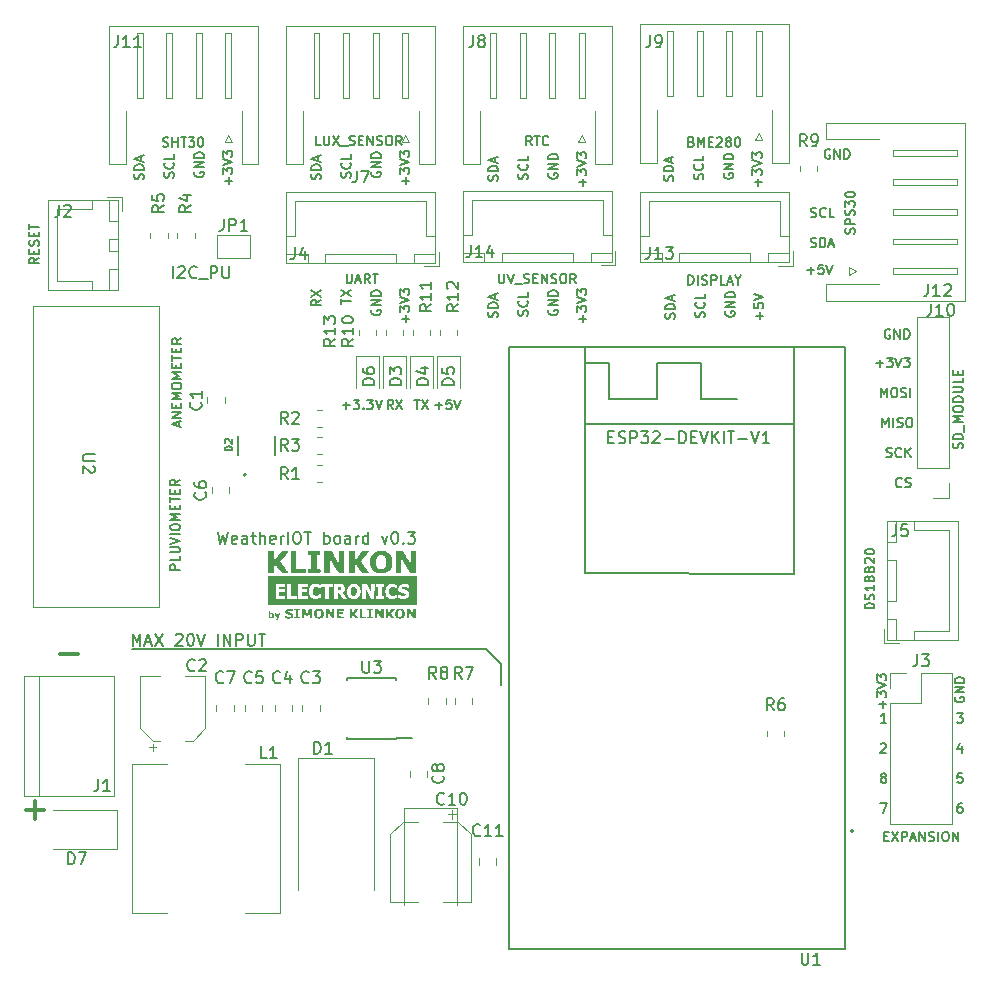
<source format=gbr>
%TF.GenerationSoftware,KiCad,Pcbnew,7.0.7*%
%TF.CreationDate,2023-11-15T18:09:06+01:00*%
%TF.ProjectId,ESP32_Weather_Servizio_Meteo_Sovramontino_v0.2,45535033-325f-4576-9561-746865725f53,rev?*%
%TF.SameCoordinates,Original*%
%TF.FileFunction,Legend,Top*%
%TF.FilePolarity,Positive*%
%FSLAX46Y46*%
G04 Gerber Fmt 4.6, Leading zero omitted, Abs format (unit mm)*
G04 Created by KiCad (PCBNEW 7.0.7) date 2023-11-15 18:09:06*
%MOMM*%
%LPD*%
G01*
G04 APERTURE LIST*
%ADD10C,0.150000*%
%ADD11C,0.300000*%
%ADD12C,0.120000*%
%ADD13C,0.127000*%
%ADD14C,0.200000*%
G04 APERTURE END LIST*
D10*
X185128000Y-52446000D02*
X188176000Y-52446000D01*
X177381000Y-49398000D02*
X177381000Y-52446000D01*
X181445000Y-52446000D02*
X181445000Y-49398000D01*
X168237000Y-74925000D02*
X166967000Y-73655000D01*
X177381000Y-52446000D02*
X181445000Y-52446000D01*
X175349000Y-54605000D02*
X193002000Y-54605000D01*
X168237000Y-76703000D02*
X168237000Y-74925000D01*
X193006000Y-48083400D02*
X175222000Y-48083400D01*
X175316000Y-48083400D02*
X175349000Y-67178000D01*
X175349000Y-49398000D02*
X177381000Y-49398000D01*
X181445000Y-49398000D02*
X185128000Y-49398000D01*
X175349000Y-67178000D02*
X193002000Y-67305000D01*
X185128000Y-49398000D02*
X185128000Y-52446000D01*
X193002000Y-67305000D02*
X193006000Y-48083400D01*
X166967000Y-73655000D02*
X136995000Y-73655000D01*
X170466200Y-33840381D02*
X170504295Y-33726095D01*
X170504295Y-33726095D02*
X170504295Y-33535619D01*
X170504295Y-33535619D02*
X170466200Y-33459428D01*
X170466200Y-33459428D02*
X170428104Y-33421333D01*
X170428104Y-33421333D02*
X170351914Y-33383238D01*
X170351914Y-33383238D02*
X170275723Y-33383238D01*
X170275723Y-33383238D02*
X170199533Y-33421333D01*
X170199533Y-33421333D02*
X170161438Y-33459428D01*
X170161438Y-33459428D02*
X170123342Y-33535619D01*
X170123342Y-33535619D02*
X170085247Y-33688000D01*
X170085247Y-33688000D02*
X170047152Y-33764190D01*
X170047152Y-33764190D02*
X170009057Y-33802285D01*
X170009057Y-33802285D02*
X169932866Y-33840381D01*
X169932866Y-33840381D02*
X169856676Y-33840381D01*
X169856676Y-33840381D02*
X169780485Y-33802285D01*
X169780485Y-33802285D02*
X169742390Y-33764190D01*
X169742390Y-33764190D02*
X169704295Y-33688000D01*
X169704295Y-33688000D02*
X169704295Y-33497523D01*
X169704295Y-33497523D02*
X169742390Y-33383238D01*
X170428104Y-32583237D02*
X170466200Y-32621333D01*
X170466200Y-32621333D02*
X170504295Y-32735618D01*
X170504295Y-32735618D02*
X170504295Y-32811809D01*
X170504295Y-32811809D02*
X170466200Y-32926095D01*
X170466200Y-32926095D02*
X170390009Y-33002285D01*
X170390009Y-33002285D02*
X170313819Y-33040380D01*
X170313819Y-33040380D02*
X170161438Y-33078476D01*
X170161438Y-33078476D02*
X170047152Y-33078476D01*
X170047152Y-33078476D02*
X169894771Y-33040380D01*
X169894771Y-33040380D02*
X169818580Y-33002285D01*
X169818580Y-33002285D02*
X169742390Y-32926095D01*
X169742390Y-32926095D02*
X169704295Y-32811809D01*
X169704295Y-32811809D02*
X169704295Y-32735618D01*
X169704295Y-32735618D02*
X169742390Y-32621333D01*
X169742390Y-32621333D02*
X169780485Y-32583237D01*
X170504295Y-31859428D02*
X170504295Y-32240380D01*
X170504295Y-32240380D02*
X169704295Y-32240380D01*
X152978295Y-44070332D02*
X152597342Y-44336999D01*
X152978295Y-44527475D02*
X152178295Y-44527475D01*
X152178295Y-44527475D02*
X152178295Y-44222713D01*
X152178295Y-44222713D02*
X152216390Y-44146523D01*
X152216390Y-44146523D02*
X152254485Y-44108428D01*
X152254485Y-44108428D02*
X152330676Y-44070332D01*
X152330676Y-44070332D02*
X152444961Y-44070332D01*
X152444961Y-44070332D02*
X152521152Y-44108428D01*
X152521152Y-44108428D02*
X152559247Y-44146523D01*
X152559247Y-44146523D02*
X152597342Y-44222713D01*
X152597342Y-44222713D02*
X152597342Y-44527475D01*
X152178295Y-43803666D02*
X152978295Y-43270332D01*
X152178295Y-43270332D02*
X152978295Y-43803666D01*
X200393428Y-81675485D02*
X200431524Y-81637390D01*
X200431524Y-81637390D02*
X200507714Y-81599295D01*
X200507714Y-81599295D02*
X200698190Y-81599295D01*
X200698190Y-81599295D02*
X200774381Y-81637390D01*
X200774381Y-81637390D02*
X200812476Y-81675485D01*
X200812476Y-81675485D02*
X200850571Y-81751676D01*
X200850571Y-81751676D02*
X200850571Y-81827866D01*
X200850571Y-81827866D02*
X200812476Y-81942152D01*
X200812476Y-81942152D02*
X200355333Y-82399295D01*
X200355333Y-82399295D02*
X200850571Y-82399295D01*
X162636429Y-53011533D02*
X163245953Y-53011533D01*
X162941191Y-53316295D02*
X162941191Y-52706771D01*
X164007857Y-52516295D02*
X163626905Y-52516295D01*
X163626905Y-52516295D02*
X163588809Y-52897247D01*
X163588809Y-52897247D02*
X163626905Y-52859152D01*
X163626905Y-52859152D02*
X163703095Y-52821057D01*
X163703095Y-52821057D02*
X163893571Y-52821057D01*
X163893571Y-52821057D02*
X163969762Y-52859152D01*
X163969762Y-52859152D02*
X164007857Y-52897247D01*
X164007857Y-52897247D02*
X164045952Y-52973438D01*
X164045952Y-52973438D02*
X164045952Y-53163914D01*
X164045952Y-53163914D02*
X164007857Y-53240104D01*
X164007857Y-53240104D02*
X163969762Y-53278200D01*
X163969762Y-53278200D02*
X163893571Y-53316295D01*
X163893571Y-53316295D02*
X163703095Y-53316295D01*
X163703095Y-53316295D02*
X163626905Y-53278200D01*
X163626905Y-53278200D02*
X163588809Y-53240104D01*
X164274524Y-52516295D02*
X164541191Y-53316295D01*
X164541191Y-53316295D02*
X164807857Y-52516295D01*
D11*
X127978095Y-87264733D02*
X129501905Y-87264733D01*
X128740000Y-88026638D02*
X128740000Y-86502828D01*
D10*
X157296390Y-33243523D02*
X157258295Y-33319713D01*
X157258295Y-33319713D02*
X157258295Y-33433999D01*
X157258295Y-33433999D02*
X157296390Y-33548285D01*
X157296390Y-33548285D02*
X157372580Y-33624475D01*
X157372580Y-33624475D02*
X157448771Y-33662570D01*
X157448771Y-33662570D02*
X157601152Y-33700666D01*
X157601152Y-33700666D02*
X157715438Y-33700666D01*
X157715438Y-33700666D02*
X157867819Y-33662570D01*
X157867819Y-33662570D02*
X157944009Y-33624475D01*
X157944009Y-33624475D02*
X158020200Y-33548285D01*
X158020200Y-33548285D02*
X158058295Y-33433999D01*
X158058295Y-33433999D02*
X158058295Y-33357808D01*
X158058295Y-33357808D02*
X158020200Y-33243523D01*
X158020200Y-33243523D02*
X157982104Y-33205427D01*
X157982104Y-33205427D02*
X157715438Y-33205427D01*
X157715438Y-33205427D02*
X157715438Y-33357808D01*
X158058295Y-32862570D02*
X157258295Y-32862570D01*
X157258295Y-32862570D02*
X158058295Y-32405427D01*
X158058295Y-32405427D02*
X157258295Y-32405427D01*
X158058295Y-32024475D02*
X157258295Y-32024475D01*
X157258295Y-32024475D02*
X157258295Y-31833999D01*
X157258295Y-31833999D02*
X157296390Y-31719713D01*
X157296390Y-31719713D02*
X157372580Y-31643523D01*
X157372580Y-31643523D02*
X157448771Y-31605428D01*
X157448771Y-31605428D02*
X157601152Y-31567332D01*
X157601152Y-31567332D02*
X157715438Y-31567332D01*
X157715438Y-31567332D02*
X157867819Y-31605428D01*
X157867819Y-31605428D02*
X157944009Y-31643523D01*
X157944009Y-31643523D02*
X158020200Y-31719713D01*
X158020200Y-31719713D02*
X158058295Y-31833999D01*
X158058295Y-31833999D02*
X158058295Y-32024475D01*
X199974476Y-49455533D02*
X200584000Y-49455533D01*
X200279238Y-49760295D02*
X200279238Y-49150771D01*
X200888761Y-48960295D02*
X201383999Y-48960295D01*
X201383999Y-48960295D02*
X201117333Y-49265057D01*
X201117333Y-49265057D02*
X201231618Y-49265057D01*
X201231618Y-49265057D02*
X201307809Y-49303152D01*
X201307809Y-49303152D02*
X201345904Y-49341247D01*
X201345904Y-49341247D02*
X201383999Y-49417438D01*
X201383999Y-49417438D02*
X201383999Y-49607914D01*
X201383999Y-49607914D02*
X201345904Y-49684104D01*
X201345904Y-49684104D02*
X201307809Y-49722200D01*
X201307809Y-49722200D02*
X201231618Y-49760295D01*
X201231618Y-49760295D02*
X201003047Y-49760295D01*
X201003047Y-49760295D02*
X200926856Y-49722200D01*
X200926856Y-49722200D02*
X200888761Y-49684104D01*
X201612571Y-48960295D02*
X201879238Y-49760295D01*
X201879238Y-49760295D02*
X202145904Y-48960295D01*
X202336380Y-48960295D02*
X202831618Y-48960295D01*
X202831618Y-48960295D02*
X202564952Y-49265057D01*
X202564952Y-49265057D02*
X202679237Y-49265057D01*
X202679237Y-49265057D02*
X202755428Y-49303152D01*
X202755428Y-49303152D02*
X202793523Y-49341247D01*
X202793523Y-49341247D02*
X202831618Y-49417438D01*
X202831618Y-49417438D02*
X202831618Y-49607914D01*
X202831618Y-49607914D02*
X202793523Y-49684104D01*
X202793523Y-49684104D02*
X202755428Y-49722200D01*
X202755428Y-49722200D02*
X202679237Y-49760295D01*
X202679237Y-49760295D02*
X202450666Y-49760295D01*
X202450666Y-49760295D02*
X202374475Y-49722200D01*
X202374475Y-49722200D02*
X202336380Y-49684104D01*
X172282390Y-33370523D02*
X172244295Y-33446713D01*
X172244295Y-33446713D02*
X172244295Y-33560999D01*
X172244295Y-33560999D02*
X172282390Y-33675285D01*
X172282390Y-33675285D02*
X172358580Y-33751475D01*
X172358580Y-33751475D02*
X172434771Y-33789570D01*
X172434771Y-33789570D02*
X172587152Y-33827666D01*
X172587152Y-33827666D02*
X172701438Y-33827666D01*
X172701438Y-33827666D02*
X172853819Y-33789570D01*
X172853819Y-33789570D02*
X172930009Y-33751475D01*
X172930009Y-33751475D02*
X173006200Y-33675285D01*
X173006200Y-33675285D02*
X173044295Y-33560999D01*
X173044295Y-33560999D02*
X173044295Y-33484808D01*
X173044295Y-33484808D02*
X173006200Y-33370523D01*
X173006200Y-33370523D02*
X172968104Y-33332427D01*
X172968104Y-33332427D02*
X172701438Y-33332427D01*
X172701438Y-33332427D02*
X172701438Y-33484808D01*
X173044295Y-32989570D02*
X172244295Y-32989570D01*
X172244295Y-32989570D02*
X173044295Y-32532427D01*
X173044295Y-32532427D02*
X172244295Y-32532427D01*
X173044295Y-32151475D02*
X172244295Y-32151475D01*
X172244295Y-32151475D02*
X172244295Y-31960999D01*
X172244295Y-31960999D02*
X172282390Y-31846713D01*
X172282390Y-31846713D02*
X172358580Y-31770523D01*
X172358580Y-31770523D02*
X172434771Y-31732428D01*
X172434771Y-31732428D02*
X172587152Y-31694332D01*
X172587152Y-31694332D02*
X172701438Y-31694332D01*
X172701438Y-31694332D02*
X172853819Y-31732428D01*
X172853819Y-31732428D02*
X172930009Y-31770523D01*
X172930009Y-31770523D02*
X173006200Y-31846713D01*
X173006200Y-31846713D02*
X173044295Y-31960999D01*
X173044295Y-31960999D02*
X173044295Y-32151475D01*
X145180533Y-34297523D02*
X145180533Y-33688000D01*
X145485295Y-33992761D02*
X144875771Y-33992761D01*
X144685295Y-33383238D02*
X144685295Y-32888000D01*
X144685295Y-32888000D02*
X144990057Y-33154666D01*
X144990057Y-33154666D02*
X144990057Y-33040381D01*
X144990057Y-33040381D02*
X145028152Y-32964190D01*
X145028152Y-32964190D02*
X145066247Y-32926095D01*
X145066247Y-32926095D02*
X145142438Y-32888000D01*
X145142438Y-32888000D02*
X145332914Y-32888000D01*
X145332914Y-32888000D02*
X145409104Y-32926095D01*
X145409104Y-32926095D02*
X145447200Y-32964190D01*
X145447200Y-32964190D02*
X145485295Y-33040381D01*
X145485295Y-33040381D02*
X145485295Y-33268952D01*
X145485295Y-33268952D02*
X145447200Y-33345143D01*
X145447200Y-33345143D02*
X145409104Y-33383238D01*
X144685295Y-32659428D02*
X145485295Y-32392761D01*
X145485295Y-32392761D02*
X144685295Y-32126095D01*
X144685295Y-31935619D02*
X144685295Y-31440381D01*
X144685295Y-31440381D02*
X144990057Y-31707047D01*
X144990057Y-31707047D02*
X144990057Y-31592762D01*
X144990057Y-31592762D02*
X145028152Y-31516571D01*
X145028152Y-31516571D02*
X145066247Y-31478476D01*
X145066247Y-31478476D02*
X145142438Y-31440381D01*
X145142438Y-31440381D02*
X145332914Y-31440381D01*
X145332914Y-31440381D02*
X145409104Y-31478476D01*
X145409104Y-31478476D02*
X145447200Y-31516571D01*
X145447200Y-31516571D02*
X145485295Y-31592762D01*
X145485295Y-31592762D02*
X145485295Y-31821333D01*
X145485295Y-31821333D02*
X145447200Y-31897524D01*
X145447200Y-31897524D02*
X145409104Y-31935619D01*
X201155476Y-46585390D02*
X201079286Y-46547295D01*
X201079286Y-46547295D02*
X200965000Y-46547295D01*
X200965000Y-46547295D02*
X200850714Y-46585390D01*
X200850714Y-46585390D02*
X200774524Y-46661580D01*
X200774524Y-46661580D02*
X200736429Y-46737771D01*
X200736429Y-46737771D02*
X200698333Y-46890152D01*
X200698333Y-46890152D02*
X200698333Y-47004438D01*
X200698333Y-47004438D02*
X200736429Y-47156819D01*
X200736429Y-47156819D02*
X200774524Y-47233009D01*
X200774524Y-47233009D02*
X200850714Y-47309200D01*
X200850714Y-47309200D02*
X200965000Y-47347295D01*
X200965000Y-47347295D02*
X201041191Y-47347295D01*
X201041191Y-47347295D02*
X201155476Y-47309200D01*
X201155476Y-47309200D02*
X201193572Y-47271104D01*
X201193572Y-47271104D02*
X201193572Y-47004438D01*
X201193572Y-47004438D02*
X201041191Y-47004438D01*
X201536429Y-47347295D02*
X201536429Y-46547295D01*
X201536429Y-46547295D02*
X201993572Y-47347295D01*
X201993572Y-47347295D02*
X201993572Y-46547295D01*
X202374524Y-47347295D02*
X202374524Y-46547295D01*
X202374524Y-46547295D02*
X202565000Y-46547295D01*
X202565000Y-46547295D02*
X202679286Y-46585390D01*
X202679286Y-46585390D02*
X202755476Y-46661580D01*
X202755476Y-46661580D02*
X202793571Y-46737771D01*
X202793571Y-46737771D02*
X202831667Y-46890152D01*
X202831667Y-46890152D02*
X202831667Y-47004438D01*
X202831667Y-47004438D02*
X202793571Y-47156819D01*
X202793571Y-47156819D02*
X202755476Y-47233009D01*
X202755476Y-47233009D02*
X202679286Y-47309200D01*
X202679286Y-47309200D02*
X202565000Y-47347295D01*
X202565000Y-47347295D02*
X202374524Y-47347295D01*
X155149810Y-41848295D02*
X155149810Y-42495914D01*
X155149810Y-42495914D02*
X155187905Y-42572104D01*
X155187905Y-42572104D02*
X155226000Y-42610200D01*
X155226000Y-42610200D02*
X155302191Y-42648295D01*
X155302191Y-42648295D02*
X155454572Y-42648295D01*
X155454572Y-42648295D02*
X155530762Y-42610200D01*
X155530762Y-42610200D02*
X155568857Y-42572104D01*
X155568857Y-42572104D02*
X155606953Y-42495914D01*
X155606953Y-42495914D02*
X155606953Y-41848295D01*
X155949809Y-42419723D02*
X156330762Y-42419723D01*
X155873619Y-42648295D02*
X156140286Y-41848295D01*
X156140286Y-41848295D02*
X156406952Y-42648295D01*
X157130762Y-42648295D02*
X156864095Y-42267342D01*
X156673619Y-42648295D02*
X156673619Y-41848295D01*
X156673619Y-41848295D02*
X156978381Y-41848295D01*
X156978381Y-41848295D02*
X157054571Y-41886390D01*
X157054571Y-41886390D02*
X157092666Y-41924485D01*
X157092666Y-41924485D02*
X157130762Y-42000676D01*
X157130762Y-42000676D02*
X157130762Y-42114961D01*
X157130762Y-42114961D02*
X157092666Y-42191152D01*
X157092666Y-42191152D02*
X157054571Y-42229247D01*
X157054571Y-42229247D02*
X156978381Y-42267342D01*
X156978381Y-42267342D02*
X156673619Y-42267342D01*
X157359333Y-41848295D02*
X157816476Y-41848295D01*
X157587904Y-42648295D02*
X157587904Y-41848295D01*
X137954200Y-33859428D02*
X137992295Y-33745142D01*
X137992295Y-33745142D02*
X137992295Y-33554666D01*
X137992295Y-33554666D02*
X137954200Y-33478475D01*
X137954200Y-33478475D02*
X137916104Y-33440380D01*
X137916104Y-33440380D02*
X137839914Y-33402285D01*
X137839914Y-33402285D02*
X137763723Y-33402285D01*
X137763723Y-33402285D02*
X137687533Y-33440380D01*
X137687533Y-33440380D02*
X137649438Y-33478475D01*
X137649438Y-33478475D02*
X137611342Y-33554666D01*
X137611342Y-33554666D02*
X137573247Y-33707047D01*
X137573247Y-33707047D02*
X137535152Y-33783237D01*
X137535152Y-33783237D02*
X137497057Y-33821332D01*
X137497057Y-33821332D02*
X137420866Y-33859428D01*
X137420866Y-33859428D02*
X137344676Y-33859428D01*
X137344676Y-33859428D02*
X137268485Y-33821332D01*
X137268485Y-33821332D02*
X137230390Y-33783237D01*
X137230390Y-33783237D02*
X137192295Y-33707047D01*
X137192295Y-33707047D02*
X137192295Y-33516570D01*
X137192295Y-33516570D02*
X137230390Y-33402285D01*
X137992295Y-33059427D02*
X137192295Y-33059427D01*
X137192295Y-33059427D02*
X137192295Y-32868951D01*
X137192295Y-32868951D02*
X137230390Y-32754665D01*
X137230390Y-32754665D02*
X137306580Y-32678475D01*
X137306580Y-32678475D02*
X137382771Y-32640380D01*
X137382771Y-32640380D02*
X137535152Y-32602284D01*
X137535152Y-32602284D02*
X137649438Y-32602284D01*
X137649438Y-32602284D02*
X137801819Y-32640380D01*
X137801819Y-32640380D02*
X137878009Y-32678475D01*
X137878009Y-32678475D02*
X137954200Y-32754665D01*
X137954200Y-32754665D02*
X137992295Y-32868951D01*
X137992295Y-32868951D02*
X137992295Y-33059427D01*
X137763723Y-32297523D02*
X137763723Y-31916570D01*
X137992295Y-32373713D02*
X137192295Y-32107046D01*
X137192295Y-32107046D02*
X137992295Y-31840380D01*
X196075476Y-31345390D02*
X195999286Y-31307295D01*
X195999286Y-31307295D02*
X195885000Y-31307295D01*
X195885000Y-31307295D02*
X195770714Y-31345390D01*
X195770714Y-31345390D02*
X195694524Y-31421580D01*
X195694524Y-31421580D02*
X195656429Y-31497771D01*
X195656429Y-31497771D02*
X195618333Y-31650152D01*
X195618333Y-31650152D02*
X195618333Y-31764438D01*
X195618333Y-31764438D02*
X195656429Y-31916819D01*
X195656429Y-31916819D02*
X195694524Y-31993009D01*
X195694524Y-31993009D02*
X195770714Y-32069200D01*
X195770714Y-32069200D02*
X195885000Y-32107295D01*
X195885000Y-32107295D02*
X195961191Y-32107295D01*
X195961191Y-32107295D02*
X196075476Y-32069200D01*
X196075476Y-32069200D02*
X196113572Y-32031104D01*
X196113572Y-32031104D02*
X196113572Y-31764438D01*
X196113572Y-31764438D02*
X195961191Y-31764438D01*
X196456429Y-32107295D02*
X196456429Y-31307295D01*
X196456429Y-31307295D02*
X196913572Y-32107295D01*
X196913572Y-32107295D02*
X196913572Y-31307295D01*
X197294524Y-32107295D02*
X197294524Y-31307295D01*
X197294524Y-31307295D02*
X197485000Y-31307295D01*
X197485000Y-31307295D02*
X197599286Y-31345390D01*
X197599286Y-31345390D02*
X197675476Y-31421580D01*
X197675476Y-31421580D02*
X197713571Y-31497771D01*
X197713571Y-31497771D02*
X197751667Y-31650152D01*
X197751667Y-31650152D02*
X197751667Y-31764438D01*
X197751667Y-31764438D02*
X197713571Y-31916819D01*
X197713571Y-31916819D02*
X197675476Y-31993009D01*
X197675476Y-31993009D02*
X197599286Y-32069200D01*
X197599286Y-32069200D02*
X197485000Y-32107295D01*
X197485000Y-32107295D02*
X197294524Y-32107295D01*
X190011533Y-34424523D02*
X190011533Y-33815000D01*
X190316295Y-34119761D02*
X189706771Y-34119761D01*
X189516295Y-33510238D02*
X189516295Y-33015000D01*
X189516295Y-33015000D02*
X189821057Y-33281666D01*
X189821057Y-33281666D02*
X189821057Y-33167381D01*
X189821057Y-33167381D02*
X189859152Y-33091190D01*
X189859152Y-33091190D02*
X189897247Y-33053095D01*
X189897247Y-33053095D02*
X189973438Y-33015000D01*
X189973438Y-33015000D02*
X190163914Y-33015000D01*
X190163914Y-33015000D02*
X190240104Y-33053095D01*
X190240104Y-33053095D02*
X190278200Y-33091190D01*
X190278200Y-33091190D02*
X190316295Y-33167381D01*
X190316295Y-33167381D02*
X190316295Y-33395952D01*
X190316295Y-33395952D02*
X190278200Y-33472143D01*
X190278200Y-33472143D02*
X190240104Y-33510238D01*
X189516295Y-32786428D02*
X190316295Y-32519761D01*
X190316295Y-32519761D02*
X189516295Y-32253095D01*
X189516295Y-32062619D02*
X189516295Y-31567381D01*
X189516295Y-31567381D02*
X189821057Y-31834047D01*
X189821057Y-31834047D02*
X189821057Y-31719762D01*
X189821057Y-31719762D02*
X189859152Y-31643571D01*
X189859152Y-31643571D02*
X189897247Y-31605476D01*
X189897247Y-31605476D02*
X189973438Y-31567381D01*
X189973438Y-31567381D02*
X190163914Y-31567381D01*
X190163914Y-31567381D02*
X190240104Y-31605476D01*
X190240104Y-31605476D02*
X190278200Y-31643571D01*
X190278200Y-31643571D02*
X190316295Y-31719762D01*
X190316295Y-31719762D02*
X190316295Y-31948333D01*
X190316295Y-31948333D02*
X190278200Y-32024524D01*
X190278200Y-32024524D02*
X190240104Y-32062619D01*
X142310390Y-33243523D02*
X142272295Y-33319713D01*
X142272295Y-33319713D02*
X142272295Y-33433999D01*
X142272295Y-33433999D02*
X142310390Y-33548285D01*
X142310390Y-33548285D02*
X142386580Y-33624475D01*
X142386580Y-33624475D02*
X142462771Y-33662570D01*
X142462771Y-33662570D02*
X142615152Y-33700666D01*
X142615152Y-33700666D02*
X142729438Y-33700666D01*
X142729438Y-33700666D02*
X142881819Y-33662570D01*
X142881819Y-33662570D02*
X142958009Y-33624475D01*
X142958009Y-33624475D02*
X143034200Y-33548285D01*
X143034200Y-33548285D02*
X143072295Y-33433999D01*
X143072295Y-33433999D02*
X143072295Y-33357808D01*
X143072295Y-33357808D02*
X143034200Y-33243523D01*
X143034200Y-33243523D02*
X142996104Y-33205427D01*
X142996104Y-33205427D02*
X142729438Y-33205427D01*
X142729438Y-33205427D02*
X142729438Y-33357808D01*
X143072295Y-32862570D02*
X142272295Y-32862570D01*
X142272295Y-32862570D02*
X143072295Y-32405427D01*
X143072295Y-32405427D02*
X142272295Y-32405427D01*
X143072295Y-32024475D02*
X142272295Y-32024475D01*
X142272295Y-32024475D02*
X142272295Y-31833999D01*
X142272295Y-31833999D02*
X142310390Y-31719713D01*
X142310390Y-31719713D02*
X142386580Y-31643523D01*
X142386580Y-31643523D02*
X142462771Y-31605428D01*
X142462771Y-31605428D02*
X142615152Y-31567332D01*
X142615152Y-31567332D02*
X142729438Y-31567332D01*
X142729438Y-31567332D02*
X142881819Y-31605428D01*
X142881819Y-31605428D02*
X142958009Y-31643523D01*
X142958009Y-31643523D02*
X143034200Y-31719713D01*
X143034200Y-31719713D02*
X143072295Y-31833999D01*
X143072295Y-31833999D02*
X143072295Y-32024475D01*
X170827857Y-30964295D02*
X170561190Y-30583342D01*
X170370714Y-30964295D02*
X170370714Y-30164295D01*
X170370714Y-30164295D02*
X170675476Y-30164295D01*
X170675476Y-30164295D02*
X170751666Y-30202390D01*
X170751666Y-30202390D02*
X170789761Y-30240485D01*
X170789761Y-30240485D02*
X170827857Y-30316676D01*
X170827857Y-30316676D02*
X170827857Y-30430961D01*
X170827857Y-30430961D02*
X170789761Y-30507152D01*
X170789761Y-30507152D02*
X170751666Y-30545247D01*
X170751666Y-30545247D02*
X170675476Y-30583342D01*
X170675476Y-30583342D02*
X170370714Y-30583342D01*
X171056428Y-30164295D02*
X171513571Y-30164295D01*
X171284999Y-30964295D02*
X171284999Y-30164295D01*
X172237381Y-30888104D02*
X172199285Y-30926200D01*
X172199285Y-30926200D02*
X172085000Y-30964295D01*
X172085000Y-30964295D02*
X172008809Y-30964295D01*
X172008809Y-30964295D02*
X171894523Y-30926200D01*
X171894523Y-30926200D02*
X171818333Y-30850009D01*
X171818333Y-30850009D02*
X171780238Y-30773819D01*
X171780238Y-30773819D02*
X171742142Y-30621438D01*
X171742142Y-30621438D02*
X171742142Y-30507152D01*
X171742142Y-30507152D02*
X171780238Y-30354771D01*
X171780238Y-30354771D02*
X171818333Y-30278580D01*
X171818333Y-30278580D02*
X171894523Y-30202390D01*
X171894523Y-30202390D02*
X172008809Y-30164295D01*
X172008809Y-30164295D02*
X172085000Y-30164295D01*
X172085000Y-30164295D02*
X172199285Y-30202390D01*
X172199285Y-30202390D02*
X172237381Y-30240485D01*
X139598713Y-31053200D02*
X139712999Y-31091295D01*
X139712999Y-31091295D02*
X139903475Y-31091295D01*
X139903475Y-31091295D02*
X139979666Y-31053200D01*
X139979666Y-31053200D02*
X140017761Y-31015104D01*
X140017761Y-31015104D02*
X140055856Y-30938914D01*
X140055856Y-30938914D02*
X140055856Y-30862723D01*
X140055856Y-30862723D02*
X140017761Y-30786533D01*
X140017761Y-30786533D02*
X139979666Y-30748438D01*
X139979666Y-30748438D02*
X139903475Y-30710342D01*
X139903475Y-30710342D02*
X139751094Y-30672247D01*
X139751094Y-30672247D02*
X139674904Y-30634152D01*
X139674904Y-30634152D02*
X139636809Y-30596057D01*
X139636809Y-30596057D02*
X139598713Y-30519866D01*
X139598713Y-30519866D02*
X139598713Y-30443676D01*
X139598713Y-30443676D02*
X139636809Y-30367485D01*
X139636809Y-30367485D02*
X139674904Y-30329390D01*
X139674904Y-30329390D02*
X139751094Y-30291295D01*
X139751094Y-30291295D02*
X139941571Y-30291295D01*
X139941571Y-30291295D02*
X140055856Y-30329390D01*
X140398714Y-31091295D02*
X140398714Y-30291295D01*
X140398714Y-30672247D02*
X140855857Y-30672247D01*
X140855857Y-31091295D02*
X140855857Y-30291295D01*
X141122523Y-30291295D02*
X141579666Y-30291295D01*
X141351094Y-31091295D02*
X141351094Y-30291295D01*
X141770142Y-30291295D02*
X142265380Y-30291295D01*
X142265380Y-30291295D02*
X141998714Y-30596057D01*
X141998714Y-30596057D02*
X142112999Y-30596057D01*
X142112999Y-30596057D02*
X142189190Y-30634152D01*
X142189190Y-30634152D02*
X142227285Y-30672247D01*
X142227285Y-30672247D02*
X142265380Y-30748438D01*
X142265380Y-30748438D02*
X142265380Y-30938914D01*
X142265380Y-30938914D02*
X142227285Y-31015104D01*
X142227285Y-31015104D02*
X142189190Y-31053200D01*
X142189190Y-31053200D02*
X142112999Y-31091295D01*
X142112999Y-31091295D02*
X141884428Y-31091295D01*
X141884428Y-31091295D02*
X141808237Y-31053200D01*
X141808237Y-31053200D02*
X141770142Y-31015104D01*
X142760619Y-30291295D02*
X142836809Y-30291295D01*
X142836809Y-30291295D02*
X142913000Y-30329390D01*
X142913000Y-30329390D02*
X142951095Y-30367485D01*
X142951095Y-30367485D02*
X142989190Y-30443676D01*
X142989190Y-30443676D02*
X143027285Y-30596057D01*
X143027285Y-30596057D02*
X143027285Y-30786533D01*
X143027285Y-30786533D02*
X142989190Y-30938914D01*
X142989190Y-30938914D02*
X142951095Y-31015104D01*
X142951095Y-31015104D02*
X142913000Y-31053200D01*
X142913000Y-31053200D02*
X142836809Y-31091295D01*
X142836809Y-31091295D02*
X142760619Y-31091295D01*
X142760619Y-31091295D02*
X142684428Y-31053200D01*
X142684428Y-31053200D02*
X142646333Y-31015104D01*
X142646333Y-31015104D02*
X142608238Y-30938914D01*
X142608238Y-30938914D02*
X142570142Y-30786533D01*
X142570142Y-30786533D02*
X142570142Y-30596057D01*
X142570142Y-30596057D02*
X142608238Y-30443676D01*
X142608238Y-30443676D02*
X142646333Y-30367485D01*
X142646333Y-30367485D02*
X142684428Y-30329390D01*
X142684428Y-30329390D02*
X142760619Y-30291295D01*
X168046905Y-41848295D02*
X168046905Y-42495914D01*
X168046905Y-42495914D02*
X168085000Y-42572104D01*
X168085000Y-42572104D02*
X168123095Y-42610200D01*
X168123095Y-42610200D02*
X168199286Y-42648295D01*
X168199286Y-42648295D02*
X168351667Y-42648295D01*
X168351667Y-42648295D02*
X168427857Y-42610200D01*
X168427857Y-42610200D02*
X168465952Y-42572104D01*
X168465952Y-42572104D02*
X168504048Y-42495914D01*
X168504048Y-42495914D02*
X168504048Y-41848295D01*
X168770714Y-41848295D02*
X169037381Y-42648295D01*
X169037381Y-42648295D02*
X169304047Y-41848295D01*
X169380238Y-42724485D02*
X169989761Y-42724485D01*
X170142142Y-42610200D02*
X170256428Y-42648295D01*
X170256428Y-42648295D02*
X170446904Y-42648295D01*
X170446904Y-42648295D02*
X170523095Y-42610200D01*
X170523095Y-42610200D02*
X170561190Y-42572104D01*
X170561190Y-42572104D02*
X170599285Y-42495914D01*
X170599285Y-42495914D02*
X170599285Y-42419723D01*
X170599285Y-42419723D02*
X170561190Y-42343533D01*
X170561190Y-42343533D02*
X170523095Y-42305438D01*
X170523095Y-42305438D02*
X170446904Y-42267342D01*
X170446904Y-42267342D02*
X170294523Y-42229247D01*
X170294523Y-42229247D02*
X170218333Y-42191152D01*
X170218333Y-42191152D02*
X170180238Y-42153057D01*
X170180238Y-42153057D02*
X170142142Y-42076866D01*
X170142142Y-42076866D02*
X170142142Y-42000676D01*
X170142142Y-42000676D02*
X170180238Y-41924485D01*
X170180238Y-41924485D02*
X170218333Y-41886390D01*
X170218333Y-41886390D02*
X170294523Y-41848295D01*
X170294523Y-41848295D02*
X170485000Y-41848295D01*
X170485000Y-41848295D02*
X170599285Y-41886390D01*
X170942143Y-42229247D02*
X171208809Y-42229247D01*
X171323095Y-42648295D02*
X170942143Y-42648295D01*
X170942143Y-42648295D02*
X170942143Y-41848295D01*
X170942143Y-41848295D02*
X171323095Y-41848295D01*
X171665953Y-42648295D02*
X171665953Y-41848295D01*
X171665953Y-41848295D02*
X172123096Y-42648295D01*
X172123096Y-42648295D02*
X172123096Y-41848295D01*
X172465952Y-42610200D02*
X172580238Y-42648295D01*
X172580238Y-42648295D02*
X172770714Y-42648295D01*
X172770714Y-42648295D02*
X172846905Y-42610200D01*
X172846905Y-42610200D02*
X172885000Y-42572104D01*
X172885000Y-42572104D02*
X172923095Y-42495914D01*
X172923095Y-42495914D02*
X172923095Y-42419723D01*
X172923095Y-42419723D02*
X172885000Y-42343533D01*
X172885000Y-42343533D02*
X172846905Y-42305438D01*
X172846905Y-42305438D02*
X172770714Y-42267342D01*
X172770714Y-42267342D02*
X172618333Y-42229247D01*
X172618333Y-42229247D02*
X172542143Y-42191152D01*
X172542143Y-42191152D02*
X172504048Y-42153057D01*
X172504048Y-42153057D02*
X172465952Y-42076866D01*
X172465952Y-42076866D02*
X172465952Y-42000676D01*
X172465952Y-42000676D02*
X172504048Y-41924485D01*
X172504048Y-41924485D02*
X172542143Y-41886390D01*
X172542143Y-41886390D02*
X172618333Y-41848295D01*
X172618333Y-41848295D02*
X172808810Y-41848295D01*
X172808810Y-41848295D02*
X172923095Y-41886390D01*
X173418334Y-41848295D02*
X173570715Y-41848295D01*
X173570715Y-41848295D02*
X173646905Y-41886390D01*
X173646905Y-41886390D02*
X173723096Y-41962580D01*
X173723096Y-41962580D02*
X173761191Y-42114961D01*
X173761191Y-42114961D02*
X173761191Y-42381628D01*
X173761191Y-42381628D02*
X173723096Y-42534009D01*
X173723096Y-42534009D02*
X173646905Y-42610200D01*
X173646905Y-42610200D02*
X173570715Y-42648295D01*
X173570715Y-42648295D02*
X173418334Y-42648295D01*
X173418334Y-42648295D02*
X173342143Y-42610200D01*
X173342143Y-42610200D02*
X173265953Y-42534009D01*
X173265953Y-42534009D02*
X173227857Y-42381628D01*
X173227857Y-42381628D02*
X173227857Y-42114961D01*
X173227857Y-42114961D02*
X173265953Y-41962580D01*
X173265953Y-41962580D02*
X173342143Y-41886390D01*
X173342143Y-41886390D02*
X173418334Y-41848295D01*
X174561191Y-42648295D02*
X174294524Y-42267342D01*
X174104048Y-42648295D02*
X174104048Y-41848295D01*
X174104048Y-41848295D02*
X174408810Y-41848295D01*
X174408810Y-41848295D02*
X174485000Y-41886390D01*
X174485000Y-41886390D02*
X174523095Y-41924485D01*
X174523095Y-41924485D02*
X174561191Y-42000676D01*
X174561191Y-42000676D02*
X174561191Y-42114961D01*
X174561191Y-42114961D02*
X174523095Y-42191152D01*
X174523095Y-42191152D02*
X174485000Y-42229247D01*
X174485000Y-42229247D02*
X174408810Y-42267342D01*
X174408810Y-42267342D02*
X174104048Y-42267342D01*
X167926200Y-33986428D02*
X167964295Y-33872142D01*
X167964295Y-33872142D02*
X167964295Y-33681666D01*
X167964295Y-33681666D02*
X167926200Y-33605475D01*
X167926200Y-33605475D02*
X167888104Y-33567380D01*
X167888104Y-33567380D02*
X167811914Y-33529285D01*
X167811914Y-33529285D02*
X167735723Y-33529285D01*
X167735723Y-33529285D02*
X167659533Y-33567380D01*
X167659533Y-33567380D02*
X167621438Y-33605475D01*
X167621438Y-33605475D02*
X167583342Y-33681666D01*
X167583342Y-33681666D02*
X167545247Y-33834047D01*
X167545247Y-33834047D02*
X167507152Y-33910237D01*
X167507152Y-33910237D02*
X167469057Y-33948332D01*
X167469057Y-33948332D02*
X167392866Y-33986428D01*
X167392866Y-33986428D02*
X167316676Y-33986428D01*
X167316676Y-33986428D02*
X167240485Y-33948332D01*
X167240485Y-33948332D02*
X167202390Y-33910237D01*
X167202390Y-33910237D02*
X167164295Y-33834047D01*
X167164295Y-33834047D02*
X167164295Y-33643570D01*
X167164295Y-33643570D02*
X167202390Y-33529285D01*
X167964295Y-33186427D02*
X167164295Y-33186427D01*
X167164295Y-33186427D02*
X167164295Y-32995951D01*
X167164295Y-32995951D02*
X167202390Y-32881665D01*
X167202390Y-32881665D02*
X167278580Y-32805475D01*
X167278580Y-32805475D02*
X167354771Y-32767380D01*
X167354771Y-32767380D02*
X167507152Y-32729284D01*
X167507152Y-32729284D02*
X167621438Y-32729284D01*
X167621438Y-32729284D02*
X167773819Y-32767380D01*
X167773819Y-32767380D02*
X167850009Y-32805475D01*
X167850009Y-32805475D02*
X167926200Y-32881665D01*
X167926200Y-32881665D02*
X167964295Y-32995951D01*
X167964295Y-32995951D02*
X167964295Y-33186427D01*
X167735723Y-32424523D02*
X167735723Y-32043570D01*
X167964295Y-32500713D02*
X167164295Y-32234046D01*
X167164295Y-32234046D02*
X167964295Y-31967380D01*
X129102295Y-40526904D02*
X128721342Y-40793571D01*
X129102295Y-40984047D02*
X128302295Y-40984047D01*
X128302295Y-40984047D02*
X128302295Y-40679285D01*
X128302295Y-40679285D02*
X128340390Y-40603095D01*
X128340390Y-40603095D02*
X128378485Y-40565000D01*
X128378485Y-40565000D02*
X128454676Y-40526904D01*
X128454676Y-40526904D02*
X128568961Y-40526904D01*
X128568961Y-40526904D02*
X128645152Y-40565000D01*
X128645152Y-40565000D02*
X128683247Y-40603095D01*
X128683247Y-40603095D02*
X128721342Y-40679285D01*
X128721342Y-40679285D02*
X128721342Y-40984047D01*
X128683247Y-40184047D02*
X128683247Y-39917381D01*
X129102295Y-39803095D02*
X129102295Y-40184047D01*
X129102295Y-40184047D02*
X128302295Y-40184047D01*
X128302295Y-40184047D02*
X128302295Y-39803095D01*
X129064200Y-39498333D02*
X129102295Y-39384047D01*
X129102295Y-39384047D02*
X129102295Y-39193571D01*
X129102295Y-39193571D02*
X129064200Y-39117380D01*
X129064200Y-39117380D02*
X129026104Y-39079285D01*
X129026104Y-39079285D02*
X128949914Y-39041190D01*
X128949914Y-39041190D02*
X128873723Y-39041190D01*
X128873723Y-39041190D02*
X128797533Y-39079285D01*
X128797533Y-39079285D02*
X128759438Y-39117380D01*
X128759438Y-39117380D02*
X128721342Y-39193571D01*
X128721342Y-39193571D02*
X128683247Y-39345952D01*
X128683247Y-39345952D02*
X128645152Y-39422142D01*
X128645152Y-39422142D02*
X128607057Y-39460237D01*
X128607057Y-39460237D02*
X128530866Y-39498333D01*
X128530866Y-39498333D02*
X128454676Y-39498333D01*
X128454676Y-39498333D02*
X128378485Y-39460237D01*
X128378485Y-39460237D02*
X128340390Y-39422142D01*
X128340390Y-39422142D02*
X128302295Y-39345952D01*
X128302295Y-39345952D02*
X128302295Y-39155475D01*
X128302295Y-39155475D02*
X128340390Y-39041190D01*
X128683247Y-38698332D02*
X128683247Y-38431666D01*
X129102295Y-38317380D02*
X129102295Y-38698332D01*
X129102295Y-38698332D02*
X128302295Y-38698332D01*
X128302295Y-38698332D02*
X128302295Y-38317380D01*
X128302295Y-38088808D02*
X128302295Y-37631665D01*
X129102295Y-37860237D02*
X128302295Y-37860237D01*
X154718295Y-44419523D02*
X154718295Y-43962380D01*
X155518295Y-44190952D02*
X154718295Y-44190952D01*
X154718295Y-43771904D02*
X155518295Y-43238570D01*
X154718295Y-43238570D02*
X155518295Y-43771904D01*
X200850571Y-79859295D02*
X200393428Y-79859295D01*
X200622000Y-79859295D02*
X200622000Y-79059295D01*
X200622000Y-79059295D02*
X200545809Y-79173580D01*
X200545809Y-79173580D02*
X200469619Y-79249771D01*
X200469619Y-79249771D02*
X200393428Y-79287866D01*
X207251381Y-86679295D02*
X207099000Y-86679295D01*
X207099000Y-86679295D02*
X207022809Y-86717390D01*
X207022809Y-86717390D02*
X206984714Y-86755485D01*
X206984714Y-86755485D02*
X206908524Y-86869771D01*
X206908524Y-86869771D02*
X206870428Y-87022152D01*
X206870428Y-87022152D02*
X206870428Y-87326914D01*
X206870428Y-87326914D02*
X206908524Y-87403104D01*
X206908524Y-87403104D02*
X206946619Y-87441200D01*
X206946619Y-87441200D02*
X207022809Y-87479295D01*
X207022809Y-87479295D02*
X207175190Y-87479295D01*
X207175190Y-87479295D02*
X207251381Y-87441200D01*
X207251381Y-87441200D02*
X207289476Y-87403104D01*
X207289476Y-87403104D02*
X207327571Y-87326914D01*
X207327571Y-87326914D02*
X207327571Y-87136438D01*
X207327571Y-87136438D02*
X207289476Y-87060247D01*
X207289476Y-87060247D02*
X207251381Y-87022152D01*
X207251381Y-87022152D02*
X207175190Y-86984057D01*
X207175190Y-86984057D02*
X207022809Y-86984057D01*
X207022809Y-86984057D02*
X206946619Y-87022152D01*
X206946619Y-87022152D02*
X206908524Y-87060247D01*
X206908524Y-87060247D02*
X206870428Y-87136438D01*
X182912200Y-45670428D02*
X182950295Y-45556142D01*
X182950295Y-45556142D02*
X182950295Y-45365666D01*
X182950295Y-45365666D02*
X182912200Y-45289475D01*
X182912200Y-45289475D02*
X182874104Y-45251380D01*
X182874104Y-45251380D02*
X182797914Y-45213285D01*
X182797914Y-45213285D02*
X182721723Y-45213285D01*
X182721723Y-45213285D02*
X182645533Y-45251380D01*
X182645533Y-45251380D02*
X182607438Y-45289475D01*
X182607438Y-45289475D02*
X182569342Y-45365666D01*
X182569342Y-45365666D02*
X182531247Y-45518047D01*
X182531247Y-45518047D02*
X182493152Y-45594237D01*
X182493152Y-45594237D02*
X182455057Y-45632332D01*
X182455057Y-45632332D02*
X182378866Y-45670428D01*
X182378866Y-45670428D02*
X182302676Y-45670428D01*
X182302676Y-45670428D02*
X182226485Y-45632332D01*
X182226485Y-45632332D02*
X182188390Y-45594237D01*
X182188390Y-45594237D02*
X182150295Y-45518047D01*
X182150295Y-45518047D02*
X182150295Y-45327570D01*
X182150295Y-45327570D02*
X182188390Y-45213285D01*
X182950295Y-44870427D02*
X182150295Y-44870427D01*
X182150295Y-44870427D02*
X182150295Y-44679951D01*
X182150295Y-44679951D02*
X182188390Y-44565665D01*
X182188390Y-44565665D02*
X182264580Y-44489475D01*
X182264580Y-44489475D02*
X182340771Y-44451380D01*
X182340771Y-44451380D02*
X182493152Y-44413284D01*
X182493152Y-44413284D02*
X182607438Y-44413284D01*
X182607438Y-44413284D02*
X182759819Y-44451380D01*
X182759819Y-44451380D02*
X182836009Y-44489475D01*
X182836009Y-44489475D02*
X182912200Y-44565665D01*
X182912200Y-44565665D02*
X182950295Y-44679951D01*
X182950295Y-44679951D02*
X182950295Y-44870427D01*
X182721723Y-44108523D02*
X182721723Y-43727570D01*
X182950295Y-44184713D02*
X182150295Y-43918046D01*
X182150295Y-43918046D02*
X182950295Y-43651380D01*
X167926200Y-45543428D02*
X167964295Y-45429142D01*
X167964295Y-45429142D02*
X167964295Y-45238666D01*
X167964295Y-45238666D02*
X167926200Y-45162475D01*
X167926200Y-45162475D02*
X167888104Y-45124380D01*
X167888104Y-45124380D02*
X167811914Y-45086285D01*
X167811914Y-45086285D02*
X167735723Y-45086285D01*
X167735723Y-45086285D02*
X167659533Y-45124380D01*
X167659533Y-45124380D02*
X167621438Y-45162475D01*
X167621438Y-45162475D02*
X167583342Y-45238666D01*
X167583342Y-45238666D02*
X167545247Y-45391047D01*
X167545247Y-45391047D02*
X167507152Y-45467237D01*
X167507152Y-45467237D02*
X167469057Y-45505332D01*
X167469057Y-45505332D02*
X167392866Y-45543428D01*
X167392866Y-45543428D02*
X167316676Y-45543428D01*
X167316676Y-45543428D02*
X167240485Y-45505332D01*
X167240485Y-45505332D02*
X167202390Y-45467237D01*
X167202390Y-45467237D02*
X167164295Y-45391047D01*
X167164295Y-45391047D02*
X167164295Y-45200570D01*
X167164295Y-45200570D02*
X167202390Y-45086285D01*
X167964295Y-44743427D02*
X167164295Y-44743427D01*
X167164295Y-44743427D02*
X167164295Y-44552951D01*
X167164295Y-44552951D02*
X167202390Y-44438665D01*
X167202390Y-44438665D02*
X167278580Y-44362475D01*
X167278580Y-44362475D02*
X167354771Y-44324380D01*
X167354771Y-44324380D02*
X167507152Y-44286284D01*
X167507152Y-44286284D02*
X167621438Y-44286284D01*
X167621438Y-44286284D02*
X167773819Y-44324380D01*
X167773819Y-44324380D02*
X167850009Y-44362475D01*
X167850009Y-44362475D02*
X167926200Y-44438665D01*
X167926200Y-44438665D02*
X167964295Y-44552951D01*
X167964295Y-44552951D02*
X167964295Y-44743427D01*
X167735723Y-43981523D02*
X167735723Y-43600570D01*
X167964295Y-44057713D02*
X167164295Y-43791046D01*
X167164295Y-43791046D02*
X167964295Y-43524380D01*
X184080524Y-42775295D02*
X184080524Y-41975295D01*
X184080524Y-41975295D02*
X184271000Y-41975295D01*
X184271000Y-41975295D02*
X184385286Y-42013390D01*
X184385286Y-42013390D02*
X184461476Y-42089580D01*
X184461476Y-42089580D02*
X184499571Y-42165771D01*
X184499571Y-42165771D02*
X184537667Y-42318152D01*
X184537667Y-42318152D02*
X184537667Y-42432438D01*
X184537667Y-42432438D02*
X184499571Y-42584819D01*
X184499571Y-42584819D02*
X184461476Y-42661009D01*
X184461476Y-42661009D02*
X184385286Y-42737200D01*
X184385286Y-42737200D02*
X184271000Y-42775295D01*
X184271000Y-42775295D02*
X184080524Y-42775295D01*
X184880524Y-42775295D02*
X184880524Y-41975295D01*
X185223380Y-42737200D02*
X185337666Y-42775295D01*
X185337666Y-42775295D02*
X185528142Y-42775295D01*
X185528142Y-42775295D02*
X185604333Y-42737200D01*
X185604333Y-42737200D02*
X185642428Y-42699104D01*
X185642428Y-42699104D02*
X185680523Y-42622914D01*
X185680523Y-42622914D02*
X185680523Y-42546723D01*
X185680523Y-42546723D02*
X185642428Y-42470533D01*
X185642428Y-42470533D02*
X185604333Y-42432438D01*
X185604333Y-42432438D02*
X185528142Y-42394342D01*
X185528142Y-42394342D02*
X185375761Y-42356247D01*
X185375761Y-42356247D02*
X185299571Y-42318152D01*
X185299571Y-42318152D02*
X185261476Y-42280057D01*
X185261476Y-42280057D02*
X185223380Y-42203866D01*
X185223380Y-42203866D02*
X185223380Y-42127676D01*
X185223380Y-42127676D02*
X185261476Y-42051485D01*
X185261476Y-42051485D02*
X185299571Y-42013390D01*
X185299571Y-42013390D02*
X185375761Y-41975295D01*
X185375761Y-41975295D02*
X185566238Y-41975295D01*
X185566238Y-41975295D02*
X185680523Y-42013390D01*
X186023381Y-42775295D02*
X186023381Y-41975295D01*
X186023381Y-41975295D02*
X186328143Y-41975295D01*
X186328143Y-41975295D02*
X186404333Y-42013390D01*
X186404333Y-42013390D02*
X186442428Y-42051485D01*
X186442428Y-42051485D02*
X186480524Y-42127676D01*
X186480524Y-42127676D02*
X186480524Y-42241961D01*
X186480524Y-42241961D02*
X186442428Y-42318152D01*
X186442428Y-42318152D02*
X186404333Y-42356247D01*
X186404333Y-42356247D02*
X186328143Y-42394342D01*
X186328143Y-42394342D02*
X186023381Y-42394342D01*
X187204333Y-42775295D02*
X186823381Y-42775295D01*
X186823381Y-42775295D02*
X186823381Y-41975295D01*
X187432904Y-42546723D02*
X187813857Y-42546723D01*
X187356714Y-42775295D02*
X187623381Y-41975295D01*
X187623381Y-41975295D02*
X187890047Y-42775295D01*
X188309095Y-42394342D02*
X188309095Y-42775295D01*
X188042428Y-41975295D02*
X188309095Y-42394342D01*
X188309095Y-42394342D02*
X188575761Y-41975295D01*
X140456048Y-42232819D02*
X140456048Y-41232819D01*
X140884619Y-41328057D02*
X140932238Y-41280438D01*
X140932238Y-41280438D02*
X141027476Y-41232819D01*
X141027476Y-41232819D02*
X141265571Y-41232819D01*
X141265571Y-41232819D02*
X141360809Y-41280438D01*
X141360809Y-41280438D02*
X141408428Y-41328057D01*
X141408428Y-41328057D02*
X141456047Y-41423295D01*
X141456047Y-41423295D02*
X141456047Y-41518533D01*
X141456047Y-41518533D02*
X141408428Y-41661390D01*
X141408428Y-41661390D02*
X140837000Y-42232819D01*
X140837000Y-42232819D02*
X141456047Y-42232819D01*
X142456047Y-42137580D02*
X142408428Y-42185200D01*
X142408428Y-42185200D02*
X142265571Y-42232819D01*
X142265571Y-42232819D02*
X142170333Y-42232819D01*
X142170333Y-42232819D02*
X142027476Y-42185200D01*
X142027476Y-42185200D02*
X141932238Y-42089961D01*
X141932238Y-42089961D02*
X141884619Y-41994723D01*
X141884619Y-41994723D02*
X141837000Y-41804247D01*
X141837000Y-41804247D02*
X141837000Y-41661390D01*
X141837000Y-41661390D02*
X141884619Y-41470914D01*
X141884619Y-41470914D02*
X141932238Y-41375676D01*
X141932238Y-41375676D02*
X142027476Y-41280438D01*
X142027476Y-41280438D02*
X142170333Y-41232819D01*
X142170333Y-41232819D02*
X142265571Y-41232819D01*
X142265571Y-41232819D02*
X142408428Y-41280438D01*
X142408428Y-41280438D02*
X142456047Y-41328057D01*
X142646524Y-42328057D02*
X143408428Y-42328057D01*
X143646524Y-42232819D02*
X143646524Y-41232819D01*
X143646524Y-41232819D02*
X144027476Y-41232819D01*
X144027476Y-41232819D02*
X144122714Y-41280438D01*
X144122714Y-41280438D02*
X144170333Y-41328057D01*
X144170333Y-41328057D02*
X144217952Y-41423295D01*
X144217952Y-41423295D02*
X144217952Y-41566152D01*
X144217952Y-41566152D02*
X144170333Y-41661390D01*
X144170333Y-41661390D02*
X144122714Y-41709009D01*
X144122714Y-41709009D02*
X144027476Y-41756628D01*
X144027476Y-41756628D02*
X143646524Y-41756628D01*
X144646524Y-41232819D02*
X144646524Y-42042342D01*
X144646524Y-42042342D02*
X144694143Y-42137580D01*
X144694143Y-42137580D02*
X144741762Y-42185200D01*
X144741762Y-42185200D02*
X144837000Y-42232819D01*
X144837000Y-42232819D02*
X145027476Y-42232819D01*
X145027476Y-42232819D02*
X145122714Y-42185200D01*
X145122714Y-42185200D02*
X145170333Y-42137580D01*
X145170333Y-42137580D02*
X145217952Y-42042342D01*
X145217952Y-42042342D02*
X145217952Y-41232819D01*
X187141390Y-33370523D02*
X187103295Y-33446713D01*
X187103295Y-33446713D02*
X187103295Y-33560999D01*
X187103295Y-33560999D02*
X187141390Y-33675285D01*
X187141390Y-33675285D02*
X187217580Y-33751475D01*
X187217580Y-33751475D02*
X187293771Y-33789570D01*
X187293771Y-33789570D02*
X187446152Y-33827666D01*
X187446152Y-33827666D02*
X187560438Y-33827666D01*
X187560438Y-33827666D02*
X187712819Y-33789570D01*
X187712819Y-33789570D02*
X187789009Y-33751475D01*
X187789009Y-33751475D02*
X187865200Y-33675285D01*
X187865200Y-33675285D02*
X187903295Y-33560999D01*
X187903295Y-33560999D02*
X187903295Y-33484808D01*
X187903295Y-33484808D02*
X187865200Y-33370523D01*
X187865200Y-33370523D02*
X187827104Y-33332427D01*
X187827104Y-33332427D02*
X187560438Y-33332427D01*
X187560438Y-33332427D02*
X187560438Y-33484808D01*
X187903295Y-32989570D02*
X187103295Y-32989570D01*
X187103295Y-32989570D02*
X187903295Y-32532427D01*
X187903295Y-32532427D02*
X187103295Y-32532427D01*
X187903295Y-32151475D02*
X187103295Y-32151475D01*
X187103295Y-32151475D02*
X187103295Y-31960999D01*
X187103295Y-31960999D02*
X187141390Y-31846713D01*
X187141390Y-31846713D02*
X187217580Y-31770523D01*
X187217580Y-31770523D02*
X187293771Y-31732428D01*
X187293771Y-31732428D02*
X187446152Y-31694332D01*
X187446152Y-31694332D02*
X187560438Y-31694332D01*
X187560438Y-31694332D02*
X187712819Y-31732428D01*
X187712819Y-31732428D02*
X187789009Y-31770523D01*
X187789009Y-31770523D02*
X187865200Y-31846713D01*
X187865200Y-31846713D02*
X187903295Y-31960999D01*
X187903295Y-31960999D02*
X187903295Y-32151475D01*
X160896476Y-52516295D02*
X161353619Y-52516295D01*
X161125047Y-53316295D02*
X161125047Y-52516295D01*
X161544095Y-52516295D02*
X162077429Y-53316295D01*
X162077429Y-52516295D02*
X161544095Y-53316295D01*
X184366237Y-30672247D02*
X184480523Y-30710342D01*
X184480523Y-30710342D02*
X184518618Y-30748438D01*
X184518618Y-30748438D02*
X184556714Y-30824628D01*
X184556714Y-30824628D02*
X184556714Y-30938914D01*
X184556714Y-30938914D02*
X184518618Y-31015104D01*
X184518618Y-31015104D02*
X184480523Y-31053200D01*
X184480523Y-31053200D02*
X184404333Y-31091295D01*
X184404333Y-31091295D02*
X184099571Y-31091295D01*
X184099571Y-31091295D02*
X184099571Y-30291295D01*
X184099571Y-30291295D02*
X184366237Y-30291295D01*
X184366237Y-30291295D02*
X184442428Y-30329390D01*
X184442428Y-30329390D02*
X184480523Y-30367485D01*
X184480523Y-30367485D02*
X184518618Y-30443676D01*
X184518618Y-30443676D02*
X184518618Y-30519866D01*
X184518618Y-30519866D02*
X184480523Y-30596057D01*
X184480523Y-30596057D02*
X184442428Y-30634152D01*
X184442428Y-30634152D02*
X184366237Y-30672247D01*
X184366237Y-30672247D02*
X184099571Y-30672247D01*
X184899571Y-31091295D02*
X184899571Y-30291295D01*
X184899571Y-30291295D02*
X185166237Y-30862723D01*
X185166237Y-30862723D02*
X185432904Y-30291295D01*
X185432904Y-30291295D02*
X185432904Y-31091295D01*
X185813857Y-30672247D02*
X186080523Y-30672247D01*
X186194809Y-31091295D02*
X185813857Y-31091295D01*
X185813857Y-31091295D02*
X185813857Y-30291295D01*
X185813857Y-30291295D02*
X186194809Y-30291295D01*
X186499571Y-30367485D02*
X186537667Y-30329390D01*
X186537667Y-30329390D02*
X186613857Y-30291295D01*
X186613857Y-30291295D02*
X186804333Y-30291295D01*
X186804333Y-30291295D02*
X186880524Y-30329390D01*
X186880524Y-30329390D02*
X186918619Y-30367485D01*
X186918619Y-30367485D02*
X186956714Y-30443676D01*
X186956714Y-30443676D02*
X186956714Y-30519866D01*
X186956714Y-30519866D02*
X186918619Y-30634152D01*
X186918619Y-30634152D02*
X186461476Y-31091295D01*
X186461476Y-31091295D02*
X186956714Y-31091295D01*
X187413857Y-30634152D02*
X187337667Y-30596057D01*
X187337667Y-30596057D02*
X187299572Y-30557961D01*
X187299572Y-30557961D02*
X187261476Y-30481771D01*
X187261476Y-30481771D02*
X187261476Y-30443676D01*
X187261476Y-30443676D02*
X187299572Y-30367485D01*
X187299572Y-30367485D02*
X187337667Y-30329390D01*
X187337667Y-30329390D02*
X187413857Y-30291295D01*
X187413857Y-30291295D02*
X187566238Y-30291295D01*
X187566238Y-30291295D02*
X187642429Y-30329390D01*
X187642429Y-30329390D02*
X187680524Y-30367485D01*
X187680524Y-30367485D02*
X187718619Y-30443676D01*
X187718619Y-30443676D02*
X187718619Y-30481771D01*
X187718619Y-30481771D02*
X187680524Y-30557961D01*
X187680524Y-30557961D02*
X187642429Y-30596057D01*
X187642429Y-30596057D02*
X187566238Y-30634152D01*
X187566238Y-30634152D02*
X187413857Y-30634152D01*
X187413857Y-30634152D02*
X187337667Y-30672247D01*
X187337667Y-30672247D02*
X187299572Y-30710342D01*
X187299572Y-30710342D02*
X187261476Y-30786533D01*
X187261476Y-30786533D02*
X187261476Y-30938914D01*
X187261476Y-30938914D02*
X187299572Y-31015104D01*
X187299572Y-31015104D02*
X187337667Y-31053200D01*
X187337667Y-31053200D02*
X187413857Y-31091295D01*
X187413857Y-31091295D02*
X187566238Y-31091295D01*
X187566238Y-31091295D02*
X187642429Y-31053200D01*
X187642429Y-31053200D02*
X187680524Y-31015104D01*
X187680524Y-31015104D02*
X187718619Y-30938914D01*
X187718619Y-30938914D02*
X187718619Y-30786533D01*
X187718619Y-30786533D02*
X187680524Y-30710342D01*
X187680524Y-30710342D02*
X187642429Y-30672247D01*
X187642429Y-30672247D02*
X187566238Y-30634152D01*
X188213858Y-30291295D02*
X188290048Y-30291295D01*
X188290048Y-30291295D02*
X188366239Y-30329390D01*
X188366239Y-30329390D02*
X188404334Y-30367485D01*
X188404334Y-30367485D02*
X188442429Y-30443676D01*
X188442429Y-30443676D02*
X188480524Y-30596057D01*
X188480524Y-30596057D02*
X188480524Y-30786533D01*
X188480524Y-30786533D02*
X188442429Y-30938914D01*
X188442429Y-30938914D02*
X188404334Y-31015104D01*
X188404334Y-31015104D02*
X188366239Y-31053200D01*
X188366239Y-31053200D02*
X188290048Y-31091295D01*
X188290048Y-31091295D02*
X188213858Y-31091295D01*
X188213858Y-31091295D02*
X188137667Y-31053200D01*
X188137667Y-31053200D02*
X188099572Y-31015104D01*
X188099572Y-31015104D02*
X188061477Y-30938914D01*
X188061477Y-30938914D02*
X188023381Y-30786533D01*
X188023381Y-30786533D02*
X188023381Y-30596057D01*
X188023381Y-30596057D02*
X188061477Y-30443676D01*
X188061477Y-30443676D02*
X188099572Y-30367485D01*
X188099572Y-30367485D02*
X188137667Y-30329390D01*
X188137667Y-30329390D02*
X188213858Y-30291295D01*
X207296200Y-56649286D02*
X207334295Y-56535000D01*
X207334295Y-56535000D02*
X207334295Y-56344524D01*
X207334295Y-56344524D02*
X207296200Y-56268333D01*
X207296200Y-56268333D02*
X207258104Y-56230238D01*
X207258104Y-56230238D02*
X207181914Y-56192143D01*
X207181914Y-56192143D02*
X207105723Y-56192143D01*
X207105723Y-56192143D02*
X207029533Y-56230238D01*
X207029533Y-56230238D02*
X206991438Y-56268333D01*
X206991438Y-56268333D02*
X206953342Y-56344524D01*
X206953342Y-56344524D02*
X206915247Y-56496905D01*
X206915247Y-56496905D02*
X206877152Y-56573095D01*
X206877152Y-56573095D02*
X206839057Y-56611190D01*
X206839057Y-56611190D02*
X206762866Y-56649286D01*
X206762866Y-56649286D02*
X206686676Y-56649286D01*
X206686676Y-56649286D02*
X206610485Y-56611190D01*
X206610485Y-56611190D02*
X206572390Y-56573095D01*
X206572390Y-56573095D02*
X206534295Y-56496905D01*
X206534295Y-56496905D02*
X206534295Y-56306428D01*
X206534295Y-56306428D02*
X206572390Y-56192143D01*
X207334295Y-55849285D02*
X206534295Y-55849285D01*
X206534295Y-55849285D02*
X206534295Y-55658809D01*
X206534295Y-55658809D02*
X206572390Y-55544523D01*
X206572390Y-55544523D02*
X206648580Y-55468333D01*
X206648580Y-55468333D02*
X206724771Y-55430238D01*
X206724771Y-55430238D02*
X206877152Y-55392142D01*
X206877152Y-55392142D02*
X206991438Y-55392142D01*
X206991438Y-55392142D02*
X207143819Y-55430238D01*
X207143819Y-55430238D02*
X207220009Y-55468333D01*
X207220009Y-55468333D02*
X207296200Y-55544523D01*
X207296200Y-55544523D02*
X207334295Y-55658809D01*
X207334295Y-55658809D02*
X207334295Y-55849285D01*
X207410485Y-55239762D02*
X207410485Y-54630238D01*
X207334295Y-54439761D02*
X206534295Y-54439761D01*
X206534295Y-54439761D02*
X207105723Y-54173095D01*
X207105723Y-54173095D02*
X206534295Y-53906428D01*
X206534295Y-53906428D02*
X207334295Y-53906428D01*
X206534295Y-53373094D02*
X206534295Y-53220713D01*
X206534295Y-53220713D02*
X206572390Y-53144523D01*
X206572390Y-53144523D02*
X206648580Y-53068332D01*
X206648580Y-53068332D02*
X206800961Y-53030237D01*
X206800961Y-53030237D02*
X207067628Y-53030237D01*
X207067628Y-53030237D02*
X207220009Y-53068332D01*
X207220009Y-53068332D02*
X207296200Y-53144523D01*
X207296200Y-53144523D02*
X207334295Y-53220713D01*
X207334295Y-53220713D02*
X207334295Y-53373094D01*
X207334295Y-53373094D02*
X207296200Y-53449285D01*
X207296200Y-53449285D02*
X207220009Y-53525475D01*
X207220009Y-53525475D02*
X207067628Y-53563571D01*
X207067628Y-53563571D02*
X206800961Y-53563571D01*
X206800961Y-53563571D02*
X206648580Y-53525475D01*
X206648580Y-53525475D02*
X206572390Y-53449285D01*
X206572390Y-53449285D02*
X206534295Y-53373094D01*
X207334295Y-52687380D02*
X206534295Y-52687380D01*
X206534295Y-52687380D02*
X206534295Y-52496904D01*
X206534295Y-52496904D02*
X206572390Y-52382618D01*
X206572390Y-52382618D02*
X206648580Y-52306428D01*
X206648580Y-52306428D02*
X206724771Y-52268333D01*
X206724771Y-52268333D02*
X206877152Y-52230237D01*
X206877152Y-52230237D02*
X206991438Y-52230237D01*
X206991438Y-52230237D02*
X207143819Y-52268333D01*
X207143819Y-52268333D02*
X207220009Y-52306428D01*
X207220009Y-52306428D02*
X207296200Y-52382618D01*
X207296200Y-52382618D02*
X207334295Y-52496904D01*
X207334295Y-52496904D02*
X207334295Y-52687380D01*
X206534295Y-51887380D02*
X207181914Y-51887380D01*
X207181914Y-51887380D02*
X207258104Y-51849285D01*
X207258104Y-51849285D02*
X207296200Y-51811190D01*
X207296200Y-51811190D02*
X207334295Y-51734999D01*
X207334295Y-51734999D02*
X207334295Y-51582618D01*
X207334295Y-51582618D02*
X207296200Y-51506428D01*
X207296200Y-51506428D02*
X207258104Y-51468333D01*
X207258104Y-51468333D02*
X207181914Y-51430237D01*
X207181914Y-51430237D02*
X206534295Y-51430237D01*
X207334295Y-50668333D02*
X207334295Y-51049285D01*
X207334295Y-51049285D02*
X206534295Y-51049285D01*
X206915247Y-50401666D02*
X206915247Y-50135000D01*
X207334295Y-50020714D02*
X207334295Y-50401666D01*
X207334295Y-50401666D02*
X206534295Y-50401666D01*
X206534295Y-50401666D02*
X206534295Y-50020714D01*
X199841295Y-70200285D02*
X199041295Y-70200285D01*
X199041295Y-70200285D02*
X199041295Y-70009809D01*
X199041295Y-70009809D02*
X199079390Y-69895523D01*
X199079390Y-69895523D02*
X199155580Y-69819333D01*
X199155580Y-69819333D02*
X199231771Y-69781238D01*
X199231771Y-69781238D02*
X199384152Y-69743142D01*
X199384152Y-69743142D02*
X199498438Y-69743142D01*
X199498438Y-69743142D02*
X199650819Y-69781238D01*
X199650819Y-69781238D02*
X199727009Y-69819333D01*
X199727009Y-69819333D02*
X199803200Y-69895523D01*
X199803200Y-69895523D02*
X199841295Y-70009809D01*
X199841295Y-70009809D02*
X199841295Y-70200285D01*
X199803200Y-69438381D02*
X199841295Y-69324095D01*
X199841295Y-69324095D02*
X199841295Y-69133619D01*
X199841295Y-69133619D02*
X199803200Y-69057428D01*
X199803200Y-69057428D02*
X199765104Y-69019333D01*
X199765104Y-69019333D02*
X199688914Y-68981238D01*
X199688914Y-68981238D02*
X199612723Y-68981238D01*
X199612723Y-68981238D02*
X199536533Y-69019333D01*
X199536533Y-69019333D02*
X199498438Y-69057428D01*
X199498438Y-69057428D02*
X199460342Y-69133619D01*
X199460342Y-69133619D02*
X199422247Y-69286000D01*
X199422247Y-69286000D02*
X199384152Y-69362190D01*
X199384152Y-69362190D02*
X199346057Y-69400285D01*
X199346057Y-69400285D02*
X199269866Y-69438381D01*
X199269866Y-69438381D02*
X199193676Y-69438381D01*
X199193676Y-69438381D02*
X199117485Y-69400285D01*
X199117485Y-69400285D02*
X199079390Y-69362190D01*
X199079390Y-69362190D02*
X199041295Y-69286000D01*
X199041295Y-69286000D02*
X199041295Y-69095523D01*
X199041295Y-69095523D02*
X199079390Y-68981238D01*
X199841295Y-68219333D02*
X199841295Y-68676476D01*
X199841295Y-68447904D02*
X199041295Y-68447904D01*
X199041295Y-68447904D02*
X199155580Y-68524095D01*
X199155580Y-68524095D02*
X199231771Y-68600285D01*
X199231771Y-68600285D02*
X199269866Y-68676476D01*
X199384152Y-67762190D02*
X199346057Y-67838380D01*
X199346057Y-67838380D02*
X199307961Y-67876475D01*
X199307961Y-67876475D02*
X199231771Y-67914571D01*
X199231771Y-67914571D02*
X199193676Y-67914571D01*
X199193676Y-67914571D02*
X199117485Y-67876475D01*
X199117485Y-67876475D02*
X199079390Y-67838380D01*
X199079390Y-67838380D02*
X199041295Y-67762190D01*
X199041295Y-67762190D02*
X199041295Y-67609809D01*
X199041295Y-67609809D02*
X199079390Y-67533618D01*
X199079390Y-67533618D02*
X199117485Y-67495523D01*
X199117485Y-67495523D02*
X199193676Y-67457428D01*
X199193676Y-67457428D02*
X199231771Y-67457428D01*
X199231771Y-67457428D02*
X199307961Y-67495523D01*
X199307961Y-67495523D02*
X199346057Y-67533618D01*
X199346057Y-67533618D02*
X199384152Y-67609809D01*
X199384152Y-67609809D02*
X199384152Y-67762190D01*
X199384152Y-67762190D02*
X199422247Y-67838380D01*
X199422247Y-67838380D02*
X199460342Y-67876475D01*
X199460342Y-67876475D02*
X199536533Y-67914571D01*
X199536533Y-67914571D02*
X199688914Y-67914571D01*
X199688914Y-67914571D02*
X199765104Y-67876475D01*
X199765104Y-67876475D02*
X199803200Y-67838380D01*
X199803200Y-67838380D02*
X199841295Y-67762190D01*
X199841295Y-67762190D02*
X199841295Y-67609809D01*
X199841295Y-67609809D02*
X199803200Y-67533618D01*
X199803200Y-67533618D02*
X199765104Y-67495523D01*
X199765104Y-67495523D02*
X199688914Y-67457428D01*
X199688914Y-67457428D02*
X199536533Y-67457428D01*
X199536533Y-67457428D02*
X199460342Y-67495523D01*
X199460342Y-67495523D02*
X199422247Y-67533618D01*
X199422247Y-67533618D02*
X199384152Y-67609809D01*
X199422247Y-66847904D02*
X199460342Y-66733618D01*
X199460342Y-66733618D02*
X199498438Y-66695523D01*
X199498438Y-66695523D02*
X199574628Y-66657427D01*
X199574628Y-66657427D02*
X199688914Y-66657427D01*
X199688914Y-66657427D02*
X199765104Y-66695523D01*
X199765104Y-66695523D02*
X199803200Y-66733618D01*
X199803200Y-66733618D02*
X199841295Y-66809808D01*
X199841295Y-66809808D02*
X199841295Y-67114570D01*
X199841295Y-67114570D02*
X199041295Y-67114570D01*
X199041295Y-67114570D02*
X199041295Y-66847904D01*
X199041295Y-66847904D02*
X199079390Y-66771713D01*
X199079390Y-66771713D02*
X199117485Y-66733618D01*
X199117485Y-66733618D02*
X199193676Y-66695523D01*
X199193676Y-66695523D02*
X199269866Y-66695523D01*
X199269866Y-66695523D02*
X199346057Y-66733618D01*
X199346057Y-66733618D02*
X199384152Y-66771713D01*
X199384152Y-66771713D02*
X199422247Y-66847904D01*
X199422247Y-66847904D02*
X199422247Y-67114570D01*
X199117485Y-66352666D02*
X199079390Y-66314570D01*
X199079390Y-66314570D02*
X199041295Y-66238380D01*
X199041295Y-66238380D02*
X199041295Y-66047904D01*
X199041295Y-66047904D02*
X199079390Y-65971713D01*
X199079390Y-65971713D02*
X199117485Y-65933618D01*
X199117485Y-65933618D02*
X199193676Y-65895523D01*
X199193676Y-65895523D02*
X199269866Y-65895523D01*
X199269866Y-65895523D02*
X199384152Y-65933618D01*
X199384152Y-65933618D02*
X199841295Y-66390761D01*
X199841295Y-66390761D02*
X199841295Y-65895523D01*
X199041295Y-65400284D02*
X199041295Y-65324094D01*
X199041295Y-65324094D02*
X199079390Y-65247903D01*
X199079390Y-65247903D02*
X199117485Y-65209808D01*
X199117485Y-65209808D02*
X199193676Y-65171713D01*
X199193676Y-65171713D02*
X199346057Y-65133618D01*
X199346057Y-65133618D02*
X199536533Y-65133618D01*
X199536533Y-65133618D02*
X199688914Y-65171713D01*
X199688914Y-65171713D02*
X199765104Y-65209808D01*
X199765104Y-65209808D02*
X199803200Y-65247903D01*
X199803200Y-65247903D02*
X199841295Y-65324094D01*
X199841295Y-65324094D02*
X199841295Y-65400284D01*
X199841295Y-65400284D02*
X199803200Y-65476475D01*
X199803200Y-65476475D02*
X199765104Y-65514570D01*
X199765104Y-65514570D02*
X199688914Y-65552665D01*
X199688914Y-65552665D02*
X199536533Y-65590761D01*
X199536533Y-65590761D02*
X199346057Y-65590761D01*
X199346057Y-65590761D02*
X199193676Y-65552665D01*
X199193676Y-65552665D02*
X199117485Y-65514570D01*
X199117485Y-65514570D02*
X199079390Y-65476475D01*
X199079390Y-65476475D02*
X199041295Y-65400284D01*
D11*
X130899095Y-74056733D02*
X132422905Y-74056733D01*
D10*
X155480200Y-33713381D02*
X155518295Y-33599095D01*
X155518295Y-33599095D02*
X155518295Y-33408619D01*
X155518295Y-33408619D02*
X155480200Y-33332428D01*
X155480200Y-33332428D02*
X155442104Y-33294333D01*
X155442104Y-33294333D02*
X155365914Y-33256238D01*
X155365914Y-33256238D02*
X155289723Y-33256238D01*
X155289723Y-33256238D02*
X155213533Y-33294333D01*
X155213533Y-33294333D02*
X155175438Y-33332428D01*
X155175438Y-33332428D02*
X155137342Y-33408619D01*
X155137342Y-33408619D02*
X155099247Y-33561000D01*
X155099247Y-33561000D02*
X155061152Y-33637190D01*
X155061152Y-33637190D02*
X155023057Y-33675285D01*
X155023057Y-33675285D02*
X154946866Y-33713381D01*
X154946866Y-33713381D02*
X154870676Y-33713381D01*
X154870676Y-33713381D02*
X154794485Y-33675285D01*
X154794485Y-33675285D02*
X154756390Y-33637190D01*
X154756390Y-33637190D02*
X154718295Y-33561000D01*
X154718295Y-33561000D02*
X154718295Y-33370523D01*
X154718295Y-33370523D02*
X154756390Y-33256238D01*
X155442104Y-32456237D02*
X155480200Y-32494333D01*
X155480200Y-32494333D02*
X155518295Y-32608618D01*
X155518295Y-32608618D02*
X155518295Y-32684809D01*
X155518295Y-32684809D02*
X155480200Y-32799095D01*
X155480200Y-32799095D02*
X155404009Y-32875285D01*
X155404009Y-32875285D02*
X155327819Y-32913380D01*
X155327819Y-32913380D02*
X155175438Y-32951476D01*
X155175438Y-32951476D02*
X155061152Y-32951476D01*
X155061152Y-32951476D02*
X154908771Y-32913380D01*
X154908771Y-32913380D02*
X154832580Y-32875285D01*
X154832580Y-32875285D02*
X154756390Y-32799095D01*
X154756390Y-32799095D02*
X154718295Y-32684809D01*
X154718295Y-32684809D02*
X154718295Y-32608618D01*
X154718295Y-32608618D02*
X154756390Y-32494333D01*
X154756390Y-32494333D02*
X154794485Y-32456237D01*
X155518295Y-31732428D02*
X155518295Y-32113380D01*
X155518295Y-32113380D02*
X154718295Y-32113380D01*
X182785200Y-33986428D02*
X182823295Y-33872142D01*
X182823295Y-33872142D02*
X182823295Y-33681666D01*
X182823295Y-33681666D02*
X182785200Y-33605475D01*
X182785200Y-33605475D02*
X182747104Y-33567380D01*
X182747104Y-33567380D02*
X182670914Y-33529285D01*
X182670914Y-33529285D02*
X182594723Y-33529285D01*
X182594723Y-33529285D02*
X182518533Y-33567380D01*
X182518533Y-33567380D02*
X182480438Y-33605475D01*
X182480438Y-33605475D02*
X182442342Y-33681666D01*
X182442342Y-33681666D02*
X182404247Y-33834047D01*
X182404247Y-33834047D02*
X182366152Y-33910237D01*
X182366152Y-33910237D02*
X182328057Y-33948332D01*
X182328057Y-33948332D02*
X182251866Y-33986428D01*
X182251866Y-33986428D02*
X182175676Y-33986428D01*
X182175676Y-33986428D02*
X182099485Y-33948332D01*
X182099485Y-33948332D02*
X182061390Y-33910237D01*
X182061390Y-33910237D02*
X182023295Y-33834047D01*
X182023295Y-33834047D02*
X182023295Y-33643570D01*
X182023295Y-33643570D02*
X182061390Y-33529285D01*
X182823295Y-33186427D02*
X182023295Y-33186427D01*
X182023295Y-33186427D02*
X182023295Y-32995951D01*
X182023295Y-32995951D02*
X182061390Y-32881665D01*
X182061390Y-32881665D02*
X182137580Y-32805475D01*
X182137580Y-32805475D02*
X182213771Y-32767380D01*
X182213771Y-32767380D02*
X182366152Y-32729284D01*
X182366152Y-32729284D02*
X182480438Y-32729284D01*
X182480438Y-32729284D02*
X182632819Y-32767380D01*
X182632819Y-32767380D02*
X182709009Y-32805475D01*
X182709009Y-32805475D02*
X182785200Y-32881665D01*
X182785200Y-32881665D02*
X182823295Y-32995951D01*
X182823295Y-32995951D02*
X182823295Y-33186427D01*
X182594723Y-32424523D02*
X182594723Y-32043570D01*
X182823295Y-32500713D02*
X182023295Y-32234046D01*
X182023295Y-32234046D02*
X182823295Y-31967380D01*
X160166533Y-45981523D02*
X160166533Y-45372000D01*
X160471295Y-45676761D02*
X159861771Y-45676761D01*
X159671295Y-45067238D02*
X159671295Y-44572000D01*
X159671295Y-44572000D02*
X159976057Y-44838666D01*
X159976057Y-44838666D02*
X159976057Y-44724381D01*
X159976057Y-44724381D02*
X160014152Y-44648190D01*
X160014152Y-44648190D02*
X160052247Y-44610095D01*
X160052247Y-44610095D02*
X160128438Y-44572000D01*
X160128438Y-44572000D02*
X160318914Y-44572000D01*
X160318914Y-44572000D02*
X160395104Y-44610095D01*
X160395104Y-44610095D02*
X160433200Y-44648190D01*
X160433200Y-44648190D02*
X160471295Y-44724381D01*
X160471295Y-44724381D02*
X160471295Y-44952952D01*
X160471295Y-44952952D02*
X160433200Y-45029143D01*
X160433200Y-45029143D02*
X160395104Y-45067238D01*
X159671295Y-44343428D02*
X160471295Y-44076761D01*
X160471295Y-44076761D02*
X159671295Y-43810095D01*
X159671295Y-43619619D02*
X159671295Y-43124381D01*
X159671295Y-43124381D02*
X159976057Y-43391047D01*
X159976057Y-43391047D02*
X159976057Y-43276762D01*
X159976057Y-43276762D02*
X160014152Y-43200571D01*
X160014152Y-43200571D02*
X160052247Y-43162476D01*
X160052247Y-43162476D02*
X160128438Y-43124381D01*
X160128438Y-43124381D02*
X160318914Y-43124381D01*
X160318914Y-43124381D02*
X160395104Y-43162476D01*
X160395104Y-43162476D02*
X160433200Y-43200571D01*
X160433200Y-43200571D02*
X160471295Y-43276762D01*
X160471295Y-43276762D02*
X160471295Y-43505333D01*
X160471295Y-43505333D02*
X160433200Y-43581524D01*
X160433200Y-43581524D02*
X160395104Y-43619619D01*
X160166533Y-34297523D02*
X160166533Y-33688000D01*
X160471295Y-33992761D02*
X159861771Y-33992761D01*
X159671295Y-33383238D02*
X159671295Y-32888000D01*
X159671295Y-32888000D02*
X159976057Y-33154666D01*
X159976057Y-33154666D02*
X159976057Y-33040381D01*
X159976057Y-33040381D02*
X160014152Y-32964190D01*
X160014152Y-32964190D02*
X160052247Y-32926095D01*
X160052247Y-32926095D02*
X160128438Y-32888000D01*
X160128438Y-32888000D02*
X160318914Y-32888000D01*
X160318914Y-32888000D02*
X160395104Y-32926095D01*
X160395104Y-32926095D02*
X160433200Y-32964190D01*
X160433200Y-32964190D02*
X160471295Y-33040381D01*
X160471295Y-33040381D02*
X160471295Y-33268952D01*
X160471295Y-33268952D02*
X160433200Y-33345143D01*
X160433200Y-33345143D02*
X160395104Y-33383238D01*
X159671295Y-32659428D02*
X160471295Y-32392761D01*
X160471295Y-32392761D02*
X159671295Y-32126095D01*
X159671295Y-31935619D02*
X159671295Y-31440381D01*
X159671295Y-31440381D02*
X159976057Y-31707047D01*
X159976057Y-31707047D02*
X159976057Y-31592762D01*
X159976057Y-31592762D02*
X160014152Y-31516571D01*
X160014152Y-31516571D02*
X160052247Y-31478476D01*
X160052247Y-31478476D02*
X160128438Y-31440381D01*
X160128438Y-31440381D02*
X160318914Y-31440381D01*
X160318914Y-31440381D02*
X160395104Y-31478476D01*
X160395104Y-31478476D02*
X160433200Y-31516571D01*
X160433200Y-31516571D02*
X160471295Y-31592762D01*
X160471295Y-31592762D02*
X160471295Y-31821333D01*
X160471295Y-31821333D02*
X160433200Y-31897524D01*
X160433200Y-31897524D02*
X160395104Y-31935619D01*
X190138533Y-45727570D02*
X190138533Y-45118047D01*
X190443295Y-45422808D02*
X189833771Y-45422808D01*
X189643295Y-44356142D02*
X189643295Y-44737094D01*
X189643295Y-44737094D02*
X190024247Y-44775190D01*
X190024247Y-44775190D02*
X189986152Y-44737094D01*
X189986152Y-44737094D02*
X189948057Y-44660904D01*
X189948057Y-44660904D02*
X189948057Y-44470428D01*
X189948057Y-44470428D02*
X189986152Y-44394237D01*
X189986152Y-44394237D02*
X190024247Y-44356142D01*
X190024247Y-44356142D02*
X190100438Y-44318047D01*
X190100438Y-44318047D02*
X190290914Y-44318047D01*
X190290914Y-44318047D02*
X190367104Y-44356142D01*
X190367104Y-44356142D02*
X190405200Y-44394237D01*
X190405200Y-44394237D02*
X190443295Y-44470428D01*
X190443295Y-44470428D02*
X190443295Y-44660904D01*
X190443295Y-44660904D02*
X190405200Y-44737094D01*
X190405200Y-44737094D02*
X190367104Y-44775190D01*
X189643295Y-44089475D02*
X190443295Y-43822808D01*
X190443295Y-43822808D02*
X189643295Y-43556142D01*
X194132429Y-41581533D02*
X194741953Y-41581533D01*
X194437191Y-41886295D02*
X194437191Y-41276771D01*
X195503857Y-41086295D02*
X195122905Y-41086295D01*
X195122905Y-41086295D02*
X195084809Y-41467247D01*
X195084809Y-41467247D02*
X195122905Y-41429152D01*
X195122905Y-41429152D02*
X195199095Y-41391057D01*
X195199095Y-41391057D02*
X195389571Y-41391057D01*
X195389571Y-41391057D02*
X195465762Y-41429152D01*
X195465762Y-41429152D02*
X195503857Y-41467247D01*
X195503857Y-41467247D02*
X195541952Y-41543438D01*
X195541952Y-41543438D02*
X195541952Y-41733914D01*
X195541952Y-41733914D02*
X195503857Y-41810104D01*
X195503857Y-41810104D02*
X195465762Y-41848200D01*
X195465762Y-41848200D02*
X195389571Y-41886295D01*
X195389571Y-41886295D02*
X195199095Y-41886295D01*
X195199095Y-41886295D02*
X195122905Y-41848200D01*
X195122905Y-41848200D02*
X195084809Y-41810104D01*
X195770524Y-41086295D02*
X196037191Y-41886295D01*
X196037191Y-41886295D02*
X196303857Y-41086295D01*
X206699390Y-77693523D02*
X206661295Y-77769713D01*
X206661295Y-77769713D02*
X206661295Y-77883999D01*
X206661295Y-77883999D02*
X206699390Y-77998285D01*
X206699390Y-77998285D02*
X206775580Y-78074475D01*
X206775580Y-78074475D02*
X206851771Y-78112570D01*
X206851771Y-78112570D02*
X207004152Y-78150666D01*
X207004152Y-78150666D02*
X207118438Y-78150666D01*
X207118438Y-78150666D02*
X207270819Y-78112570D01*
X207270819Y-78112570D02*
X207347009Y-78074475D01*
X207347009Y-78074475D02*
X207423200Y-77998285D01*
X207423200Y-77998285D02*
X207461295Y-77883999D01*
X207461295Y-77883999D02*
X207461295Y-77807808D01*
X207461295Y-77807808D02*
X207423200Y-77693523D01*
X207423200Y-77693523D02*
X207385104Y-77655427D01*
X207385104Y-77655427D02*
X207118438Y-77655427D01*
X207118438Y-77655427D02*
X207118438Y-77807808D01*
X207461295Y-77312570D02*
X206661295Y-77312570D01*
X206661295Y-77312570D02*
X207461295Y-76855427D01*
X207461295Y-76855427D02*
X206661295Y-76855427D01*
X207461295Y-76474475D02*
X206661295Y-76474475D01*
X206661295Y-76474475D02*
X206661295Y-76283999D01*
X206661295Y-76283999D02*
X206699390Y-76169713D01*
X206699390Y-76169713D02*
X206775580Y-76093523D01*
X206775580Y-76093523D02*
X206851771Y-76055428D01*
X206851771Y-76055428D02*
X207004152Y-76017332D01*
X207004152Y-76017332D02*
X207118438Y-76017332D01*
X207118438Y-76017332D02*
X207270819Y-76055428D01*
X207270819Y-76055428D02*
X207347009Y-76093523D01*
X207347009Y-76093523D02*
X207423200Y-76169713D01*
X207423200Y-76169713D02*
X207461295Y-76283999D01*
X207461295Y-76283999D02*
X207461295Y-76474475D01*
X202139667Y-59844104D02*
X202101571Y-59882200D01*
X202101571Y-59882200D02*
X201987286Y-59920295D01*
X201987286Y-59920295D02*
X201911095Y-59920295D01*
X201911095Y-59920295D02*
X201796809Y-59882200D01*
X201796809Y-59882200D02*
X201720619Y-59806009D01*
X201720619Y-59806009D02*
X201682524Y-59729819D01*
X201682524Y-59729819D02*
X201644428Y-59577438D01*
X201644428Y-59577438D02*
X201644428Y-59463152D01*
X201644428Y-59463152D02*
X201682524Y-59310771D01*
X201682524Y-59310771D02*
X201720619Y-59234580D01*
X201720619Y-59234580D02*
X201796809Y-59158390D01*
X201796809Y-59158390D02*
X201911095Y-59120295D01*
X201911095Y-59120295D02*
X201987286Y-59120295D01*
X201987286Y-59120295D02*
X202101571Y-59158390D01*
X202101571Y-59158390D02*
X202139667Y-59196485D01*
X202444428Y-59882200D02*
X202558714Y-59920295D01*
X202558714Y-59920295D02*
X202749190Y-59920295D01*
X202749190Y-59920295D02*
X202825381Y-59882200D01*
X202825381Y-59882200D02*
X202863476Y-59844104D01*
X202863476Y-59844104D02*
X202901571Y-59767914D01*
X202901571Y-59767914D02*
X202901571Y-59691723D01*
X202901571Y-59691723D02*
X202863476Y-59615533D01*
X202863476Y-59615533D02*
X202825381Y-59577438D01*
X202825381Y-59577438D02*
X202749190Y-59539342D01*
X202749190Y-59539342D02*
X202596809Y-59501247D01*
X202596809Y-59501247D02*
X202520619Y-59463152D01*
X202520619Y-59463152D02*
X202482524Y-59425057D01*
X202482524Y-59425057D02*
X202444428Y-59348866D01*
X202444428Y-59348866D02*
X202444428Y-59272676D01*
X202444428Y-59272676D02*
X202482524Y-59196485D01*
X202482524Y-59196485D02*
X202520619Y-59158390D01*
X202520619Y-59158390D02*
X202596809Y-59120295D01*
X202596809Y-59120295D02*
X202787286Y-59120295D01*
X202787286Y-59120295D02*
X202901571Y-59158390D01*
X157296390Y-44927523D02*
X157258295Y-45003713D01*
X157258295Y-45003713D02*
X157258295Y-45117999D01*
X157258295Y-45117999D02*
X157296390Y-45232285D01*
X157296390Y-45232285D02*
X157372580Y-45308475D01*
X157372580Y-45308475D02*
X157448771Y-45346570D01*
X157448771Y-45346570D02*
X157601152Y-45384666D01*
X157601152Y-45384666D02*
X157715438Y-45384666D01*
X157715438Y-45384666D02*
X157867819Y-45346570D01*
X157867819Y-45346570D02*
X157944009Y-45308475D01*
X157944009Y-45308475D02*
X158020200Y-45232285D01*
X158020200Y-45232285D02*
X158058295Y-45117999D01*
X158058295Y-45117999D02*
X158058295Y-45041808D01*
X158058295Y-45041808D02*
X158020200Y-44927523D01*
X158020200Y-44927523D02*
X157982104Y-44889427D01*
X157982104Y-44889427D02*
X157715438Y-44889427D01*
X157715438Y-44889427D02*
X157715438Y-45041808D01*
X158058295Y-44546570D02*
X157258295Y-44546570D01*
X157258295Y-44546570D02*
X158058295Y-44089427D01*
X158058295Y-44089427D02*
X157258295Y-44089427D01*
X158058295Y-43708475D02*
X157258295Y-43708475D01*
X157258295Y-43708475D02*
X157258295Y-43517999D01*
X157258295Y-43517999D02*
X157296390Y-43403713D01*
X157296390Y-43403713D02*
X157372580Y-43327523D01*
X157372580Y-43327523D02*
X157448771Y-43289428D01*
X157448771Y-43289428D02*
X157601152Y-43251332D01*
X157601152Y-43251332D02*
X157715438Y-43251332D01*
X157715438Y-43251332D02*
X157867819Y-43289428D01*
X157867819Y-43289428D02*
X157944009Y-43327523D01*
X157944009Y-43327523D02*
X158020200Y-43403713D01*
X158020200Y-43403713D02*
X158058295Y-43517999D01*
X158058295Y-43517999D02*
X158058295Y-43708475D01*
X200355333Y-86679295D02*
X200888667Y-86679295D01*
X200888667Y-86679295D02*
X200545809Y-87479295D01*
X140938723Y-54782334D02*
X140938723Y-54401381D01*
X141167295Y-54858524D02*
X140367295Y-54591857D01*
X140367295Y-54591857D02*
X141167295Y-54325191D01*
X141167295Y-54058524D02*
X140367295Y-54058524D01*
X140367295Y-54058524D02*
X141167295Y-53601381D01*
X141167295Y-53601381D02*
X140367295Y-53601381D01*
X140748247Y-53220429D02*
X140748247Y-52953763D01*
X141167295Y-52839477D02*
X141167295Y-53220429D01*
X141167295Y-53220429D02*
X140367295Y-53220429D01*
X140367295Y-53220429D02*
X140367295Y-52839477D01*
X141167295Y-52496619D02*
X140367295Y-52496619D01*
X140367295Y-52496619D02*
X140938723Y-52229953D01*
X140938723Y-52229953D02*
X140367295Y-51963286D01*
X140367295Y-51963286D02*
X141167295Y-51963286D01*
X140367295Y-51429952D02*
X140367295Y-51277571D01*
X140367295Y-51277571D02*
X140405390Y-51201381D01*
X140405390Y-51201381D02*
X140481580Y-51125190D01*
X140481580Y-51125190D02*
X140633961Y-51087095D01*
X140633961Y-51087095D02*
X140900628Y-51087095D01*
X140900628Y-51087095D02*
X141053009Y-51125190D01*
X141053009Y-51125190D02*
X141129200Y-51201381D01*
X141129200Y-51201381D02*
X141167295Y-51277571D01*
X141167295Y-51277571D02*
X141167295Y-51429952D01*
X141167295Y-51429952D02*
X141129200Y-51506143D01*
X141129200Y-51506143D02*
X141053009Y-51582333D01*
X141053009Y-51582333D02*
X140900628Y-51620429D01*
X140900628Y-51620429D02*
X140633961Y-51620429D01*
X140633961Y-51620429D02*
X140481580Y-51582333D01*
X140481580Y-51582333D02*
X140405390Y-51506143D01*
X140405390Y-51506143D02*
X140367295Y-51429952D01*
X141167295Y-50744238D02*
X140367295Y-50744238D01*
X140367295Y-50744238D02*
X140938723Y-50477572D01*
X140938723Y-50477572D02*
X140367295Y-50210905D01*
X140367295Y-50210905D02*
X141167295Y-50210905D01*
X140748247Y-49829952D02*
X140748247Y-49563286D01*
X141167295Y-49449000D02*
X141167295Y-49829952D01*
X141167295Y-49829952D02*
X140367295Y-49829952D01*
X140367295Y-49829952D02*
X140367295Y-49449000D01*
X140367295Y-49220428D02*
X140367295Y-48763285D01*
X141167295Y-48991857D02*
X140367295Y-48991857D01*
X140748247Y-48496618D02*
X140748247Y-48229952D01*
X141167295Y-48115666D02*
X141167295Y-48496618D01*
X141167295Y-48496618D02*
X140367295Y-48496618D01*
X140367295Y-48496618D02*
X140367295Y-48115666D01*
X141167295Y-47315665D02*
X140786342Y-47582332D01*
X141167295Y-47772808D02*
X140367295Y-47772808D01*
X140367295Y-47772808D02*
X140367295Y-47468046D01*
X140367295Y-47468046D02*
X140405390Y-47391856D01*
X140405390Y-47391856D02*
X140443485Y-47353761D01*
X140443485Y-47353761D02*
X140519676Y-47315665D01*
X140519676Y-47315665D02*
X140633961Y-47315665D01*
X140633961Y-47315665D02*
X140710152Y-47353761D01*
X140710152Y-47353761D02*
X140748247Y-47391856D01*
X140748247Y-47391856D02*
X140786342Y-47468046D01*
X140786342Y-47468046D02*
X140786342Y-47772808D01*
X154826000Y-53011533D02*
X155435524Y-53011533D01*
X155130762Y-53316295D02*
X155130762Y-52706771D01*
X155740285Y-52516295D02*
X156235523Y-52516295D01*
X156235523Y-52516295D02*
X155968857Y-52821057D01*
X155968857Y-52821057D02*
X156083142Y-52821057D01*
X156083142Y-52821057D02*
X156159333Y-52859152D01*
X156159333Y-52859152D02*
X156197428Y-52897247D01*
X156197428Y-52897247D02*
X156235523Y-52973438D01*
X156235523Y-52973438D02*
X156235523Y-53163914D01*
X156235523Y-53163914D02*
X156197428Y-53240104D01*
X156197428Y-53240104D02*
X156159333Y-53278200D01*
X156159333Y-53278200D02*
X156083142Y-53316295D01*
X156083142Y-53316295D02*
X155854571Y-53316295D01*
X155854571Y-53316295D02*
X155778380Y-53278200D01*
X155778380Y-53278200D02*
X155740285Y-53240104D01*
X156578381Y-53240104D02*
X156616476Y-53278200D01*
X156616476Y-53278200D02*
X156578381Y-53316295D01*
X156578381Y-53316295D02*
X156540285Y-53278200D01*
X156540285Y-53278200D02*
X156578381Y-53240104D01*
X156578381Y-53240104D02*
X156578381Y-53316295D01*
X156883142Y-52516295D02*
X157378380Y-52516295D01*
X157378380Y-52516295D02*
X157111714Y-52821057D01*
X157111714Y-52821057D02*
X157225999Y-52821057D01*
X157225999Y-52821057D02*
X157302190Y-52859152D01*
X157302190Y-52859152D02*
X157340285Y-52897247D01*
X157340285Y-52897247D02*
X157378380Y-52973438D01*
X157378380Y-52973438D02*
X157378380Y-53163914D01*
X157378380Y-53163914D02*
X157340285Y-53240104D01*
X157340285Y-53240104D02*
X157302190Y-53278200D01*
X157302190Y-53278200D02*
X157225999Y-53316295D01*
X157225999Y-53316295D02*
X156997428Y-53316295D01*
X156997428Y-53316295D02*
X156921237Y-53278200D01*
X156921237Y-53278200D02*
X156883142Y-53240104D01*
X157606952Y-52516295D02*
X157873619Y-53316295D01*
X157873619Y-53316295D02*
X158140285Y-52516295D01*
X152952952Y-30964295D02*
X152572000Y-30964295D01*
X152572000Y-30964295D02*
X152572000Y-30164295D01*
X153219619Y-30164295D02*
X153219619Y-30811914D01*
X153219619Y-30811914D02*
X153257714Y-30888104D01*
X153257714Y-30888104D02*
X153295809Y-30926200D01*
X153295809Y-30926200D02*
X153372000Y-30964295D01*
X153372000Y-30964295D02*
X153524381Y-30964295D01*
X153524381Y-30964295D02*
X153600571Y-30926200D01*
X153600571Y-30926200D02*
X153638666Y-30888104D01*
X153638666Y-30888104D02*
X153676762Y-30811914D01*
X153676762Y-30811914D02*
X153676762Y-30164295D01*
X153981523Y-30164295D02*
X154514857Y-30964295D01*
X154514857Y-30164295D02*
X153981523Y-30964295D01*
X154629143Y-31040485D02*
X155238666Y-31040485D01*
X155391047Y-30926200D02*
X155505333Y-30964295D01*
X155505333Y-30964295D02*
X155695809Y-30964295D01*
X155695809Y-30964295D02*
X155772000Y-30926200D01*
X155772000Y-30926200D02*
X155810095Y-30888104D01*
X155810095Y-30888104D02*
X155848190Y-30811914D01*
X155848190Y-30811914D02*
X155848190Y-30735723D01*
X155848190Y-30735723D02*
X155810095Y-30659533D01*
X155810095Y-30659533D02*
X155772000Y-30621438D01*
X155772000Y-30621438D02*
X155695809Y-30583342D01*
X155695809Y-30583342D02*
X155543428Y-30545247D01*
X155543428Y-30545247D02*
X155467238Y-30507152D01*
X155467238Y-30507152D02*
X155429143Y-30469057D01*
X155429143Y-30469057D02*
X155391047Y-30392866D01*
X155391047Y-30392866D02*
X155391047Y-30316676D01*
X155391047Y-30316676D02*
X155429143Y-30240485D01*
X155429143Y-30240485D02*
X155467238Y-30202390D01*
X155467238Y-30202390D02*
X155543428Y-30164295D01*
X155543428Y-30164295D02*
X155733905Y-30164295D01*
X155733905Y-30164295D02*
X155848190Y-30202390D01*
X156191048Y-30545247D02*
X156457714Y-30545247D01*
X156572000Y-30964295D02*
X156191048Y-30964295D01*
X156191048Y-30964295D02*
X156191048Y-30164295D01*
X156191048Y-30164295D02*
X156572000Y-30164295D01*
X156914858Y-30964295D02*
X156914858Y-30164295D01*
X156914858Y-30164295D02*
X157372001Y-30964295D01*
X157372001Y-30964295D02*
X157372001Y-30164295D01*
X157714857Y-30926200D02*
X157829143Y-30964295D01*
X157829143Y-30964295D02*
X158019619Y-30964295D01*
X158019619Y-30964295D02*
X158095810Y-30926200D01*
X158095810Y-30926200D02*
X158133905Y-30888104D01*
X158133905Y-30888104D02*
X158172000Y-30811914D01*
X158172000Y-30811914D02*
X158172000Y-30735723D01*
X158172000Y-30735723D02*
X158133905Y-30659533D01*
X158133905Y-30659533D02*
X158095810Y-30621438D01*
X158095810Y-30621438D02*
X158019619Y-30583342D01*
X158019619Y-30583342D02*
X157867238Y-30545247D01*
X157867238Y-30545247D02*
X157791048Y-30507152D01*
X157791048Y-30507152D02*
X157752953Y-30469057D01*
X157752953Y-30469057D02*
X157714857Y-30392866D01*
X157714857Y-30392866D02*
X157714857Y-30316676D01*
X157714857Y-30316676D02*
X157752953Y-30240485D01*
X157752953Y-30240485D02*
X157791048Y-30202390D01*
X157791048Y-30202390D02*
X157867238Y-30164295D01*
X157867238Y-30164295D02*
X158057715Y-30164295D01*
X158057715Y-30164295D02*
X158172000Y-30202390D01*
X158667239Y-30164295D02*
X158819620Y-30164295D01*
X158819620Y-30164295D02*
X158895810Y-30202390D01*
X158895810Y-30202390D02*
X158972001Y-30278580D01*
X158972001Y-30278580D02*
X159010096Y-30430961D01*
X159010096Y-30430961D02*
X159010096Y-30697628D01*
X159010096Y-30697628D02*
X158972001Y-30850009D01*
X158972001Y-30850009D02*
X158895810Y-30926200D01*
X158895810Y-30926200D02*
X158819620Y-30964295D01*
X158819620Y-30964295D02*
X158667239Y-30964295D01*
X158667239Y-30964295D02*
X158591048Y-30926200D01*
X158591048Y-30926200D02*
X158514858Y-30850009D01*
X158514858Y-30850009D02*
X158476762Y-30697628D01*
X158476762Y-30697628D02*
X158476762Y-30430961D01*
X158476762Y-30430961D02*
X158514858Y-30278580D01*
X158514858Y-30278580D02*
X158591048Y-30202390D01*
X158591048Y-30202390D02*
X158667239Y-30164295D01*
X159810096Y-30964295D02*
X159543429Y-30583342D01*
X159352953Y-30964295D02*
X159352953Y-30164295D01*
X159352953Y-30164295D02*
X159657715Y-30164295D01*
X159657715Y-30164295D02*
X159733905Y-30202390D01*
X159733905Y-30202390D02*
X159772000Y-30240485D01*
X159772000Y-30240485D02*
X159810096Y-30316676D01*
X159810096Y-30316676D02*
X159810096Y-30430961D01*
X159810096Y-30430961D02*
X159772000Y-30507152D01*
X159772000Y-30507152D02*
X159733905Y-30545247D01*
X159733905Y-30545247D02*
X159657715Y-30583342D01*
X159657715Y-30583342D02*
X159352953Y-30583342D01*
X144235047Y-63711819D02*
X144473142Y-64711819D01*
X144473142Y-64711819D02*
X144663618Y-63997533D01*
X144663618Y-63997533D02*
X144854094Y-64711819D01*
X144854094Y-64711819D02*
X145092190Y-63711819D01*
X145854094Y-64664200D02*
X145758856Y-64711819D01*
X145758856Y-64711819D02*
X145568380Y-64711819D01*
X145568380Y-64711819D02*
X145473142Y-64664200D01*
X145473142Y-64664200D02*
X145425523Y-64568961D01*
X145425523Y-64568961D02*
X145425523Y-64188009D01*
X145425523Y-64188009D02*
X145473142Y-64092771D01*
X145473142Y-64092771D02*
X145568380Y-64045152D01*
X145568380Y-64045152D02*
X145758856Y-64045152D01*
X145758856Y-64045152D02*
X145854094Y-64092771D01*
X145854094Y-64092771D02*
X145901713Y-64188009D01*
X145901713Y-64188009D02*
X145901713Y-64283247D01*
X145901713Y-64283247D02*
X145425523Y-64378485D01*
X146758856Y-64711819D02*
X146758856Y-64188009D01*
X146758856Y-64188009D02*
X146711237Y-64092771D01*
X146711237Y-64092771D02*
X146615999Y-64045152D01*
X146615999Y-64045152D02*
X146425523Y-64045152D01*
X146425523Y-64045152D02*
X146330285Y-64092771D01*
X146758856Y-64664200D02*
X146663618Y-64711819D01*
X146663618Y-64711819D02*
X146425523Y-64711819D01*
X146425523Y-64711819D02*
X146330285Y-64664200D01*
X146330285Y-64664200D02*
X146282666Y-64568961D01*
X146282666Y-64568961D02*
X146282666Y-64473723D01*
X146282666Y-64473723D02*
X146330285Y-64378485D01*
X146330285Y-64378485D02*
X146425523Y-64330866D01*
X146425523Y-64330866D02*
X146663618Y-64330866D01*
X146663618Y-64330866D02*
X146758856Y-64283247D01*
X147092190Y-64045152D02*
X147473142Y-64045152D01*
X147235047Y-63711819D02*
X147235047Y-64568961D01*
X147235047Y-64568961D02*
X147282666Y-64664200D01*
X147282666Y-64664200D02*
X147377904Y-64711819D01*
X147377904Y-64711819D02*
X147473142Y-64711819D01*
X147806476Y-64711819D02*
X147806476Y-63711819D01*
X148235047Y-64711819D02*
X148235047Y-64188009D01*
X148235047Y-64188009D02*
X148187428Y-64092771D01*
X148187428Y-64092771D02*
X148092190Y-64045152D01*
X148092190Y-64045152D02*
X147949333Y-64045152D01*
X147949333Y-64045152D02*
X147854095Y-64092771D01*
X147854095Y-64092771D02*
X147806476Y-64140390D01*
X149092190Y-64664200D02*
X148996952Y-64711819D01*
X148996952Y-64711819D02*
X148806476Y-64711819D01*
X148806476Y-64711819D02*
X148711238Y-64664200D01*
X148711238Y-64664200D02*
X148663619Y-64568961D01*
X148663619Y-64568961D02*
X148663619Y-64188009D01*
X148663619Y-64188009D02*
X148711238Y-64092771D01*
X148711238Y-64092771D02*
X148806476Y-64045152D01*
X148806476Y-64045152D02*
X148996952Y-64045152D01*
X148996952Y-64045152D02*
X149092190Y-64092771D01*
X149092190Y-64092771D02*
X149139809Y-64188009D01*
X149139809Y-64188009D02*
X149139809Y-64283247D01*
X149139809Y-64283247D02*
X148663619Y-64378485D01*
X149568381Y-64711819D02*
X149568381Y-64045152D01*
X149568381Y-64235628D02*
X149616000Y-64140390D01*
X149616000Y-64140390D02*
X149663619Y-64092771D01*
X149663619Y-64092771D02*
X149758857Y-64045152D01*
X149758857Y-64045152D02*
X149854095Y-64045152D01*
X150187429Y-64711819D02*
X150187429Y-63711819D01*
X150854095Y-63711819D02*
X151044571Y-63711819D01*
X151044571Y-63711819D02*
X151139809Y-63759438D01*
X151139809Y-63759438D02*
X151235047Y-63854676D01*
X151235047Y-63854676D02*
X151282666Y-64045152D01*
X151282666Y-64045152D02*
X151282666Y-64378485D01*
X151282666Y-64378485D02*
X151235047Y-64568961D01*
X151235047Y-64568961D02*
X151139809Y-64664200D01*
X151139809Y-64664200D02*
X151044571Y-64711819D01*
X151044571Y-64711819D02*
X150854095Y-64711819D01*
X150854095Y-64711819D02*
X150758857Y-64664200D01*
X150758857Y-64664200D02*
X150663619Y-64568961D01*
X150663619Y-64568961D02*
X150616000Y-64378485D01*
X150616000Y-64378485D02*
X150616000Y-64045152D01*
X150616000Y-64045152D02*
X150663619Y-63854676D01*
X150663619Y-63854676D02*
X150758857Y-63759438D01*
X150758857Y-63759438D02*
X150854095Y-63711819D01*
X151568381Y-63711819D02*
X152139809Y-63711819D01*
X151854095Y-64711819D02*
X151854095Y-63711819D01*
X153235048Y-64711819D02*
X153235048Y-63711819D01*
X153235048Y-64092771D02*
X153330286Y-64045152D01*
X153330286Y-64045152D02*
X153520762Y-64045152D01*
X153520762Y-64045152D02*
X153616000Y-64092771D01*
X153616000Y-64092771D02*
X153663619Y-64140390D01*
X153663619Y-64140390D02*
X153711238Y-64235628D01*
X153711238Y-64235628D02*
X153711238Y-64521342D01*
X153711238Y-64521342D02*
X153663619Y-64616580D01*
X153663619Y-64616580D02*
X153616000Y-64664200D01*
X153616000Y-64664200D02*
X153520762Y-64711819D01*
X153520762Y-64711819D02*
X153330286Y-64711819D01*
X153330286Y-64711819D02*
X153235048Y-64664200D01*
X154282667Y-64711819D02*
X154187429Y-64664200D01*
X154187429Y-64664200D02*
X154139810Y-64616580D01*
X154139810Y-64616580D02*
X154092191Y-64521342D01*
X154092191Y-64521342D02*
X154092191Y-64235628D01*
X154092191Y-64235628D02*
X154139810Y-64140390D01*
X154139810Y-64140390D02*
X154187429Y-64092771D01*
X154187429Y-64092771D02*
X154282667Y-64045152D01*
X154282667Y-64045152D02*
X154425524Y-64045152D01*
X154425524Y-64045152D02*
X154520762Y-64092771D01*
X154520762Y-64092771D02*
X154568381Y-64140390D01*
X154568381Y-64140390D02*
X154616000Y-64235628D01*
X154616000Y-64235628D02*
X154616000Y-64521342D01*
X154616000Y-64521342D02*
X154568381Y-64616580D01*
X154568381Y-64616580D02*
X154520762Y-64664200D01*
X154520762Y-64664200D02*
X154425524Y-64711819D01*
X154425524Y-64711819D02*
X154282667Y-64711819D01*
X155473143Y-64711819D02*
X155473143Y-64188009D01*
X155473143Y-64188009D02*
X155425524Y-64092771D01*
X155425524Y-64092771D02*
X155330286Y-64045152D01*
X155330286Y-64045152D02*
X155139810Y-64045152D01*
X155139810Y-64045152D02*
X155044572Y-64092771D01*
X155473143Y-64664200D02*
X155377905Y-64711819D01*
X155377905Y-64711819D02*
X155139810Y-64711819D01*
X155139810Y-64711819D02*
X155044572Y-64664200D01*
X155044572Y-64664200D02*
X154996953Y-64568961D01*
X154996953Y-64568961D02*
X154996953Y-64473723D01*
X154996953Y-64473723D02*
X155044572Y-64378485D01*
X155044572Y-64378485D02*
X155139810Y-64330866D01*
X155139810Y-64330866D02*
X155377905Y-64330866D01*
X155377905Y-64330866D02*
X155473143Y-64283247D01*
X155949334Y-64711819D02*
X155949334Y-64045152D01*
X155949334Y-64235628D02*
X155996953Y-64140390D01*
X155996953Y-64140390D02*
X156044572Y-64092771D01*
X156044572Y-64092771D02*
X156139810Y-64045152D01*
X156139810Y-64045152D02*
X156235048Y-64045152D01*
X156996953Y-64711819D02*
X156996953Y-63711819D01*
X156996953Y-64664200D02*
X156901715Y-64711819D01*
X156901715Y-64711819D02*
X156711239Y-64711819D01*
X156711239Y-64711819D02*
X156616001Y-64664200D01*
X156616001Y-64664200D02*
X156568382Y-64616580D01*
X156568382Y-64616580D02*
X156520763Y-64521342D01*
X156520763Y-64521342D02*
X156520763Y-64235628D01*
X156520763Y-64235628D02*
X156568382Y-64140390D01*
X156568382Y-64140390D02*
X156616001Y-64092771D01*
X156616001Y-64092771D02*
X156711239Y-64045152D01*
X156711239Y-64045152D02*
X156901715Y-64045152D01*
X156901715Y-64045152D02*
X156996953Y-64092771D01*
X158139811Y-64045152D02*
X158377906Y-64711819D01*
X158377906Y-64711819D02*
X158616001Y-64045152D01*
X159187430Y-63711819D02*
X159282668Y-63711819D01*
X159282668Y-63711819D02*
X159377906Y-63759438D01*
X159377906Y-63759438D02*
X159425525Y-63807057D01*
X159425525Y-63807057D02*
X159473144Y-63902295D01*
X159473144Y-63902295D02*
X159520763Y-64092771D01*
X159520763Y-64092771D02*
X159520763Y-64330866D01*
X159520763Y-64330866D02*
X159473144Y-64521342D01*
X159473144Y-64521342D02*
X159425525Y-64616580D01*
X159425525Y-64616580D02*
X159377906Y-64664200D01*
X159377906Y-64664200D02*
X159282668Y-64711819D01*
X159282668Y-64711819D02*
X159187430Y-64711819D01*
X159187430Y-64711819D02*
X159092192Y-64664200D01*
X159092192Y-64664200D02*
X159044573Y-64616580D01*
X159044573Y-64616580D02*
X158996954Y-64521342D01*
X158996954Y-64521342D02*
X158949335Y-64330866D01*
X158949335Y-64330866D02*
X158949335Y-64092771D01*
X158949335Y-64092771D02*
X158996954Y-63902295D01*
X158996954Y-63902295D02*
X159044573Y-63807057D01*
X159044573Y-63807057D02*
X159092192Y-63759438D01*
X159092192Y-63759438D02*
X159187430Y-63711819D01*
X159949335Y-64616580D02*
X159996954Y-64664200D01*
X159996954Y-64664200D02*
X159949335Y-64711819D01*
X159949335Y-64711819D02*
X159901716Y-64664200D01*
X159901716Y-64664200D02*
X159949335Y-64616580D01*
X159949335Y-64616580D02*
X159949335Y-64711819D01*
X160330287Y-63711819D02*
X160949334Y-63711819D01*
X160949334Y-63711819D02*
X160616001Y-64092771D01*
X160616001Y-64092771D02*
X160758858Y-64092771D01*
X160758858Y-64092771D02*
X160854096Y-64140390D01*
X160854096Y-64140390D02*
X160901715Y-64188009D01*
X160901715Y-64188009D02*
X160949334Y-64283247D01*
X160949334Y-64283247D02*
X160949334Y-64521342D01*
X160949334Y-64521342D02*
X160901715Y-64616580D01*
X160901715Y-64616580D02*
X160854096Y-64664200D01*
X160854096Y-64664200D02*
X160758858Y-64711819D01*
X160758858Y-64711819D02*
X160473144Y-64711819D01*
X160473144Y-64711819D02*
X160377906Y-64664200D01*
X160377906Y-64664200D02*
X160330287Y-64616580D01*
X200507857Y-54840295D02*
X200507857Y-54040295D01*
X200507857Y-54040295D02*
X200774523Y-54611723D01*
X200774523Y-54611723D02*
X201041190Y-54040295D01*
X201041190Y-54040295D02*
X201041190Y-54840295D01*
X201422143Y-54840295D02*
X201422143Y-54040295D01*
X201764999Y-54802200D02*
X201879285Y-54840295D01*
X201879285Y-54840295D02*
X202069761Y-54840295D01*
X202069761Y-54840295D02*
X202145952Y-54802200D01*
X202145952Y-54802200D02*
X202184047Y-54764104D01*
X202184047Y-54764104D02*
X202222142Y-54687914D01*
X202222142Y-54687914D02*
X202222142Y-54611723D01*
X202222142Y-54611723D02*
X202184047Y-54535533D01*
X202184047Y-54535533D02*
X202145952Y-54497438D01*
X202145952Y-54497438D02*
X202069761Y-54459342D01*
X202069761Y-54459342D02*
X201917380Y-54421247D01*
X201917380Y-54421247D02*
X201841190Y-54383152D01*
X201841190Y-54383152D02*
X201803095Y-54345057D01*
X201803095Y-54345057D02*
X201764999Y-54268866D01*
X201764999Y-54268866D02*
X201764999Y-54192676D01*
X201764999Y-54192676D02*
X201803095Y-54116485D01*
X201803095Y-54116485D02*
X201841190Y-54078390D01*
X201841190Y-54078390D02*
X201917380Y-54040295D01*
X201917380Y-54040295D02*
X202107857Y-54040295D01*
X202107857Y-54040295D02*
X202222142Y-54078390D01*
X202717381Y-54040295D02*
X202869762Y-54040295D01*
X202869762Y-54040295D02*
X202945952Y-54078390D01*
X202945952Y-54078390D02*
X203022143Y-54154580D01*
X203022143Y-54154580D02*
X203060238Y-54306961D01*
X203060238Y-54306961D02*
X203060238Y-54573628D01*
X203060238Y-54573628D02*
X203022143Y-54726009D01*
X203022143Y-54726009D02*
X202945952Y-54802200D01*
X202945952Y-54802200D02*
X202869762Y-54840295D01*
X202869762Y-54840295D02*
X202717381Y-54840295D01*
X202717381Y-54840295D02*
X202641190Y-54802200D01*
X202641190Y-54802200D02*
X202565000Y-54726009D01*
X202565000Y-54726009D02*
X202526904Y-54573628D01*
X202526904Y-54573628D02*
X202526904Y-54306961D01*
X202526904Y-54306961D02*
X202565000Y-54154580D01*
X202565000Y-54154580D02*
X202641190Y-54078390D01*
X202641190Y-54078390D02*
X202717381Y-54040295D01*
X187268390Y-45054523D02*
X187230295Y-45130713D01*
X187230295Y-45130713D02*
X187230295Y-45244999D01*
X187230295Y-45244999D02*
X187268390Y-45359285D01*
X187268390Y-45359285D02*
X187344580Y-45435475D01*
X187344580Y-45435475D02*
X187420771Y-45473570D01*
X187420771Y-45473570D02*
X187573152Y-45511666D01*
X187573152Y-45511666D02*
X187687438Y-45511666D01*
X187687438Y-45511666D02*
X187839819Y-45473570D01*
X187839819Y-45473570D02*
X187916009Y-45435475D01*
X187916009Y-45435475D02*
X187992200Y-45359285D01*
X187992200Y-45359285D02*
X188030295Y-45244999D01*
X188030295Y-45244999D02*
X188030295Y-45168808D01*
X188030295Y-45168808D02*
X187992200Y-45054523D01*
X187992200Y-45054523D02*
X187954104Y-45016427D01*
X187954104Y-45016427D02*
X187687438Y-45016427D01*
X187687438Y-45016427D02*
X187687438Y-45168808D01*
X188030295Y-44673570D02*
X187230295Y-44673570D01*
X187230295Y-44673570D02*
X188030295Y-44216427D01*
X188030295Y-44216427D02*
X187230295Y-44216427D01*
X188030295Y-43835475D02*
X187230295Y-43835475D01*
X187230295Y-43835475D02*
X187230295Y-43644999D01*
X187230295Y-43644999D02*
X187268390Y-43530713D01*
X187268390Y-43530713D02*
X187344580Y-43454523D01*
X187344580Y-43454523D02*
X187420771Y-43416428D01*
X187420771Y-43416428D02*
X187573152Y-43378332D01*
X187573152Y-43378332D02*
X187687438Y-43378332D01*
X187687438Y-43378332D02*
X187839819Y-43416428D01*
X187839819Y-43416428D02*
X187916009Y-43454523D01*
X187916009Y-43454523D02*
X187992200Y-43530713D01*
X187992200Y-43530713D02*
X188030295Y-43644999D01*
X188030295Y-43644999D02*
X188030295Y-43835475D01*
X206832333Y-79059295D02*
X207327571Y-79059295D01*
X207327571Y-79059295D02*
X207060905Y-79364057D01*
X207060905Y-79364057D02*
X207175190Y-79364057D01*
X207175190Y-79364057D02*
X207251381Y-79402152D01*
X207251381Y-79402152D02*
X207289476Y-79440247D01*
X207289476Y-79440247D02*
X207327571Y-79516438D01*
X207327571Y-79516438D02*
X207327571Y-79706914D01*
X207327571Y-79706914D02*
X207289476Y-79783104D01*
X207289476Y-79783104D02*
X207251381Y-79821200D01*
X207251381Y-79821200D02*
X207175190Y-79859295D01*
X207175190Y-79859295D02*
X206946619Y-79859295D01*
X206946619Y-79859295D02*
X206870428Y-79821200D01*
X206870428Y-79821200D02*
X206832333Y-79783104D01*
X185325200Y-33840381D02*
X185363295Y-33726095D01*
X185363295Y-33726095D02*
X185363295Y-33535619D01*
X185363295Y-33535619D02*
X185325200Y-33459428D01*
X185325200Y-33459428D02*
X185287104Y-33421333D01*
X185287104Y-33421333D02*
X185210914Y-33383238D01*
X185210914Y-33383238D02*
X185134723Y-33383238D01*
X185134723Y-33383238D02*
X185058533Y-33421333D01*
X185058533Y-33421333D02*
X185020438Y-33459428D01*
X185020438Y-33459428D02*
X184982342Y-33535619D01*
X184982342Y-33535619D02*
X184944247Y-33688000D01*
X184944247Y-33688000D02*
X184906152Y-33764190D01*
X184906152Y-33764190D02*
X184868057Y-33802285D01*
X184868057Y-33802285D02*
X184791866Y-33840381D01*
X184791866Y-33840381D02*
X184715676Y-33840381D01*
X184715676Y-33840381D02*
X184639485Y-33802285D01*
X184639485Y-33802285D02*
X184601390Y-33764190D01*
X184601390Y-33764190D02*
X184563295Y-33688000D01*
X184563295Y-33688000D02*
X184563295Y-33497523D01*
X184563295Y-33497523D02*
X184601390Y-33383238D01*
X185287104Y-32583237D02*
X185325200Y-32621333D01*
X185325200Y-32621333D02*
X185363295Y-32735618D01*
X185363295Y-32735618D02*
X185363295Y-32811809D01*
X185363295Y-32811809D02*
X185325200Y-32926095D01*
X185325200Y-32926095D02*
X185249009Y-33002285D01*
X185249009Y-33002285D02*
X185172819Y-33040380D01*
X185172819Y-33040380D02*
X185020438Y-33078476D01*
X185020438Y-33078476D02*
X184906152Y-33078476D01*
X184906152Y-33078476D02*
X184753771Y-33040380D01*
X184753771Y-33040380D02*
X184677580Y-33002285D01*
X184677580Y-33002285D02*
X184601390Y-32926095D01*
X184601390Y-32926095D02*
X184563295Y-32811809D01*
X184563295Y-32811809D02*
X184563295Y-32735618D01*
X184563295Y-32735618D02*
X184601390Y-32621333D01*
X184601390Y-32621333D02*
X184639485Y-32583237D01*
X185363295Y-31859428D02*
X185363295Y-32240380D01*
X185363295Y-32240380D02*
X184563295Y-32240380D01*
X172282390Y-44927523D02*
X172244295Y-45003713D01*
X172244295Y-45003713D02*
X172244295Y-45117999D01*
X172244295Y-45117999D02*
X172282390Y-45232285D01*
X172282390Y-45232285D02*
X172358580Y-45308475D01*
X172358580Y-45308475D02*
X172434771Y-45346570D01*
X172434771Y-45346570D02*
X172587152Y-45384666D01*
X172587152Y-45384666D02*
X172701438Y-45384666D01*
X172701438Y-45384666D02*
X172853819Y-45346570D01*
X172853819Y-45346570D02*
X172930009Y-45308475D01*
X172930009Y-45308475D02*
X173006200Y-45232285D01*
X173006200Y-45232285D02*
X173044295Y-45117999D01*
X173044295Y-45117999D02*
X173044295Y-45041808D01*
X173044295Y-45041808D02*
X173006200Y-44927523D01*
X173006200Y-44927523D02*
X172968104Y-44889427D01*
X172968104Y-44889427D02*
X172701438Y-44889427D01*
X172701438Y-44889427D02*
X172701438Y-45041808D01*
X173044295Y-44546570D02*
X172244295Y-44546570D01*
X172244295Y-44546570D02*
X173044295Y-44089427D01*
X173044295Y-44089427D02*
X172244295Y-44089427D01*
X173044295Y-43708475D02*
X172244295Y-43708475D01*
X172244295Y-43708475D02*
X172244295Y-43517999D01*
X172244295Y-43517999D02*
X172282390Y-43403713D01*
X172282390Y-43403713D02*
X172358580Y-43327523D01*
X172358580Y-43327523D02*
X172434771Y-43289428D01*
X172434771Y-43289428D02*
X172587152Y-43251332D01*
X172587152Y-43251332D02*
X172701438Y-43251332D01*
X172701438Y-43251332D02*
X172853819Y-43289428D01*
X172853819Y-43289428D02*
X172930009Y-43327523D01*
X172930009Y-43327523D02*
X173006200Y-43403713D01*
X173006200Y-43403713D02*
X173044295Y-43517999D01*
X173044295Y-43517999D02*
X173044295Y-43708475D01*
X140494200Y-33713381D02*
X140532295Y-33599095D01*
X140532295Y-33599095D02*
X140532295Y-33408619D01*
X140532295Y-33408619D02*
X140494200Y-33332428D01*
X140494200Y-33332428D02*
X140456104Y-33294333D01*
X140456104Y-33294333D02*
X140379914Y-33256238D01*
X140379914Y-33256238D02*
X140303723Y-33256238D01*
X140303723Y-33256238D02*
X140227533Y-33294333D01*
X140227533Y-33294333D02*
X140189438Y-33332428D01*
X140189438Y-33332428D02*
X140151342Y-33408619D01*
X140151342Y-33408619D02*
X140113247Y-33561000D01*
X140113247Y-33561000D02*
X140075152Y-33637190D01*
X140075152Y-33637190D02*
X140037057Y-33675285D01*
X140037057Y-33675285D02*
X139960866Y-33713381D01*
X139960866Y-33713381D02*
X139884676Y-33713381D01*
X139884676Y-33713381D02*
X139808485Y-33675285D01*
X139808485Y-33675285D02*
X139770390Y-33637190D01*
X139770390Y-33637190D02*
X139732295Y-33561000D01*
X139732295Y-33561000D02*
X139732295Y-33370523D01*
X139732295Y-33370523D02*
X139770390Y-33256238D01*
X140456104Y-32456237D02*
X140494200Y-32494333D01*
X140494200Y-32494333D02*
X140532295Y-32608618D01*
X140532295Y-32608618D02*
X140532295Y-32684809D01*
X140532295Y-32684809D02*
X140494200Y-32799095D01*
X140494200Y-32799095D02*
X140418009Y-32875285D01*
X140418009Y-32875285D02*
X140341819Y-32913380D01*
X140341819Y-32913380D02*
X140189438Y-32951476D01*
X140189438Y-32951476D02*
X140075152Y-32951476D01*
X140075152Y-32951476D02*
X139922771Y-32913380D01*
X139922771Y-32913380D02*
X139846580Y-32875285D01*
X139846580Y-32875285D02*
X139770390Y-32799095D01*
X139770390Y-32799095D02*
X139732295Y-32684809D01*
X139732295Y-32684809D02*
X139732295Y-32608618D01*
X139732295Y-32608618D02*
X139770390Y-32494333D01*
X139770390Y-32494333D02*
X139808485Y-32456237D01*
X140532295Y-31732428D02*
X140532295Y-32113380D01*
X140532295Y-32113380D02*
X139732295Y-32113380D01*
X159086667Y-53316295D02*
X158820000Y-52935342D01*
X158629524Y-53316295D02*
X158629524Y-52516295D01*
X158629524Y-52516295D02*
X158934286Y-52516295D01*
X158934286Y-52516295D02*
X159010476Y-52554390D01*
X159010476Y-52554390D02*
X159048571Y-52592485D01*
X159048571Y-52592485D02*
X159086667Y-52668676D01*
X159086667Y-52668676D02*
X159086667Y-52782961D01*
X159086667Y-52782961D02*
X159048571Y-52859152D01*
X159048571Y-52859152D02*
X159010476Y-52897247D01*
X159010476Y-52897247D02*
X158934286Y-52935342D01*
X158934286Y-52935342D02*
X158629524Y-52935342D01*
X159353333Y-52516295D02*
X159886667Y-53316295D01*
X159886667Y-52516295D02*
X159353333Y-53316295D01*
X175152533Y-34424523D02*
X175152533Y-33815000D01*
X175457295Y-34119761D02*
X174847771Y-34119761D01*
X174657295Y-33510238D02*
X174657295Y-33015000D01*
X174657295Y-33015000D02*
X174962057Y-33281666D01*
X174962057Y-33281666D02*
X174962057Y-33167381D01*
X174962057Y-33167381D02*
X175000152Y-33091190D01*
X175000152Y-33091190D02*
X175038247Y-33053095D01*
X175038247Y-33053095D02*
X175114438Y-33015000D01*
X175114438Y-33015000D02*
X175304914Y-33015000D01*
X175304914Y-33015000D02*
X175381104Y-33053095D01*
X175381104Y-33053095D02*
X175419200Y-33091190D01*
X175419200Y-33091190D02*
X175457295Y-33167381D01*
X175457295Y-33167381D02*
X175457295Y-33395952D01*
X175457295Y-33395952D02*
X175419200Y-33472143D01*
X175419200Y-33472143D02*
X175381104Y-33510238D01*
X174657295Y-32786428D02*
X175457295Y-32519761D01*
X175457295Y-32519761D02*
X174657295Y-32253095D01*
X174657295Y-32062619D02*
X174657295Y-31567381D01*
X174657295Y-31567381D02*
X174962057Y-31834047D01*
X174962057Y-31834047D02*
X174962057Y-31719762D01*
X174962057Y-31719762D02*
X175000152Y-31643571D01*
X175000152Y-31643571D02*
X175038247Y-31605476D01*
X175038247Y-31605476D02*
X175114438Y-31567381D01*
X175114438Y-31567381D02*
X175304914Y-31567381D01*
X175304914Y-31567381D02*
X175381104Y-31605476D01*
X175381104Y-31605476D02*
X175419200Y-31643571D01*
X175419200Y-31643571D02*
X175457295Y-31719762D01*
X175457295Y-31719762D02*
X175457295Y-31948333D01*
X175457295Y-31948333D02*
X175419200Y-32024524D01*
X175419200Y-32024524D02*
X175381104Y-32062619D01*
X177326286Y-55679009D02*
X177659619Y-55679009D01*
X177802476Y-56202819D02*
X177326286Y-56202819D01*
X177326286Y-56202819D02*
X177326286Y-55202819D01*
X177326286Y-55202819D02*
X177802476Y-55202819D01*
X178183429Y-56155200D02*
X178326286Y-56202819D01*
X178326286Y-56202819D02*
X178564381Y-56202819D01*
X178564381Y-56202819D02*
X178659619Y-56155200D01*
X178659619Y-56155200D02*
X178707238Y-56107580D01*
X178707238Y-56107580D02*
X178754857Y-56012342D01*
X178754857Y-56012342D02*
X178754857Y-55917104D01*
X178754857Y-55917104D02*
X178707238Y-55821866D01*
X178707238Y-55821866D02*
X178659619Y-55774247D01*
X178659619Y-55774247D02*
X178564381Y-55726628D01*
X178564381Y-55726628D02*
X178373905Y-55679009D01*
X178373905Y-55679009D02*
X178278667Y-55631390D01*
X178278667Y-55631390D02*
X178231048Y-55583771D01*
X178231048Y-55583771D02*
X178183429Y-55488533D01*
X178183429Y-55488533D02*
X178183429Y-55393295D01*
X178183429Y-55393295D02*
X178231048Y-55298057D01*
X178231048Y-55298057D02*
X178278667Y-55250438D01*
X178278667Y-55250438D02*
X178373905Y-55202819D01*
X178373905Y-55202819D02*
X178612000Y-55202819D01*
X178612000Y-55202819D02*
X178754857Y-55250438D01*
X179183429Y-56202819D02*
X179183429Y-55202819D01*
X179183429Y-55202819D02*
X179564381Y-55202819D01*
X179564381Y-55202819D02*
X179659619Y-55250438D01*
X179659619Y-55250438D02*
X179707238Y-55298057D01*
X179707238Y-55298057D02*
X179754857Y-55393295D01*
X179754857Y-55393295D02*
X179754857Y-55536152D01*
X179754857Y-55536152D02*
X179707238Y-55631390D01*
X179707238Y-55631390D02*
X179659619Y-55679009D01*
X179659619Y-55679009D02*
X179564381Y-55726628D01*
X179564381Y-55726628D02*
X179183429Y-55726628D01*
X180088191Y-55202819D02*
X180707238Y-55202819D01*
X180707238Y-55202819D02*
X180373905Y-55583771D01*
X180373905Y-55583771D02*
X180516762Y-55583771D01*
X180516762Y-55583771D02*
X180612000Y-55631390D01*
X180612000Y-55631390D02*
X180659619Y-55679009D01*
X180659619Y-55679009D02*
X180707238Y-55774247D01*
X180707238Y-55774247D02*
X180707238Y-56012342D01*
X180707238Y-56012342D02*
X180659619Y-56107580D01*
X180659619Y-56107580D02*
X180612000Y-56155200D01*
X180612000Y-56155200D02*
X180516762Y-56202819D01*
X180516762Y-56202819D02*
X180231048Y-56202819D01*
X180231048Y-56202819D02*
X180135810Y-56155200D01*
X180135810Y-56155200D02*
X180088191Y-56107580D01*
X181088191Y-55298057D02*
X181135810Y-55250438D01*
X181135810Y-55250438D02*
X181231048Y-55202819D01*
X181231048Y-55202819D02*
X181469143Y-55202819D01*
X181469143Y-55202819D02*
X181564381Y-55250438D01*
X181564381Y-55250438D02*
X181612000Y-55298057D01*
X181612000Y-55298057D02*
X181659619Y-55393295D01*
X181659619Y-55393295D02*
X181659619Y-55488533D01*
X181659619Y-55488533D02*
X181612000Y-55631390D01*
X181612000Y-55631390D02*
X181040572Y-56202819D01*
X181040572Y-56202819D02*
X181659619Y-56202819D01*
X182088191Y-55821866D02*
X182850096Y-55821866D01*
X183326286Y-56202819D02*
X183326286Y-55202819D01*
X183326286Y-55202819D02*
X183564381Y-55202819D01*
X183564381Y-55202819D02*
X183707238Y-55250438D01*
X183707238Y-55250438D02*
X183802476Y-55345676D01*
X183802476Y-55345676D02*
X183850095Y-55440914D01*
X183850095Y-55440914D02*
X183897714Y-55631390D01*
X183897714Y-55631390D02*
X183897714Y-55774247D01*
X183897714Y-55774247D02*
X183850095Y-55964723D01*
X183850095Y-55964723D02*
X183802476Y-56059961D01*
X183802476Y-56059961D02*
X183707238Y-56155200D01*
X183707238Y-56155200D02*
X183564381Y-56202819D01*
X183564381Y-56202819D02*
X183326286Y-56202819D01*
X184326286Y-55679009D02*
X184659619Y-55679009D01*
X184802476Y-56202819D02*
X184326286Y-56202819D01*
X184326286Y-56202819D02*
X184326286Y-55202819D01*
X184326286Y-55202819D02*
X184802476Y-55202819D01*
X185088191Y-55202819D02*
X185421524Y-56202819D01*
X185421524Y-56202819D02*
X185754857Y-55202819D01*
X186088191Y-56202819D02*
X186088191Y-55202819D01*
X186659619Y-56202819D02*
X186231048Y-55631390D01*
X186659619Y-55202819D02*
X186088191Y-55774247D01*
X187088191Y-56202819D02*
X187088191Y-55202819D01*
X187421524Y-55202819D02*
X187992952Y-55202819D01*
X187707238Y-56202819D02*
X187707238Y-55202819D01*
X188326286Y-55821866D02*
X189088191Y-55821866D01*
X189421524Y-55202819D02*
X189754857Y-56202819D01*
X189754857Y-56202819D02*
X190088190Y-55202819D01*
X190945333Y-56202819D02*
X190373905Y-56202819D01*
X190659619Y-56202819D02*
X190659619Y-55202819D01*
X190659619Y-55202819D02*
X190564381Y-55345676D01*
X190564381Y-55345676D02*
X190469143Y-55440914D01*
X190469143Y-55440914D02*
X190373905Y-55488533D01*
X207251381Y-81865961D02*
X207251381Y-82399295D01*
X207060905Y-81561200D02*
X206870428Y-82132628D01*
X206870428Y-82132628D02*
X207365667Y-82132628D01*
X194443571Y-39562200D02*
X194557857Y-39600295D01*
X194557857Y-39600295D02*
X194748333Y-39600295D01*
X194748333Y-39600295D02*
X194824524Y-39562200D01*
X194824524Y-39562200D02*
X194862619Y-39524104D01*
X194862619Y-39524104D02*
X194900714Y-39447914D01*
X194900714Y-39447914D02*
X194900714Y-39371723D01*
X194900714Y-39371723D02*
X194862619Y-39295533D01*
X194862619Y-39295533D02*
X194824524Y-39257438D01*
X194824524Y-39257438D02*
X194748333Y-39219342D01*
X194748333Y-39219342D02*
X194595952Y-39181247D01*
X194595952Y-39181247D02*
X194519762Y-39143152D01*
X194519762Y-39143152D02*
X194481667Y-39105057D01*
X194481667Y-39105057D02*
X194443571Y-39028866D01*
X194443571Y-39028866D02*
X194443571Y-38952676D01*
X194443571Y-38952676D02*
X194481667Y-38876485D01*
X194481667Y-38876485D02*
X194519762Y-38838390D01*
X194519762Y-38838390D02*
X194595952Y-38800295D01*
X194595952Y-38800295D02*
X194786429Y-38800295D01*
X194786429Y-38800295D02*
X194900714Y-38838390D01*
X195243572Y-39600295D02*
X195243572Y-38800295D01*
X195243572Y-38800295D02*
X195434048Y-38800295D01*
X195434048Y-38800295D02*
X195548334Y-38838390D01*
X195548334Y-38838390D02*
X195624524Y-38914580D01*
X195624524Y-38914580D02*
X195662619Y-38990771D01*
X195662619Y-38990771D02*
X195700715Y-39143152D01*
X195700715Y-39143152D02*
X195700715Y-39257438D01*
X195700715Y-39257438D02*
X195662619Y-39409819D01*
X195662619Y-39409819D02*
X195624524Y-39486009D01*
X195624524Y-39486009D02*
X195548334Y-39562200D01*
X195548334Y-39562200D02*
X195434048Y-39600295D01*
X195434048Y-39600295D02*
X195243572Y-39600295D01*
X196005476Y-39371723D02*
X196386429Y-39371723D01*
X195929286Y-39600295D02*
X196195953Y-38800295D01*
X196195953Y-38800295D02*
X196462619Y-39600295D01*
X185452200Y-45524381D02*
X185490295Y-45410095D01*
X185490295Y-45410095D02*
X185490295Y-45219619D01*
X185490295Y-45219619D02*
X185452200Y-45143428D01*
X185452200Y-45143428D02*
X185414104Y-45105333D01*
X185414104Y-45105333D02*
X185337914Y-45067238D01*
X185337914Y-45067238D02*
X185261723Y-45067238D01*
X185261723Y-45067238D02*
X185185533Y-45105333D01*
X185185533Y-45105333D02*
X185147438Y-45143428D01*
X185147438Y-45143428D02*
X185109342Y-45219619D01*
X185109342Y-45219619D02*
X185071247Y-45372000D01*
X185071247Y-45372000D02*
X185033152Y-45448190D01*
X185033152Y-45448190D02*
X184995057Y-45486285D01*
X184995057Y-45486285D02*
X184918866Y-45524381D01*
X184918866Y-45524381D02*
X184842676Y-45524381D01*
X184842676Y-45524381D02*
X184766485Y-45486285D01*
X184766485Y-45486285D02*
X184728390Y-45448190D01*
X184728390Y-45448190D02*
X184690295Y-45372000D01*
X184690295Y-45372000D02*
X184690295Y-45181523D01*
X184690295Y-45181523D02*
X184728390Y-45067238D01*
X185414104Y-44267237D02*
X185452200Y-44305333D01*
X185452200Y-44305333D02*
X185490295Y-44419618D01*
X185490295Y-44419618D02*
X185490295Y-44495809D01*
X185490295Y-44495809D02*
X185452200Y-44610095D01*
X185452200Y-44610095D02*
X185376009Y-44686285D01*
X185376009Y-44686285D02*
X185299819Y-44724380D01*
X185299819Y-44724380D02*
X185147438Y-44762476D01*
X185147438Y-44762476D02*
X185033152Y-44762476D01*
X185033152Y-44762476D02*
X184880771Y-44724380D01*
X184880771Y-44724380D02*
X184804580Y-44686285D01*
X184804580Y-44686285D02*
X184728390Y-44610095D01*
X184728390Y-44610095D02*
X184690295Y-44495809D01*
X184690295Y-44495809D02*
X184690295Y-44419618D01*
X184690295Y-44419618D02*
X184728390Y-44305333D01*
X184728390Y-44305333D02*
X184766485Y-44267237D01*
X185490295Y-43543428D02*
X185490295Y-43924380D01*
X185490295Y-43924380D02*
X184690295Y-43924380D01*
X207289476Y-84139295D02*
X206908524Y-84139295D01*
X206908524Y-84139295D02*
X206870428Y-84520247D01*
X206870428Y-84520247D02*
X206908524Y-84482152D01*
X206908524Y-84482152D02*
X206984714Y-84444057D01*
X206984714Y-84444057D02*
X207175190Y-84444057D01*
X207175190Y-84444057D02*
X207251381Y-84482152D01*
X207251381Y-84482152D02*
X207289476Y-84520247D01*
X207289476Y-84520247D02*
X207327571Y-84596438D01*
X207327571Y-84596438D02*
X207327571Y-84786914D01*
X207327571Y-84786914D02*
X207289476Y-84863104D01*
X207289476Y-84863104D02*
X207251381Y-84901200D01*
X207251381Y-84901200D02*
X207175190Y-84939295D01*
X207175190Y-84939295D02*
X206984714Y-84939295D01*
X206984714Y-84939295D02*
X206908524Y-84901200D01*
X206908524Y-84901200D02*
X206870428Y-84863104D01*
X152940200Y-33859428D02*
X152978295Y-33745142D01*
X152978295Y-33745142D02*
X152978295Y-33554666D01*
X152978295Y-33554666D02*
X152940200Y-33478475D01*
X152940200Y-33478475D02*
X152902104Y-33440380D01*
X152902104Y-33440380D02*
X152825914Y-33402285D01*
X152825914Y-33402285D02*
X152749723Y-33402285D01*
X152749723Y-33402285D02*
X152673533Y-33440380D01*
X152673533Y-33440380D02*
X152635438Y-33478475D01*
X152635438Y-33478475D02*
X152597342Y-33554666D01*
X152597342Y-33554666D02*
X152559247Y-33707047D01*
X152559247Y-33707047D02*
X152521152Y-33783237D01*
X152521152Y-33783237D02*
X152483057Y-33821332D01*
X152483057Y-33821332D02*
X152406866Y-33859428D01*
X152406866Y-33859428D02*
X152330676Y-33859428D01*
X152330676Y-33859428D02*
X152254485Y-33821332D01*
X152254485Y-33821332D02*
X152216390Y-33783237D01*
X152216390Y-33783237D02*
X152178295Y-33707047D01*
X152178295Y-33707047D02*
X152178295Y-33516570D01*
X152178295Y-33516570D02*
X152216390Y-33402285D01*
X152978295Y-33059427D02*
X152178295Y-33059427D01*
X152178295Y-33059427D02*
X152178295Y-32868951D01*
X152178295Y-32868951D02*
X152216390Y-32754665D01*
X152216390Y-32754665D02*
X152292580Y-32678475D01*
X152292580Y-32678475D02*
X152368771Y-32640380D01*
X152368771Y-32640380D02*
X152521152Y-32602284D01*
X152521152Y-32602284D02*
X152635438Y-32602284D01*
X152635438Y-32602284D02*
X152787819Y-32640380D01*
X152787819Y-32640380D02*
X152864009Y-32678475D01*
X152864009Y-32678475D02*
X152940200Y-32754665D01*
X152940200Y-32754665D02*
X152978295Y-32868951D01*
X152978295Y-32868951D02*
X152978295Y-33059427D01*
X152749723Y-32297523D02*
X152749723Y-31916570D01*
X152978295Y-32373713D02*
X152178295Y-32107046D01*
X152178295Y-32107046D02*
X152978295Y-31840380D01*
X200552533Y-78620523D02*
X200552533Y-78011000D01*
X200857295Y-78315761D02*
X200247771Y-78315761D01*
X200057295Y-77706238D02*
X200057295Y-77211000D01*
X200057295Y-77211000D02*
X200362057Y-77477666D01*
X200362057Y-77477666D02*
X200362057Y-77363381D01*
X200362057Y-77363381D02*
X200400152Y-77287190D01*
X200400152Y-77287190D02*
X200438247Y-77249095D01*
X200438247Y-77249095D02*
X200514438Y-77211000D01*
X200514438Y-77211000D02*
X200704914Y-77211000D01*
X200704914Y-77211000D02*
X200781104Y-77249095D01*
X200781104Y-77249095D02*
X200819200Y-77287190D01*
X200819200Y-77287190D02*
X200857295Y-77363381D01*
X200857295Y-77363381D02*
X200857295Y-77591952D01*
X200857295Y-77591952D02*
X200819200Y-77668143D01*
X200819200Y-77668143D02*
X200781104Y-77706238D01*
X200057295Y-76982428D02*
X200857295Y-76715761D01*
X200857295Y-76715761D02*
X200057295Y-76449095D01*
X200057295Y-76258619D02*
X200057295Y-75763381D01*
X200057295Y-75763381D02*
X200362057Y-76030047D01*
X200362057Y-76030047D02*
X200362057Y-75915762D01*
X200362057Y-75915762D02*
X200400152Y-75839571D01*
X200400152Y-75839571D02*
X200438247Y-75801476D01*
X200438247Y-75801476D02*
X200514438Y-75763381D01*
X200514438Y-75763381D02*
X200704914Y-75763381D01*
X200704914Y-75763381D02*
X200781104Y-75801476D01*
X200781104Y-75801476D02*
X200819200Y-75839571D01*
X200819200Y-75839571D02*
X200857295Y-75915762D01*
X200857295Y-75915762D02*
X200857295Y-76144333D01*
X200857295Y-76144333D02*
X200819200Y-76220524D01*
X200819200Y-76220524D02*
X200781104Y-76258619D01*
X141040295Y-66904475D02*
X140240295Y-66904475D01*
X140240295Y-66904475D02*
X140240295Y-66599713D01*
X140240295Y-66599713D02*
X140278390Y-66523523D01*
X140278390Y-66523523D02*
X140316485Y-66485428D01*
X140316485Y-66485428D02*
X140392676Y-66447332D01*
X140392676Y-66447332D02*
X140506961Y-66447332D01*
X140506961Y-66447332D02*
X140583152Y-66485428D01*
X140583152Y-66485428D02*
X140621247Y-66523523D01*
X140621247Y-66523523D02*
X140659342Y-66599713D01*
X140659342Y-66599713D02*
X140659342Y-66904475D01*
X141040295Y-65723523D02*
X141040295Y-66104475D01*
X141040295Y-66104475D02*
X140240295Y-66104475D01*
X140240295Y-65456856D02*
X140887914Y-65456856D01*
X140887914Y-65456856D02*
X140964104Y-65418761D01*
X140964104Y-65418761D02*
X141002200Y-65380666D01*
X141002200Y-65380666D02*
X141040295Y-65304475D01*
X141040295Y-65304475D02*
X141040295Y-65152094D01*
X141040295Y-65152094D02*
X141002200Y-65075904D01*
X141002200Y-65075904D02*
X140964104Y-65037809D01*
X140964104Y-65037809D02*
X140887914Y-64999713D01*
X140887914Y-64999713D02*
X140240295Y-64999713D01*
X140240295Y-64733047D02*
X141040295Y-64466380D01*
X141040295Y-64466380D02*
X140240295Y-64199714D01*
X141040295Y-63933047D02*
X140240295Y-63933047D01*
X140240295Y-63399714D02*
X140240295Y-63247333D01*
X140240295Y-63247333D02*
X140278390Y-63171143D01*
X140278390Y-63171143D02*
X140354580Y-63094952D01*
X140354580Y-63094952D02*
X140506961Y-63056857D01*
X140506961Y-63056857D02*
X140773628Y-63056857D01*
X140773628Y-63056857D02*
X140926009Y-63094952D01*
X140926009Y-63094952D02*
X141002200Y-63171143D01*
X141002200Y-63171143D02*
X141040295Y-63247333D01*
X141040295Y-63247333D02*
X141040295Y-63399714D01*
X141040295Y-63399714D02*
X141002200Y-63475905D01*
X141002200Y-63475905D02*
X140926009Y-63552095D01*
X140926009Y-63552095D02*
X140773628Y-63590191D01*
X140773628Y-63590191D02*
X140506961Y-63590191D01*
X140506961Y-63590191D02*
X140354580Y-63552095D01*
X140354580Y-63552095D02*
X140278390Y-63475905D01*
X140278390Y-63475905D02*
X140240295Y-63399714D01*
X141040295Y-62714000D02*
X140240295Y-62714000D01*
X140240295Y-62714000D02*
X140811723Y-62447334D01*
X140811723Y-62447334D02*
X140240295Y-62180667D01*
X140240295Y-62180667D02*
X141040295Y-62180667D01*
X140621247Y-61799714D02*
X140621247Y-61533048D01*
X141040295Y-61418762D02*
X141040295Y-61799714D01*
X141040295Y-61799714D02*
X140240295Y-61799714D01*
X140240295Y-61799714D02*
X140240295Y-61418762D01*
X140240295Y-61190190D02*
X140240295Y-60733047D01*
X141040295Y-60961619D02*
X140240295Y-60961619D01*
X140621247Y-60466380D02*
X140621247Y-60199714D01*
X141040295Y-60085428D02*
X141040295Y-60466380D01*
X141040295Y-60466380D02*
X140240295Y-60466380D01*
X140240295Y-60466380D02*
X140240295Y-60085428D01*
X141040295Y-59285427D02*
X140659342Y-59552094D01*
X141040295Y-59742570D02*
X140240295Y-59742570D01*
X140240295Y-59742570D02*
X140240295Y-59437808D01*
X140240295Y-59437808D02*
X140278390Y-59361618D01*
X140278390Y-59361618D02*
X140316485Y-59323523D01*
X140316485Y-59323523D02*
X140392676Y-59285427D01*
X140392676Y-59285427D02*
X140506961Y-59285427D01*
X140506961Y-59285427D02*
X140583152Y-59323523D01*
X140583152Y-59323523D02*
X140621247Y-59361618D01*
X140621247Y-59361618D02*
X140659342Y-59437808D01*
X140659342Y-59437808D02*
X140659342Y-59742570D01*
X200380857Y-52300295D02*
X200380857Y-51500295D01*
X200380857Y-51500295D02*
X200647523Y-52071723D01*
X200647523Y-52071723D02*
X200914190Y-51500295D01*
X200914190Y-51500295D02*
X200914190Y-52300295D01*
X201447524Y-51500295D02*
X201599905Y-51500295D01*
X201599905Y-51500295D02*
X201676095Y-51538390D01*
X201676095Y-51538390D02*
X201752286Y-51614580D01*
X201752286Y-51614580D02*
X201790381Y-51766961D01*
X201790381Y-51766961D02*
X201790381Y-52033628D01*
X201790381Y-52033628D02*
X201752286Y-52186009D01*
X201752286Y-52186009D02*
X201676095Y-52262200D01*
X201676095Y-52262200D02*
X201599905Y-52300295D01*
X201599905Y-52300295D02*
X201447524Y-52300295D01*
X201447524Y-52300295D02*
X201371333Y-52262200D01*
X201371333Y-52262200D02*
X201295143Y-52186009D01*
X201295143Y-52186009D02*
X201257047Y-52033628D01*
X201257047Y-52033628D02*
X201257047Y-51766961D01*
X201257047Y-51766961D02*
X201295143Y-51614580D01*
X201295143Y-51614580D02*
X201371333Y-51538390D01*
X201371333Y-51538390D02*
X201447524Y-51500295D01*
X202095142Y-52262200D02*
X202209428Y-52300295D01*
X202209428Y-52300295D02*
X202399904Y-52300295D01*
X202399904Y-52300295D02*
X202476095Y-52262200D01*
X202476095Y-52262200D02*
X202514190Y-52224104D01*
X202514190Y-52224104D02*
X202552285Y-52147914D01*
X202552285Y-52147914D02*
X202552285Y-52071723D01*
X202552285Y-52071723D02*
X202514190Y-51995533D01*
X202514190Y-51995533D02*
X202476095Y-51957438D01*
X202476095Y-51957438D02*
X202399904Y-51919342D01*
X202399904Y-51919342D02*
X202247523Y-51881247D01*
X202247523Y-51881247D02*
X202171333Y-51843152D01*
X202171333Y-51843152D02*
X202133238Y-51805057D01*
X202133238Y-51805057D02*
X202095142Y-51728866D01*
X202095142Y-51728866D02*
X202095142Y-51652676D01*
X202095142Y-51652676D02*
X202133238Y-51576485D01*
X202133238Y-51576485D02*
X202171333Y-51538390D01*
X202171333Y-51538390D02*
X202247523Y-51500295D01*
X202247523Y-51500295D02*
X202438000Y-51500295D01*
X202438000Y-51500295D02*
X202552285Y-51538390D01*
X202895143Y-52300295D02*
X202895143Y-51500295D01*
X200673191Y-89473247D02*
X200939857Y-89473247D01*
X201054143Y-89892295D02*
X200673191Y-89892295D01*
X200673191Y-89892295D02*
X200673191Y-89092295D01*
X200673191Y-89092295D02*
X201054143Y-89092295D01*
X201320810Y-89092295D02*
X201854144Y-89892295D01*
X201854144Y-89092295D02*
X201320810Y-89892295D01*
X202158906Y-89892295D02*
X202158906Y-89092295D01*
X202158906Y-89092295D02*
X202463668Y-89092295D01*
X202463668Y-89092295D02*
X202539858Y-89130390D01*
X202539858Y-89130390D02*
X202577953Y-89168485D01*
X202577953Y-89168485D02*
X202616049Y-89244676D01*
X202616049Y-89244676D02*
X202616049Y-89358961D01*
X202616049Y-89358961D02*
X202577953Y-89435152D01*
X202577953Y-89435152D02*
X202539858Y-89473247D01*
X202539858Y-89473247D02*
X202463668Y-89511342D01*
X202463668Y-89511342D02*
X202158906Y-89511342D01*
X202920810Y-89663723D02*
X203301763Y-89663723D01*
X202844620Y-89892295D02*
X203111287Y-89092295D01*
X203111287Y-89092295D02*
X203377953Y-89892295D01*
X203644620Y-89892295D02*
X203644620Y-89092295D01*
X203644620Y-89092295D02*
X204101763Y-89892295D01*
X204101763Y-89892295D02*
X204101763Y-89092295D01*
X204444619Y-89854200D02*
X204558905Y-89892295D01*
X204558905Y-89892295D02*
X204749381Y-89892295D01*
X204749381Y-89892295D02*
X204825572Y-89854200D01*
X204825572Y-89854200D02*
X204863667Y-89816104D01*
X204863667Y-89816104D02*
X204901762Y-89739914D01*
X204901762Y-89739914D02*
X204901762Y-89663723D01*
X204901762Y-89663723D02*
X204863667Y-89587533D01*
X204863667Y-89587533D02*
X204825572Y-89549438D01*
X204825572Y-89549438D02*
X204749381Y-89511342D01*
X204749381Y-89511342D02*
X204597000Y-89473247D01*
X204597000Y-89473247D02*
X204520810Y-89435152D01*
X204520810Y-89435152D02*
X204482715Y-89397057D01*
X204482715Y-89397057D02*
X204444619Y-89320866D01*
X204444619Y-89320866D02*
X204444619Y-89244676D01*
X204444619Y-89244676D02*
X204482715Y-89168485D01*
X204482715Y-89168485D02*
X204520810Y-89130390D01*
X204520810Y-89130390D02*
X204597000Y-89092295D01*
X204597000Y-89092295D02*
X204787477Y-89092295D01*
X204787477Y-89092295D02*
X204901762Y-89130390D01*
X205244620Y-89892295D02*
X205244620Y-89092295D01*
X205777953Y-89092295D02*
X205930334Y-89092295D01*
X205930334Y-89092295D02*
X206006524Y-89130390D01*
X206006524Y-89130390D02*
X206082715Y-89206580D01*
X206082715Y-89206580D02*
X206120810Y-89358961D01*
X206120810Y-89358961D02*
X206120810Y-89625628D01*
X206120810Y-89625628D02*
X206082715Y-89778009D01*
X206082715Y-89778009D02*
X206006524Y-89854200D01*
X206006524Y-89854200D02*
X205930334Y-89892295D01*
X205930334Y-89892295D02*
X205777953Y-89892295D01*
X205777953Y-89892295D02*
X205701762Y-89854200D01*
X205701762Y-89854200D02*
X205625572Y-89778009D01*
X205625572Y-89778009D02*
X205587476Y-89625628D01*
X205587476Y-89625628D02*
X205587476Y-89358961D01*
X205587476Y-89358961D02*
X205625572Y-89206580D01*
X205625572Y-89206580D02*
X205701762Y-89130390D01*
X205701762Y-89130390D02*
X205777953Y-89092295D01*
X206463667Y-89892295D02*
X206463667Y-89092295D01*
X206463667Y-89092295D02*
X206920810Y-89892295D01*
X206920810Y-89892295D02*
X206920810Y-89092295D01*
X175152533Y-45981523D02*
X175152533Y-45372000D01*
X175457295Y-45676761D02*
X174847771Y-45676761D01*
X174657295Y-45067238D02*
X174657295Y-44572000D01*
X174657295Y-44572000D02*
X174962057Y-44838666D01*
X174962057Y-44838666D02*
X174962057Y-44724381D01*
X174962057Y-44724381D02*
X175000152Y-44648190D01*
X175000152Y-44648190D02*
X175038247Y-44610095D01*
X175038247Y-44610095D02*
X175114438Y-44572000D01*
X175114438Y-44572000D02*
X175304914Y-44572000D01*
X175304914Y-44572000D02*
X175381104Y-44610095D01*
X175381104Y-44610095D02*
X175419200Y-44648190D01*
X175419200Y-44648190D02*
X175457295Y-44724381D01*
X175457295Y-44724381D02*
X175457295Y-44952952D01*
X175457295Y-44952952D02*
X175419200Y-45029143D01*
X175419200Y-45029143D02*
X175381104Y-45067238D01*
X174657295Y-44343428D02*
X175457295Y-44076761D01*
X175457295Y-44076761D02*
X174657295Y-43810095D01*
X174657295Y-43619619D02*
X174657295Y-43124381D01*
X174657295Y-43124381D02*
X174962057Y-43391047D01*
X174962057Y-43391047D02*
X174962057Y-43276762D01*
X174962057Y-43276762D02*
X175000152Y-43200571D01*
X175000152Y-43200571D02*
X175038247Y-43162476D01*
X175038247Y-43162476D02*
X175114438Y-43124381D01*
X175114438Y-43124381D02*
X175304914Y-43124381D01*
X175304914Y-43124381D02*
X175381104Y-43162476D01*
X175381104Y-43162476D02*
X175419200Y-43200571D01*
X175419200Y-43200571D02*
X175457295Y-43276762D01*
X175457295Y-43276762D02*
X175457295Y-43505333D01*
X175457295Y-43505333D02*
X175419200Y-43581524D01*
X175419200Y-43581524D02*
X175381104Y-43619619D01*
X200545809Y-84482152D02*
X200469619Y-84444057D01*
X200469619Y-84444057D02*
X200431524Y-84405961D01*
X200431524Y-84405961D02*
X200393428Y-84329771D01*
X200393428Y-84329771D02*
X200393428Y-84291676D01*
X200393428Y-84291676D02*
X200431524Y-84215485D01*
X200431524Y-84215485D02*
X200469619Y-84177390D01*
X200469619Y-84177390D02*
X200545809Y-84139295D01*
X200545809Y-84139295D02*
X200698190Y-84139295D01*
X200698190Y-84139295D02*
X200774381Y-84177390D01*
X200774381Y-84177390D02*
X200812476Y-84215485D01*
X200812476Y-84215485D02*
X200850571Y-84291676D01*
X200850571Y-84291676D02*
X200850571Y-84329771D01*
X200850571Y-84329771D02*
X200812476Y-84405961D01*
X200812476Y-84405961D02*
X200774381Y-84444057D01*
X200774381Y-84444057D02*
X200698190Y-84482152D01*
X200698190Y-84482152D02*
X200545809Y-84482152D01*
X200545809Y-84482152D02*
X200469619Y-84520247D01*
X200469619Y-84520247D02*
X200431524Y-84558342D01*
X200431524Y-84558342D02*
X200393428Y-84634533D01*
X200393428Y-84634533D02*
X200393428Y-84786914D01*
X200393428Y-84786914D02*
X200431524Y-84863104D01*
X200431524Y-84863104D02*
X200469619Y-84901200D01*
X200469619Y-84901200D02*
X200545809Y-84939295D01*
X200545809Y-84939295D02*
X200698190Y-84939295D01*
X200698190Y-84939295D02*
X200774381Y-84901200D01*
X200774381Y-84901200D02*
X200812476Y-84863104D01*
X200812476Y-84863104D02*
X200850571Y-84786914D01*
X200850571Y-84786914D02*
X200850571Y-84634533D01*
X200850571Y-84634533D02*
X200812476Y-84558342D01*
X200812476Y-84558342D02*
X200774381Y-84520247D01*
X200774381Y-84520247D02*
X200698190Y-84482152D01*
X198152200Y-38469429D02*
X198190295Y-38355143D01*
X198190295Y-38355143D02*
X198190295Y-38164667D01*
X198190295Y-38164667D02*
X198152200Y-38088476D01*
X198152200Y-38088476D02*
X198114104Y-38050381D01*
X198114104Y-38050381D02*
X198037914Y-38012286D01*
X198037914Y-38012286D02*
X197961723Y-38012286D01*
X197961723Y-38012286D02*
X197885533Y-38050381D01*
X197885533Y-38050381D02*
X197847438Y-38088476D01*
X197847438Y-38088476D02*
X197809342Y-38164667D01*
X197809342Y-38164667D02*
X197771247Y-38317048D01*
X197771247Y-38317048D02*
X197733152Y-38393238D01*
X197733152Y-38393238D02*
X197695057Y-38431333D01*
X197695057Y-38431333D02*
X197618866Y-38469429D01*
X197618866Y-38469429D02*
X197542676Y-38469429D01*
X197542676Y-38469429D02*
X197466485Y-38431333D01*
X197466485Y-38431333D02*
X197428390Y-38393238D01*
X197428390Y-38393238D02*
X197390295Y-38317048D01*
X197390295Y-38317048D02*
X197390295Y-38126571D01*
X197390295Y-38126571D02*
X197428390Y-38012286D01*
X198190295Y-37669428D02*
X197390295Y-37669428D01*
X197390295Y-37669428D02*
X197390295Y-37364666D01*
X197390295Y-37364666D02*
X197428390Y-37288476D01*
X197428390Y-37288476D02*
X197466485Y-37250381D01*
X197466485Y-37250381D02*
X197542676Y-37212285D01*
X197542676Y-37212285D02*
X197656961Y-37212285D01*
X197656961Y-37212285D02*
X197733152Y-37250381D01*
X197733152Y-37250381D02*
X197771247Y-37288476D01*
X197771247Y-37288476D02*
X197809342Y-37364666D01*
X197809342Y-37364666D02*
X197809342Y-37669428D01*
X198152200Y-36907524D02*
X198190295Y-36793238D01*
X198190295Y-36793238D02*
X198190295Y-36602762D01*
X198190295Y-36602762D02*
X198152200Y-36526571D01*
X198152200Y-36526571D02*
X198114104Y-36488476D01*
X198114104Y-36488476D02*
X198037914Y-36450381D01*
X198037914Y-36450381D02*
X197961723Y-36450381D01*
X197961723Y-36450381D02*
X197885533Y-36488476D01*
X197885533Y-36488476D02*
X197847438Y-36526571D01*
X197847438Y-36526571D02*
X197809342Y-36602762D01*
X197809342Y-36602762D02*
X197771247Y-36755143D01*
X197771247Y-36755143D02*
X197733152Y-36831333D01*
X197733152Y-36831333D02*
X197695057Y-36869428D01*
X197695057Y-36869428D02*
X197618866Y-36907524D01*
X197618866Y-36907524D02*
X197542676Y-36907524D01*
X197542676Y-36907524D02*
X197466485Y-36869428D01*
X197466485Y-36869428D02*
X197428390Y-36831333D01*
X197428390Y-36831333D02*
X197390295Y-36755143D01*
X197390295Y-36755143D02*
X197390295Y-36564666D01*
X197390295Y-36564666D02*
X197428390Y-36450381D01*
X197390295Y-36183714D02*
X197390295Y-35688476D01*
X197390295Y-35688476D02*
X197695057Y-35955142D01*
X197695057Y-35955142D02*
X197695057Y-35840857D01*
X197695057Y-35840857D02*
X197733152Y-35764666D01*
X197733152Y-35764666D02*
X197771247Y-35726571D01*
X197771247Y-35726571D02*
X197847438Y-35688476D01*
X197847438Y-35688476D02*
X198037914Y-35688476D01*
X198037914Y-35688476D02*
X198114104Y-35726571D01*
X198114104Y-35726571D02*
X198152200Y-35764666D01*
X198152200Y-35764666D02*
X198190295Y-35840857D01*
X198190295Y-35840857D02*
X198190295Y-36069428D01*
X198190295Y-36069428D02*
X198152200Y-36145619D01*
X198152200Y-36145619D02*
X198114104Y-36183714D01*
X197390295Y-35193237D02*
X197390295Y-35117047D01*
X197390295Y-35117047D02*
X197428390Y-35040856D01*
X197428390Y-35040856D02*
X197466485Y-35002761D01*
X197466485Y-35002761D02*
X197542676Y-34964666D01*
X197542676Y-34964666D02*
X197695057Y-34926571D01*
X197695057Y-34926571D02*
X197885533Y-34926571D01*
X197885533Y-34926571D02*
X198037914Y-34964666D01*
X198037914Y-34964666D02*
X198114104Y-35002761D01*
X198114104Y-35002761D02*
X198152200Y-35040856D01*
X198152200Y-35040856D02*
X198190295Y-35117047D01*
X198190295Y-35117047D02*
X198190295Y-35193237D01*
X198190295Y-35193237D02*
X198152200Y-35269428D01*
X198152200Y-35269428D02*
X198114104Y-35307523D01*
X198114104Y-35307523D02*
X198037914Y-35345618D01*
X198037914Y-35345618D02*
X197885533Y-35383714D01*
X197885533Y-35383714D02*
X197695057Y-35383714D01*
X197695057Y-35383714D02*
X197542676Y-35345618D01*
X197542676Y-35345618D02*
X197466485Y-35307523D01*
X197466485Y-35307523D02*
X197428390Y-35269428D01*
X197428390Y-35269428D02*
X197390295Y-35193237D01*
X137035381Y-73347819D02*
X137035381Y-72347819D01*
X137035381Y-72347819D02*
X137368714Y-73062104D01*
X137368714Y-73062104D02*
X137702047Y-72347819D01*
X137702047Y-72347819D02*
X137702047Y-73347819D01*
X138130619Y-73062104D02*
X138606809Y-73062104D01*
X138035381Y-73347819D02*
X138368714Y-72347819D01*
X138368714Y-72347819D02*
X138702047Y-73347819D01*
X138940143Y-72347819D02*
X139606809Y-73347819D01*
X139606809Y-72347819D02*
X138940143Y-73347819D01*
X140702048Y-72443057D02*
X140749667Y-72395438D01*
X140749667Y-72395438D02*
X140844905Y-72347819D01*
X140844905Y-72347819D02*
X141083000Y-72347819D01*
X141083000Y-72347819D02*
X141178238Y-72395438D01*
X141178238Y-72395438D02*
X141225857Y-72443057D01*
X141225857Y-72443057D02*
X141273476Y-72538295D01*
X141273476Y-72538295D02*
X141273476Y-72633533D01*
X141273476Y-72633533D02*
X141225857Y-72776390D01*
X141225857Y-72776390D02*
X140654429Y-73347819D01*
X140654429Y-73347819D02*
X141273476Y-73347819D01*
X141892524Y-72347819D02*
X141987762Y-72347819D01*
X141987762Y-72347819D02*
X142083000Y-72395438D01*
X142083000Y-72395438D02*
X142130619Y-72443057D01*
X142130619Y-72443057D02*
X142178238Y-72538295D01*
X142178238Y-72538295D02*
X142225857Y-72728771D01*
X142225857Y-72728771D02*
X142225857Y-72966866D01*
X142225857Y-72966866D02*
X142178238Y-73157342D01*
X142178238Y-73157342D02*
X142130619Y-73252580D01*
X142130619Y-73252580D02*
X142083000Y-73300200D01*
X142083000Y-73300200D02*
X141987762Y-73347819D01*
X141987762Y-73347819D02*
X141892524Y-73347819D01*
X141892524Y-73347819D02*
X141797286Y-73300200D01*
X141797286Y-73300200D02*
X141749667Y-73252580D01*
X141749667Y-73252580D02*
X141702048Y-73157342D01*
X141702048Y-73157342D02*
X141654429Y-72966866D01*
X141654429Y-72966866D02*
X141654429Y-72728771D01*
X141654429Y-72728771D02*
X141702048Y-72538295D01*
X141702048Y-72538295D02*
X141749667Y-72443057D01*
X141749667Y-72443057D02*
X141797286Y-72395438D01*
X141797286Y-72395438D02*
X141892524Y-72347819D01*
X142511572Y-72347819D02*
X142844905Y-73347819D01*
X142844905Y-73347819D02*
X143178238Y-72347819D01*
X144273477Y-73347819D02*
X144273477Y-72347819D01*
X144749667Y-73347819D02*
X144749667Y-72347819D01*
X144749667Y-72347819D02*
X145321095Y-73347819D01*
X145321095Y-73347819D02*
X145321095Y-72347819D01*
X145797286Y-73347819D02*
X145797286Y-72347819D01*
X145797286Y-72347819D02*
X146178238Y-72347819D01*
X146178238Y-72347819D02*
X146273476Y-72395438D01*
X146273476Y-72395438D02*
X146321095Y-72443057D01*
X146321095Y-72443057D02*
X146368714Y-72538295D01*
X146368714Y-72538295D02*
X146368714Y-72681152D01*
X146368714Y-72681152D02*
X146321095Y-72776390D01*
X146321095Y-72776390D02*
X146273476Y-72824009D01*
X146273476Y-72824009D02*
X146178238Y-72871628D01*
X146178238Y-72871628D02*
X145797286Y-72871628D01*
X146797286Y-72347819D02*
X146797286Y-73157342D01*
X146797286Y-73157342D02*
X146844905Y-73252580D01*
X146844905Y-73252580D02*
X146892524Y-73300200D01*
X146892524Y-73300200D02*
X146987762Y-73347819D01*
X146987762Y-73347819D02*
X147178238Y-73347819D01*
X147178238Y-73347819D02*
X147273476Y-73300200D01*
X147273476Y-73300200D02*
X147321095Y-73252580D01*
X147321095Y-73252580D02*
X147368714Y-73157342D01*
X147368714Y-73157342D02*
X147368714Y-72347819D01*
X147702048Y-72347819D02*
X148273476Y-72347819D01*
X147987762Y-73347819D02*
X147987762Y-72347819D01*
X194462618Y-37022200D02*
X194576904Y-37060295D01*
X194576904Y-37060295D02*
X194767380Y-37060295D01*
X194767380Y-37060295D02*
X194843571Y-37022200D01*
X194843571Y-37022200D02*
X194881666Y-36984104D01*
X194881666Y-36984104D02*
X194919761Y-36907914D01*
X194919761Y-36907914D02*
X194919761Y-36831723D01*
X194919761Y-36831723D02*
X194881666Y-36755533D01*
X194881666Y-36755533D02*
X194843571Y-36717438D01*
X194843571Y-36717438D02*
X194767380Y-36679342D01*
X194767380Y-36679342D02*
X194614999Y-36641247D01*
X194614999Y-36641247D02*
X194538809Y-36603152D01*
X194538809Y-36603152D02*
X194500714Y-36565057D01*
X194500714Y-36565057D02*
X194462618Y-36488866D01*
X194462618Y-36488866D02*
X194462618Y-36412676D01*
X194462618Y-36412676D02*
X194500714Y-36336485D01*
X194500714Y-36336485D02*
X194538809Y-36298390D01*
X194538809Y-36298390D02*
X194614999Y-36260295D01*
X194614999Y-36260295D02*
X194805476Y-36260295D01*
X194805476Y-36260295D02*
X194919761Y-36298390D01*
X195719762Y-36984104D02*
X195681666Y-37022200D01*
X195681666Y-37022200D02*
X195567381Y-37060295D01*
X195567381Y-37060295D02*
X195491190Y-37060295D01*
X195491190Y-37060295D02*
X195376904Y-37022200D01*
X195376904Y-37022200D02*
X195300714Y-36946009D01*
X195300714Y-36946009D02*
X195262619Y-36869819D01*
X195262619Y-36869819D02*
X195224523Y-36717438D01*
X195224523Y-36717438D02*
X195224523Y-36603152D01*
X195224523Y-36603152D02*
X195262619Y-36450771D01*
X195262619Y-36450771D02*
X195300714Y-36374580D01*
X195300714Y-36374580D02*
X195376904Y-36298390D01*
X195376904Y-36298390D02*
X195491190Y-36260295D01*
X195491190Y-36260295D02*
X195567381Y-36260295D01*
X195567381Y-36260295D02*
X195681666Y-36298390D01*
X195681666Y-36298390D02*
X195719762Y-36336485D01*
X196443571Y-37060295D02*
X196062619Y-37060295D01*
X196062619Y-37060295D02*
X196062619Y-36260295D01*
X200863428Y-57342200D02*
X200977714Y-57380295D01*
X200977714Y-57380295D02*
X201168190Y-57380295D01*
X201168190Y-57380295D02*
X201244381Y-57342200D01*
X201244381Y-57342200D02*
X201282476Y-57304104D01*
X201282476Y-57304104D02*
X201320571Y-57227914D01*
X201320571Y-57227914D02*
X201320571Y-57151723D01*
X201320571Y-57151723D02*
X201282476Y-57075533D01*
X201282476Y-57075533D02*
X201244381Y-57037438D01*
X201244381Y-57037438D02*
X201168190Y-56999342D01*
X201168190Y-56999342D02*
X201015809Y-56961247D01*
X201015809Y-56961247D02*
X200939619Y-56923152D01*
X200939619Y-56923152D02*
X200901524Y-56885057D01*
X200901524Y-56885057D02*
X200863428Y-56808866D01*
X200863428Y-56808866D02*
X200863428Y-56732676D01*
X200863428Y-56732676D02*
X200901524Y-56656485D01*
X200901524Y-56656485D02*
X200939619Y-56618390D01*
X200939619Y-56618390D02*
X201015809Y-56580295D01*
X201015809Y-56580295D02*
X201206286Y-56580295D01*
X201206286Y-56580295D02*
X201320571Y-56618390D01*
X202120572Y-57304104D02*
X202082476Y-57342200D01*
X202082476Y-57342200D02*
X201968191Y-57380295D01*
X201968191Y-57380295D02*
X201892000Y-57380295D01*
X201892000Y-57380295D02*
X201777714Y-57342200D01*
X201777714Y-57342200D02*
X201701524Y-57266009D01*
X201701524Y-57266009D02*
X201663429Y-57189819D01*
X201663429Y-57189819D02*
X201625333Y-57037438D01*
X201625333Y-57037438D02*
X201625333Y-56923152D01*
X201625333Y-56923152D02*
X201663429Y-56770771D01*
X201663429Y-56770771D02*
X201701524Y-56694580D01*
X201701524Y-56694580D02*
X201777714Y-56618390D01*
X201777714Y-56618390D02*
X201892000Y-56580295D01*
X201892000Y-56580295D02*
X201968191Y-56580295D01*
X201968191Y-56580295D02*
X202082476Y-56618390D01*
X202082476Y-56618390D02*
X202120572Y-56656485D01*
X202463429Y-57380295D02*
X202463429Y-56580295D01*
X202920572Y-57380295D02*
X202577714Y-56923152D01*
X202920572Y-56580295D02*
X202463429Y-57037438D01*
X170466200Y-45397381D02*
X170504295Y-45283095D01*
X170504295Y-45283095D02*
X170504295Y-45092619D01*
X170504295Y-45092619D02*
X170466200Y-45016428D01*
X170466200Y-45016428D02*
X170428104Y-44978333D01*
X170428104Y-44978333D02*
X170351914Y-44940238D01*
X170351914Y-44940238D02*
X170275723Y-44940238D01*
X170275723Y-44940238D02*
X170199533Y-44978333D01*
X170199533Y-44978333D02*
X170161438Y-45016428D01*
X170161438Y-45016428D02*
X170123342Y-45092619D01*
X170123342Y-45092619D02*
X170085247Y-45245000D01*
X170085247Y-45245000D02*
X170047152Y-45321190D01*
X170047152Y-45321190D02*
X170009057Y-45359285D01*
X170009057Y-45359285D02*
X169932866Y-45397381D01*
X169932866Y-45397381D02*
X169856676Y-45397381D01*
X169856676Y-45397381D02*
X169780485Y-45359285D01*
X169780485Y-45359285D02*
X169742390Y-45321190D01*
X169742390Y-45321190D02*
X169704295Y-45245000D01*
X169704295Y-45245000D02*
X169704295Y-45054523D01*
X169704295Y-45054523D02*
X169742390Y-44940238D01*
X170428104Y-44140237D02*
X170466200Y-44178333D01*
X170466200Y-44178333D02*
X170504295Y-44292618D01*
X170504295Y-44292618D02*
X170504295Y-44368809D01*
X170504295Y-44368809D02*
X170466200Y-44483095D01*
X170466200Y-44483095D02*
X170390009Y-44559285D01*
X170390009Y-44559285D02*
X170313819Y-44597380D01*
X170313819Y-44597380D02*
X170161438Y-44635476D01*
X170161438Y-44635476D02*
X170047152Y-44635476D01*
X170047152Y-44635476D02*
X169894771Y-44597380D01*
X169894771Y-44597380D02*
X169818580Y-44559285D01*
X169818580Y-44559285D02*
X169742390Y-44483095D01*
X169742390Y-44483095D02*
X169704295Y-44368809D01*
X169704295Y-44368809D02*
X169704295Y-44292618D01*
X169704295Y-44292618D02*
X169742390Y-44178333D01*
X169742390Y-44178333D02*
X169780485Y-44140237D01*
X170504295Y-43416428D02*
X170504295Y-43797380D01*
X170504295Y-43797380D02*
X169704295Y-43797380D01*
X165649476Y-39454819D02*
X165649476Y-40169104D01*
X165649476Y-40169104D02*
X165601857Y-40311961D01*
X165601857Y-40311961D02*
X165506619Y-40407200D01*
X165506619Y-40407200D02*
X165363762Y-40454819D01*
X165363762Y-40454819D02*
X165268524Y-40454819D01*
X166649476Y-40454819D02*
X166078048Y-40454819D01*
X166363762Y-40454819D02*
X166363762Y-39454819D01*
X166363762Y-39454819D02*
X166268524Y-39597676D01*
X166268524Y-39597676D02*
X166173286Y-39692914D01*
X166173286Y-39692914D02*
X166078048Y-39740533D01*
X167506619Y-39788152D02*
X167506619Y-40454819D01*
X167268524Y-39407200D02*
X167030429Y-40121485D01*
X167030429Y-40121485D02*
X167649476Y-40121485D01*
X133818980Y-57162795D02*
X133009457Y-57162795D01*
X133009457Y-57162795D02*
X132914219Y-57210414D01*
X132914219Y-57210414D02*
X132866600Y-57258033D01*
X132866600Y-57258033D02*
X132818980Y-57353271D01*
X132818980Y-57353271D02*
X132818980Y-57543747D01*
X132818980Y-57543747D02*
X132866600Y-57638985D01*
X132866600Y-57638985D02*
X132914219Y-57686604D01*
X132914219Y-57686604D02*
X133009457Y-57734223D01*
X133009457Y-57734223D02*
X133818980Y-57734223D01*
X133723742Y-58162795D02*
X133771361Y-58210414D01*
X133771361Y-58210414D02*
X133818980Y-58305652D01*
X133818980Y-58305652D02*
X133818980Y-58543747D01*
X133818980Y-58543747D02*
X133771361Y-58638985D01*
X133771361Y-58638985D02*
X133723742Y-58686604D01*
X133723742Y-58686604D02*
X133628504Y-58734223D01*
X133628504Y-58734223D02*
X133533266Y-58734223D01*
X133533266Y-58734223D02*
X133390409Y-58686604D01*
X133390409Y-58686604D02*
X132818980Y-58115176D01*
X132818980Y-58115176D02*
X132818980Y-58734223D01*
X180842476Y-39576619D02*
X180842476Y-40290904D01*
X180842476Y-40290904D02*
X180794857Y-40433761D01*
X180794857Y-40433761D02*
X180699619Y-40529000D01*
X180699619Y-40529000D02*
X180556762Y-40576619D01*
X180556762Y-40576619D02*
X180461524Y-40576619D01*
X181842476Y-40576619D02*
X181271048Y-40576619D01*
X181556762Y-40576619D02*
X181556762Y-39576619D01*
X181556762Y-39576619D02*
X181461524Y-39719476D01*
X181461524Y-39719476D02*
X181366286Y-39814714D01*
X181366286Y-39814714D02*
X181271048Y-39862333D01*
X182175810Y-39576619D02*
X182794857Y-39576619D01*
X182794857Y-39576619D02*
X182461524Y-39957571D01*
X182461524Y-39957571D02*
X182604381Y-39957571D01*
X182604381Y-39957571D02*
X182699619Y-40005190D01*
X182699619Y-40005190D02*
X182747238Y-40052809D01*
X182747238Y-40052809D02*
X182794857Y-40148047D01*
X182794857Y-40148047D02*
X182794857Y-40386142D01*
X182794857Y-40386142D02*
X182747238Y-40481380D01*
X182747238Y-40481380D02*
X182699619Y-40529000D01*
X182699619Y-40529000D02*
X182604381Y-40576619D01*
X182604381Y-40576619D02*
X182318667Y-40576619D01*
X182318667Y-40576619D02*
X182223429Y-40529000D01*
X182223429Y-40529000D02*
X182175810Y-40481380D01*
X135804476Y-21674819D02*
X135804476Y-22389104D01*
X135804476Y-22389104D02*
X135756857Y-22531961D01*
X135756857Y-22531961D02*
X135661619Y-22627200D01*
X135661619Y-22627200D02*
X135518762Y-22674819D01*
X135518762Y-22674819D02*
X135423524Y-22674819D01*
X136804476Y-22674819D02*
X136233048Y-22674819D01*
X136518762Y-22674819D02*
X136518762Y-21674819D01*
X136518762Y-21674819D02*
X136423524Y-21817676D01*
X136423524Y-21817676D02*
X136328286Y-21912914D01*
X136328286Y-21912914D02*
X136233048Y-21960533D01*
X137756857Y-22674819D02*
X137185429Y-22674819D01*
X137471143Y-22674819D02*
X137471143Y-21674819D01*
X137471143Y-21674819D02*
X137375905Y-21817676D01*
X137375905Y-21817676D02*
X137280667Y-21912914D01*
X137280667Y-21912914D02*
X137185429Y-21960533D01*
X152385905Y-82491819D02*
X152385905Y-81491819D01*
X152385905Y-81491819D02*
X152624000Y-81491819D01*
X152624000Y-81491819D02*
X152766857Y-81539438D01*
X152766857Y-81539438D02*
X152862095Y-81634676D01*
X152862095Y-81634676D02*
X152909714Y-81729914D01*
X152909714Y-81729914D02*
X152957333Y-81920390D01*
X152957333Y-81920390D02*
X152957333Y-82063247D01*
X152957333Y-82063247D02*
X152909714Y-82253723D01*
X152909714Y-82253723D02*
X152862095Y-82348961D01*
X152862095Y-82348961D02*
X152766857Y-82444200D01*
X152766857Y-82444200D02*
X152624000Y-82491819D01*
X152624000Y-82491819D02*
X152385905Y-82491819D01*
X153909714Y-82491819D02*
X153338286Y-82491819D01*
X153624000Y-82491819D02*
X153624000Y-81491819D01*
X153624000Y-81491819D02*
X153528762Y-81634676D01*
X153528762Y-81634676D02*
X153433524Y-81729914D01*
X153433524Y-81729914D02*
X153338286Y-81777533D01*
X155737819Y-47373857D02*
X155261628Y-47707190D01*
X155737819Y-47945285D02*
X154737819Y-47945285D01*
X154737819Y-47945285D02*
X154737819Y-47564333D01*
X154737819Y-47564333D02*
X154785438Y-47469095D01*
X154785438Y-47469095D02*
X154833057Y-47421476D01*
X154833057Y-47421476D02*
X154928295Y-47373857D01*
X154928295Y-47373857D02*
X155071152Y-47373857D01*
X155071152Y-47373857D02*
X155166390Y-47421476D01*
X155166390Y-47421476D02*
X155214009Y-47469095D01*
X155214009Y-47469095D02*
X155261628Y-47564333D01*
X155261628Y-47564333D02*
X155261628Y-47945285D01*
X155737819Y-46421476D02*
X155737819Y-46992904D01*
X155737819Y-46707190D02*
X154737819Y-46707190D01*
X154737819Y-46707190D02*
X154880676Y-46802428D01*
X154880676Y-46802428D02*
X154975914Y-46897666D01*
X154975914Y-46897666D02*
X155023533Y-46992904D01*
X154737819Y-45802428D02*
X154737819Y-45707190D01*
X154737819Y-45707190D02*
X154785438Y-45611952D01*
X154785438Y-45611952D02*
X154833057Y-45564333D01*
X154833057Y-45564333D02*
X154928295Y-45516714D01*
X154928295Y-45516714D02*
X155118771Y-45469095D01*
X155118771Y-45469095D02*
X155356866Y-45469095D01*
X155356866Y-45469095D02*
X155547342Y-45516714D01*
X155547342Y-45516714D02*
X155642580Y-45564333D01*
X155642580Y-45564333D02*
X155690200Y-45611952D01*
X155690200Y-45611952D02*
X155737819Y-45707190D01*
X155737819Y-45707190D02*
X155737819Y-45802428D01*
X155737819Y-45802428D02*
X155690200Y-45897666D01*
X155690200Y-45897666D02*
X155642580Y-45945285D01*
X155642580Y-45945285D02*
X155547342Y-45992904D01*
X155547342Y-45992904D02*
X155356866Y-46040523D01*
X155356866Y-46040523D02*
X155118771Y-46040523D01*
X155118771Y-46040523D02*
X154928295Y-45992904D01*
X154928295Y-45992904D02*
X154833057Y-45945285D01*
X154833057Y-45945285D02*
X154785438Y-45897666D01*
X154785438Y-45897666D02*
X154737819Y-45802428D01*
X142786580Y-52739666D02*
X142834200Y-52787285D01*
X142834200Y-52787285D02*
X142881819Y-52930142D01*
X142881819Y-52930142D02*
X142881819Y-53025380D01*
X142881819Y-53025380D02*
X142834200Y-53168237D01*
X142834200Y-53168237D02*
X142738961Y-53263475D01*
X142738961Y-53263475D02*
X142643723Y-53311094D01*
X142643723Y-53311094D02*
X142453247Y-53358713D01*
X142453247Y-53358713D02*
X142310390Y-53358713D01*
X142310390Y-53358713D02*
X142119914Y-53311094D01*
X142119914Y-53311094D02*
X142024676Y-53263475D01*
X142024676Y-53263475D02*
X141929438Y-53168237D01*
X141929438Y-53168237D02*
X141881819Y-53025380D01*
X141881819Y-53025380D02*
X141881819Y-52930142D01*
X141881819Y-52930142D02*
X141929438Y-52787285D01*
X141929438Y-52787285D02*
X141977057Y-52739666D01*
X142881819Y-51787285D02*
X142881819Y-52358713D01*
X142881819Y-52072999D02*
X141881819Y-52072999D01*
X141881819Y-52072999D02*
X142024676Y-52168237D01*
X142024676Y-52168237D02*
X142119914Y-52263475D01*
X142119914Y-52263475D02*
X142167533Y-52358713D01*
X194105333Y-31056819D02*
X193772000Y-30580628D01*
X193533905Y-31056819D02*
X193533905Y-30056819D01*
X193533905Y-30056819D02*
X193914857Y-30056819D01*
X193914857Y-30056819D02*
X194010095Y-30104438D01*
X194010095Y-30104438D02*
X194057714Y-30152057D01*
X194057714Y-30152057D02*
X194105333Y-30247295D01*
X194105333Y-30247295D02*
X194105333Y-30390152D01*
X194105333Y-30390152D02*
X194057714Y-30485390D01*
X194057714Y-30485390D02*
X194010095Y-30533009D01*
X194010095Y-30533009D02*
X193914857Y-30580628D01*
X193914857Y-30580628D02*
X193533905Y-30580628D01*
X194581524Y-31056819D02*
X194772000Y-31056819D01*
X194772000Y-31056819D02*
X194867238Y-31009200D01*
X194867238Y-31009200D02*
X194914857Y-30961580D01*
X194914857Y-30961580D02*
X195010095Y-30818723D01*
X195010095Y-30818723D02*
X195057714Y-30628247D01*
X195057714Y-30628247D02*
X195057714Y-30247295D01*
X195057714Y-30247295D02*
X195010095Y-30152057D01*
X195010095Y-30152057D02*
X194962476Y-30104438D01*
X194962476Y-30104438D02*
X194867238Y-30056819D01*
X194867238Y-30056819D02*
X194676762Y-30056819D01*
X194676762Y-30056819D02*
X194581524Y-30104438D01*
X194581524Y-30104438D02*
X194533905Y-30152057D01*
X194533905Y-30152057D02*
X194486286Y-30247295D01*
X194486286Y-30247295D02*
X194486286Y-30485390D01*
X194486286Y-30485390D02*
X194533905Y-30580628D01*
X194533905Y-30580628D02*
X194581524Y-30628247D01*
X194581524Y-30628247D02*
X194676762Y-30675866D01*
X194676762Y-30675866D02*
X194867238Y-30675866D01*
X194867238Y-30675866D02*
X194962476Y-30628247D01*
X194962476Y-30628247D02*
X195010095Y-30580628D01*
X195010095Y-30580628D02*
X195057714Y-30485390D01*
X151941333Y-76427580D02*
X151893714Y-76475200D01*
X151893714Y-76475200D02*
X151750857Y-76522819D01*
X151750857Y-76522819D02*
X151655619Y-76522819D01*
X151655619Y-76522819D02*
X151512762Y-76475200D01*
X151512762Y-76475200D02*
X151417524Y-76379961D01*
X151417524Y-76379961D02*
X151369905Y-76284723D01*
X151369905Y-76284723D02*
X151322286Y-76094247D01*
X151322286Y-76094247D02*
X151322286Y-75951390D01*
X151322286Y-75951390D02*
X151369905Y-75760914D01*
X151369905Y-75760914D02*
X151417524Y-75665676D01*
X151417524Y-75665676D02*
X151512762Y-75570438D01*
X151512762Y-75570438D02*
X151655619Y-75522819D01*
X151655619Y-75522819D02*
X151750857Y-75522819D01*
X151750857Y-75522819D02*
X151893714Y-75570438D01*
X151893714Y-75570438D02*
X151941333Y-75618057D01*
X152274667Y-75522819D02*
X152893714Y-75522819D01*
X152893714Y-75522819D02*
X152560381Y-75903771D01*
X152560381Y-75903771D02*
X152703238Y-75903771D01*
X152703238Y-75903771D02*
X152798476Y-75951390D01*
X152798476Y-75951390D02*
X152846095Y-75999009D01*
X152846095Y-75999009D02*
X152893714Y-76094247D01*
X152893714Y-76094247D02*
X152893714Y-76332342D01*
X152893714Y-76332342D02*
X152846095Y-76427580D01*
X152846095Y-76427580D02*
X152798476Y-76475200D01*
X152798476Y-76475200D02*
X152703238Y-76522819D01*
X152703238Y-76522819D02*
X152417524Y-76522819D01*
X152417524Y-76522819D02*
X152322286Y-76475200D01*
X152322286Y-76475200D02*
X152274667Y-76427580D01*
X139685019Y-36077266D02*
X139208828Y-36410599D01*
X139685019Y-36648694D02*
X138685019Y-36648694D01*
X138685019Y-36648694D02*
X138685019Y-36267742D01*
X138685019Y-36267742D02*
X138732638Y-36172504D01*
X138732638Y-36172504D02*
X138780257Y-36124885D01*
X138780257Y-36124885D02*
X138875495Y-36077266D01*
X138875495Y-36077266D02*
X139018352Y-36077266D01*
X139018352Y-36077266D02*
X139113590Y-36124885D01*
X139113590Y-36124885D02*
X139161209Y-36172504D01*
X139161209Y-36172504D02*
X139208828Y-36267742D01*
X139208828Y-36267742D02*
X139208828Y-36648694D01*
X138685019Y-35172504D02*
X138685019Y-35648694D01*
X138685019Y-35648694D02*
X139161209Y-35696313D01*
X139161209Y-35696313D02*
X139113590Y-35648694D01*
X139113590Y-35648694D02*
X139065971Y-35553456D01*
X139065971Y-35553456D02*
X139065971Y-35315361D01*
X139065971Y-35315361D02*
X139113590Y-35220123D01*
X139113590Y-35220123D02*
X139161209Y-35172504D01*
X139161209Y-35172504D02*
X139256447Y-35124885D01*
X139256447Y-35124885D02*
X139494542Y-35124885D01*
X139494542Y-35124885D02*
X139589780Y-35172504D01*
X139589780Y-35172504D02*
X139637400Y-35220123D01*
X139637400Y-35220123D02*
X139685019Y-35315361D01*
X139685019Y-35315361D02*
X139685019Y-35553456D01*
X139685019Y-35553456D02*
X139637400Y-35648694D01*
X139637400Y-35648694D02*
X139589780Y-35696313D01*
X157515819Y-51279094D02*
X156515819Y-51279094D01*
X156515819Y-51279094D02*
X156515819Y-51040999D01*
X156515819Y-51040999D02*
X156563438Y-50898142D01*
X156563438Y-50898142D02*
X156658676Y-50802904D01*
X156658676Y-50802904D02*
X156753914Y-50755285D01*
X156753914Y-50755285D02*
X156944390Y-50707666D01*
X156944390Y-50707666D02*
X157087247Y-50707666D01*
X157087247Y-50707666D02*
X157277723Y-50755285D01*
X157277723Y-50755285D02*
X157372961Y-50802904D01*
X157372961Y-50802904D02*
X157468200Y-50898142D01*
X157468200Y-50898142D02*
X157515819Y-51040999D01*
X157515819Y-51040999D02*
X157515819Y-51279094D01*
X156515819Y-49850523D02*
X156515819Y-50040999D01*
X156515819Y-50040999D02*
X156563438Y-50136237D01*
X156563438Y-50136237D02*
X156611057Y-50183856D01*
X156611057Y-50183856D02*
X156753914Y-50279094D01*
X156753914Y-50279094D02*
X156944390Y-50326713D01*
X156944390Y-50326713D02*
X157325342Y-50326713D01*
X157325342Y-50326713D02*
X157420580Y-50279094D01*
X157420580Y-50279094D02*
X157468200Y-50231475D01*
X157468200Y-50231475D02*
X157515819Y-50136237D01*
X157515819Y-50136237D02*
X157515819Y-49945761D01*
X157515819Y-49945761D02*
X157468200Y-49850523D01*
X157468200Y-49850523D02*
X157420580Y-49802904D01*
X157420580Y-49802904D02*
X157325342Y-49755285D01*
X157325342Y-49755285D02*
X157087247Y-49755285D01*
X157087247Y-49755285D02*
X156992009Y-49802904D01*
X156992009Y-49802904D02*
X156944390Y-49850523D01*
X156944390Y-49850523D02*
X156896771Y-49945761D01*
X156896771Y-49945761D02*
X156896771Y-50136237D01*
X156896771Y-50136237D02*
X156944390Y-50231475D01*
X156944390Y-50231475D02*
X156992009Y-50279094D01*
X156992009Y-50279094D02*
X157087247Y-50326713D01*
X141971019Y-36077266D02*
X141494828Y-36410599D01*
X141971019Y-36648694D02*
X140971019Y-36648694D01*
X140971019Y-36648694D02*
X140971019Y-36267742D01*
X140971019Y-36267742D02*
X141018638Y-36172504D01*
X141018638Y-36172504D02*
X141066257Y-36124885D01*
X141066257Y-36124885D02*
X141161495Y-36077266D01*
X141161495Y-36077266D02*
X141304352Y-36077266D01*
X141304352Y-36077266D02*
X141399590Y-36124885D01*
X141399590Y-36124885D02*
X141447209Y-36172504D01*
X141447209Y-36172504D02*
X141494828Y-36267742D01*
X141494828Y-36267742D02*
X141494828Y-36648694D01*
X141304352Y-35220123D02*
X141971019Y-35220123D01*
X140923400Y-35458218D02*
X141637685Y-35696313D01*
X141637685Y-35696313D02*
X141637685Y-35077266D01*
X165871666Y-21674819D02*
X165871666Y-22389104D01*
X165871666Y-22389104D02*
X165824047Y-22531961D01*
X165824047Y-22531961D02*
X165728809Y-22627200D01*
X165728809Y-22627200D02*
X165585952Y-22674819D01*
X165585952Y-22674819D02*
X165490714Y-22674819D01*
X166490714Y-22103390D02*
X166395476Y-22055771D01*
X166395476Y-22055771D02*
X166347857Y-22008152D01*
X166347857Y-22008152D02*
X166300238Y-21912914D01*
X166300238Y-21912914D02*
X166300238Y-21865295D01*
X166300238Y-21865295D02*
X166347857Y-21770057D01*
X166347857Y-21770057D02*
X166395476Y-21722438D01*
X166395476Y-21722438D02*
X166490714Y-21674819D01*
X166490714Y-21674819D02*
X166681190Y-21674819D01*
X166681190Y-21674819D02*
X166776428Y-21722438D01*
X166776428Y-21722438D02*
X166824047Y-21770057D01*
X166824047Y-21770057D02*
X166871666Y-21865295D01*
X166871666Y-21865295D02*
X166871666Y-21912914D01*
X166871666Y-21912914D02*
X166824047Y-22008152D01*
X166824047Y-22008152D02*
X166776428Y-22055771D01*
X166776428Y-22055771D02*
X166681190Y-22103390D01*
X166681190Y-22103390D02*
X166490714Y-22103390D01*
X166490714Y-22103390D02*
X166395476Y-22151009D01*
X166395476Y-22151009D02*
X166347857Y-22198628D01*
X166347857Y-22198628D02*
X166300238Y-22293866D01*
X166300238Y-22293866D02*
X166300238Y-22484342D01*
X166300238Y-22484342D02*
X166347857Y-22579580D01*
X166347857Y-22579580D02*
X166395476Y-22627200D01*
X166395476Y-22627200D02*
X166490714Y-22674819D01*
X166490714Y-22674819D02*
X166681190Y-22674819D01*
X166681190Y-22674819D02*
X166776428Y-22627200D01*
X166776428Y-22627200D02*
X166824047Y-22579580D01*
X166824047Y-22579580D02*
X166871666Y-22484342D01*
X166871666Y-22484342D02*
X166871666Y-22293866D01*
X166871666Y-22293866D02*
X166824047Y-22198628D01*
X166824047Y-22198628D02*
X166776428Y-22151009D01*
X166776428Y-22151009D02*
X166681190Y-22103390D01*
X130819666Y-36025819D02*
X130819666Y-36740104D01*
X130819666Y-36740104D02*
X130772047Y-36882961D01*
X130772047Y-36882961D02*
X130676809Y-36978200D01*
X130676809Y-36978200D02*
X130533952Y-37025819D01*
X130533952Y-37025819D02*
X130438714Y-37025819D01*
X131248238Y-36121057D02*
X131295857Y-36073438D01*
X131295857Y-36073438D02*
X131391095Y-36025819D01*
X131391095Y-36025819D02*
X131629190Y-36025819D01*
X131629190Y-36025819D02*
X131724428Y-36073438D01*
X131724428Y-36073438D02*
X131772047Y-36121057D01*
X131772047Y-36121057D02*
X131819666Y-36216295D01*
X131819666Y-36216295D02*
X131819666Y-36311533D01*
X131819666Y-36311533D02*
X131772047Y-36454390D01*
X131772047Y-36454390D02*
X131200619Y-37025819D01*
X131200619Y-37025819D02*
X131819666Y-37025819D01*
X150163333Y-56837819D02*
X149830000Y-56361628D01*
X149591905Y-56837819D02*
X149591905Y-55837819D01*
X149591905Y-55837819D02*
X149972857Y-55837819D01*
X149972857Y-55837819D02*
X150068095Y-55885438D01*
X150068095Y-55885438D02*
X150115714Y-55933057D01*
X150115714Y-55933057D02*
X150163333Y-56028295D01*
X150163333Y-56028295D02*
X150163333Y-56171152D01*
X150163333Y-56171152D02*
X150115714Y-56266390D01*
X150115714Y-56266390D02*
X150068095Y-56314009D01*
X150068095Y-56314009D02*
X149972857Y-56361628D01*
X149972857Y-56361628D02*
X149591905Y-56361628D01*
X150496667Y-55837819D02*
X151115714Y-55837819D01*
X151115714Y-55837819D02*
X150782381Y-56218771D01*
X150782381Y-56218771D02*
X150925238Y-56218771D01*
X150925238Y-56218771D02*
X151020476Y-56266390D01*
X151020476Y-56266390D02*
X151068095Y-56314009D01*
X151068095Y-56314009D02*
X151115714Y-56409247D01*
X151115714Y-56409247D02*
X151115714Y-56647342D01*
X151115714Y-56647342D02*
X151068095Y-56742580D01*
X151068095Y-56742580D02*
X151020476Y-56790200D01*
X151020476Y-56790200D02*
X150925238Y-56837819D01*
X150925238Y-56837819D02*
X150639524Y-56837819D01*
X150639524Y-56837819D02*
X150544286Y-56790200D01*
X150544286Y-56790200D02*
X150496667Y-56742580D01*
X156494095Y-74633819D02*
X156494095Y-75443342D01*
X156494095Y-75443342D02*
X156541714Y-75538580D01*
X156541714Y-75538580D02*
X156589333Y-75586200D01*
X156589333Y-75586200D02*
X156684571Y-75633819D01*
X156684571Y-75633819D02*
X156875047Y-75633819D01*
X156875047Y-75633819D02*
X156970285Y-75586200D01*
X156970285Y-75586200D02*
X157017904Y-75538580D01*
X157017904Y-75538580D02*
X157065523Y-75443342D01*
X157065523Y-75443342D02*
X157065523Y-74633819D01*
X157446476Y-74633819D02*
X158065523Y-74633819D01*
X158065523Y-74633819D02*
X157732190Y-75014771D01*
X157732190Y-75014771D02*
X157875047Y-75014771D01*
X157875047Y-75014771D02*
X157970285Y-75062390D01*
X157970285Y-75062390D02*
X158017904Y-75110009D01*
X158017904Y-75110009D02*
X158065523Y-75205247D01*
X158065523Y-75205247D02*
X158065523Y-75443342D01*
X158065523Y-75443342D02*
X158017904Y-75538580D01*
X158017904Y-75538580D02*
X157970285Y-75586200D01*
X157970285Y-75586200D02*
X157875047Y-75633819D01*
X157875047Y-75633819D02*
X157589333Y-75633819D01*
X157589333Y-75633819D02*
X157494095Y-75586200D01*
X157494095Y-75586200D02*
X157446476Y-75538580D01*
X147115333Y-76427580D02*
X147067714Y-76475200D01*
X147067714Y-76475200D02*
X146924857Y-76522819D01*
X146924857Y-76522819D02*
X146829619Y-76522819D01*
X146829619Y-76522819D02*
X146686762Y-76475200D01*
X146686762Y-76475200D02*
X146591524Y-76379961D01*
X146591524Y-76379961D02*
X146543905Y-76284723D01*
X146543905Y-76284723D02*
X146496286Y-76094247D01*
X146496286Y-76094247D02*
X146496286Y-75951390D01*
X146496286Y-75951390D02*
X146543905Y-75760914D01*
X146543905Y-75760914D02*
X146591524Y-75665676D01*
X146591524Y-75665676D02*
X146686762Y-75570438D01*
X146686762Y-75570438D02*
X146829619Y-75522819D01*
X146829619Y-75522819D02*
X146924857Y-75522819D01*
X146924857Y-75522819D02*
X147067714Y-75570438D01*
X147067714Y-75570438D02*
X147115333Y-75618057D01*
X148020095Y-75522819D02*
X147543905Y-75522819D01*
X147543905Y-75522819D02*
X147496286Y-75999009D01*
X147496286Y-75999009D02*
X147543905Y-75951390D01*
X147543905Y-75951390D02*
X147639143Y-75903771D01*
X147639143Y-75903771D02*
X147877238Y-75903771D01*
X147877238Y-75903771D02*
X147972476Y-75951390D01*
X147972476Y-75951390D02*
X148020095Y-75999009D01*
X148020095Y-75999009D02*
X148067714Y-76094247D01*
X148067714Y-76094247D02*
X148067714Y-76332342D01*
X148067714Y-76332342D02*
X148020095Y-76427580D01*
X148020095Y-76427580D02*
X147972476Y-76475200D01*
X147972476Y-76475200D02*
X147877238Y-76522819D01*
X147877238Y-76522819D02*
X147639143Y-76522819D01*
X147639143Y-76522819D02*
X147543905Y-76475200D01*
X147543905Y-76475200D02*
X147496286Y-76427580D01*
X163295580Y-84350366D02*
X163343200Y-84397985D01*
X163343200Y-84397985D02*
X163390819Y-84540842D01*
X163390819Y-84540842D02*
X163390819Y-84636080D01*
X163390819Y-84636080D02*
X163343200Y-84778937D01*
X163343200Y-84778937D02*
X163247961Y-84874175D01*
X163247961Y-84874175D02*
X163152723Y-84921794D01*
X163152723Y-84921794D02*
X162962247Y-84969413D01*
X162962247Y-84969413D02*
X162819390Y-84969413D01*
X162819390Y-84969413D02*
X162628914Y-84921794D01*
X162628914Y-84921794D02*
X162533676Y-84874175D01*
X162533676Y-84874175D02*
X162438438Y-84778937D01*
X162438438Y-84778937D02*
X162390819Y-84636080D01*
X162390819Y-84636080D02*
X162390819Y-84540842D01*
X162390819Y-84540842D02*
X162438438Y-84397985D01*
X162438438Y-84397985D02*
X162486057Y-84350366D01*
X162819390Y-83778937D02*
X162771771Y-83874175D01*
X162771771Y-83874175D02*
X162724152Y-83921794D01*
X162724152Y-83921794D02*
X162628914Y-83969413D01*
X162628914Y-83969413D02*
X162581295Y-83969413D01*
X162581295Y-83969413D02*
X162486057Y-83921794D01*
X162486057Y-83921794D02*
X162438438Y-83874175D01*
X162438438Y-83874175D02*
X162390819Y-83778937D01*
X162390819Y-83778937D02*
X162390819Y-83588461D01*
X162390819Y-83588461D02*
X162438438Y-83493223D01*
X162438438Y-83493223D02*
X162486057Y-83445604D01*
X162486057Y-83445604D02*
X162581295Y-83397985D01*
X162581295Y-83397985D02*
X162628914Y-83397985D01*
X162628914Y-83397985D02*
X162724152Y-83445604D01*
X162724152Y-83445604D02*
X162771771Y-83493223D01*
X162771771Y-83493223D02*
X162819390Y-83588461D01*
X162819390Y-83588461D02*
X162819390Y-83778937D01*
X162819390Y-83778937D02*
X162867009Y-83874175D01*
X162867009Y-83874175D02*
X162914628Y-83921794D01*
X162914628Y-83921794D02*
X163009866Y-83969413D01*
X163009866Y-83969413D02*
X163200342Y-83969413D01*
X163200342Y-83969413D02*
X163295580Y-83921794D01*
X163295580Y-83921794D02*
X163343200Y-83874175D01*
X163343200Y-83874175D02*
X163390819Y-83778937D01*
X163390819Y-83778937D02*
X163390819Y-83588461D01*
X163390819Y-83588461D02*
X163343200Y-83493223D01*
X163343200Y-83493223D02*
X163295580Y-83445604D01*
X163295580Y-83445604D02*
X163200342Y-83397985D01*
X163200342Y-83397985D02*
X163009866Y-83397985D01*
X163009866Y-83397985D02*
X162914628Y-83445604D01*
X162914628Y-83445604D02*
X162867009Y-83493223D01*
X162867009Y-83493223D02*
X162819390Y-83588461D01*
X150163333Y-54551819D02*
X149830000Y-54075628D01*
X149591905Y-54551819D02*
X149591905Y-53551819D01*
X149591905Y-53551819D02*
X149972857Y-53551819D01*
X149972857Y-53551819D02*
X150068095Y-53599438D01*
X150068095Y-53599438D02*
X150115714Y-53647057D01*
X150115714Y-53647057D02*
X150163333Y-53742295D01*
X150163333Y-53742295D02*
X150163333Y-53885152D01*
X150163333Y-53885152D02*
X150115714Y-53980390D01*
X150115714Y-53980390D02*
X150068095Y-54028009D01*
X150068095Y-54028009D02*
X149972857Y-54075628D01*
X149972857Y-54075628D02*
X149591905Y-54075628D01*
X150544286Y-53647057D02*
X150591905Y-53599438D01*
X150591905Y-53599438D02*
X150687143Y-53551819D01*
X150687143Y-53551819D02*
X150925238Y-53551819D01*
X150925238Y-53551819D02*
X151020476Y-53599438D01*
X151020476Y-53599438D02*
X151068095Y-53647057D01*
X151068095Y-53647057D02*
X151115714Y-53742295D01*
X151115714Y-53742295D02*
X151115714Y-53837533D01*
X151115714Y-53837533D02*
X151068095Y-53980390D01*
X151068095Y-53980390D02*
X150496667Y-54551819D01*
X150496667Y-54551819D02*
X151115714Y-54551819D01*
X134121666Y-84666819D02*
X134121666Y-85381104D01*
X134121666Y-85381104D02*
X134074047Y-85523961D01*
X134074047Y-85523961D02*
X133978809Y-85619200D01*
X133978809Y-85619200D02*
X133835952Y-85666819D01*
X133835952Y-85666819D02*
X133740714Y-85666819D01*
X135121666Y-85666819D02*
X134550238Y-85666819D01*
X134835952Y-85666819D02*
X134835952Y-84666819D01*
X134835952Y-84666819D02*
X134740714Y-84809676D01*
X134740714Y-84809676D02*
X134645476Y-84904914D01*
X134645476Y-84904914D02*
X134550238Y-84952533D01*
X150163333Y-59250819D02*
X149830000Y-58774628D01*
X149591905Y-59250819D02*
X149591905Y-58250819D01*
X149591905Y-58250819D02*
X149972857Y-58250819D01*
X149972857Y-58250819D02*
X150068095Y-58298438D01*
X150068095Y-58298438D02*
X150115714Y-58346057D01*
X150115714Y-58346057D02*
X150163333Y-58441295D01*
X150163333Y-58441295D02*
X150163333Y-58584152D01*
X150163333Y-58584152D02*
X150115714Y-58679390D01*
X150115714Y-58679390D02*
X150068095Y-58727009D01*
X150068095Y-58727009D02*
X149972857Y-58774628D01*
X149972857Y-58774628D02*
X149591905Y-58774628D01*
X151115714Y-59250819D02*
X150544286Y-59250819D01*
X150830000Y-59250819D02*
X150830000Y-58250819D01*
X150830000Y-58250819D02*
X150734762Y-58393676D01*
X150734762Y-58393676D02*
X150639524Y-58488914D01*
X150639524Y-58488914D02*
X150544286Y-58536533D01*
X148385333Y-82872819D02*
X147909143Y-82872819D01*
X147909143Y-82872819D02*
X147909143Y-81872819D01*
X149242476Y-82872819D02*
X148671048Y-82872819D01*
X148956762Y-82872819D02*
X148956762Y-81872819D01*
X148956762Y-81872819D02*
X148861524Y-82015676D01*
X148861524Y-82015676D02*
X148766286Y-82110914D01*
X148766286Y-82110914D02*
X148671048Y-82158533D01*
X193680995Y-99348019D02*
X193680995Y-100157542D01*
X193680995Y-100157542D02*
X193728614Y-100252780D01*
X193728614Y-100252780D02*
X193776233Y-100300400D01*
X193776233Y-100300400D02*
X193871471Y-100348019D01*
X193871471Y-100348019D02*
X194061947Y-100348019D01*
X194061947Y-100348019D02*
X194157185Y-100300400D01*
X194157185Y-100300400D02*
X194204804Y-100252780D01*
X194204804Y-100252780D02*
X194252423Y-100157542D01*
X194252423Y-100157542D02*
X194252423Y-99348019D01*
X195252423Y-100348019D02*
X194680995Y-100348019D01*
X194966709Y-100348019D02*
X194966709Y-99348019D01*
X194966709Y-99348019D02*
X194871471Y-99490876D01*
X194871471Y-99490876D02*
X194776233Y-99586114D01*
X194776233Y-99586114D02*
X194680995Y-99633733D01*
X204384476Y-42756819D02*
X204384476Y-43471104D01*
X204384476Y-43471104D02*
X204336857Y-43613961D01*
X204336857Y-43613961D02*
X204241619Y-43709200D01*
X204241619Y-43709200D02*
X204098762Y-43756819D01*
X204098762Y-43756819D02*
X204003524Y-43756819D01*
X205384476Y-43756819D02*
X204813048Y-43756819D01*
X205098762Y-43756819D02*
X205098762Y-42756819D01*
X205098762Y-42756819D02*
X205003524Y-42899676D01*
X205003524Y-42899676D02*
X204908286Y-42994914D01*
X204908286Y-42994914D02*
X204813048Y-43042533D01*
X205765429Y-42852057D02*
X205813048Y-42804438D01*
X205813048Y-42804438D02*
X205908286Y-42756819D01*
X205908286Y-42756819D02*
X206146381Y-42756819D01*
X206146381Y-42756819D02*
X206241619Y-42804438D01*
X206241619Y-42804438D02*
X206289238Y-42852057D01*
X206289238Y-42852057D02*
X206336857Y-42947295D01*
X206336857Y-42947295D02*
X206336857Y-43042533D01*
X206336857Y-43042533D02*
X206289238Y-43185390D01*
X206289238Y-43185390D02*
X205717810Y-43756819D01*
X205717810Y-43756819D02*
X206336857Y-43756819D01*
X164895333Y-76141819D02*
X164562000Y-75665628D01*
X164323905Y-76141819D02*
X164323905Y-75141819D01*
X164323905Y-75141819D02*
X164704857Y-75141819D01*
X164704857Y-75141819D02*
X164800095Y-75189438D01*
X164800095Y-75189438D02*
X164847714Y-75237057D01*
X164847714Y-75237057D02*
X164895333Y-75332295D01*
X164895333Y-75332295D02*
X164895333Y-75475152D01*
X164895333Y-75475152D02*
X164847714Y-75570390D01*
X164847714Y-75570390D02*
X164800095Y-75618009D01*
X164800095Y-75618009D02*
X164704857Y-75665628D01*
X164704857Y-75665628D02*
X164323905Y-75665628D01*
X165228667Y-75141819D02*
X165895333Y-75141819D01*
X165895333Y-75141819D02*
X165466762Y-76141819D01*
X131557905Y-91849819D02*
X131557905Y-90849819D01*
X131557905Y-90849819D02*
X131796000Y-90849819D01*
X131796000Y-90849819D02*
X131938857Y-90897438D01*
X131938857Y-90897438D02*
X132034095Y-90992676D01*
X132034095Y-90992676D02*
X132081714Y-91087914D01*
X132081714Y-91087914D02*
X132129333Y-91278390D01*
X132129333Y-91278390D02*
X132129333Y-91421247D01*
X132129333Y-91421247D02*
X132081714Y-91611723D01*
X132081714Y-91611723D02*
X132034095Y-91706961D01*
X132034095Y-91706961D02*
X131938857Y-91802200D01*
X131938857Y-91802200D02*
X131796000Y-91849819D01*
X131796000Y-91849819D02*
X131557905Y-91849819D01*
X132462667Y-90849819D02*
X133129333Y-90849819D01*
X133129333Y-90849819D02*
X132700762Y-91849819D01*
X180857666Y-21674819D02*
X180857666Y-22389104D01*
X180857666Y-22389104D02*
X180810047Y-22531961D01*
X180810047Y-22531961D02*
X180714809Y-22627200D01*
X180714809Y-22627200D02*
X180571952Y-22674819D01*
X180571952Y-22674819D02*
X180476714Y-22674819D01*
X181381476Y-22674819D02*
X181571952Y-22674819D01*
X181571952Y-22674819D02*
X181667190Y-22627200D01*
X181667190Y-22627200D02*
X181714809Y-22579580D01*
X181714809Y-22579580D02*
X181810047Y-22436723D01*
X181810047Y-22436723D02*
X181857666Y-22246247D01*
X181857666Y-22246247D02*
X181857666Y-21865295D01*
X181857666Y-21865295D02*
X181810047Y-21770057D01*
X181810047Y-21770057D02*
X181762428Y-21722438D01*
X181762428Y-21722438D02*
X181667190Y-21674819D01*
X181667190Y-21674819D02*
X181476714Y-21674819D01*
X181476714Y-21674819D02*
X181381476Y-21722438D01*
X181381476Y-21722438D02*
X181333857Y-21770057D01*
X181333857Y-21770057D02*
X181286238Y-21865295D01*
X181286238Y-21865295D02*
X181286238Y-22103390D01*
X181286238Y-22103390D02*
X181333857Y-22198628D01*
X181333857Y-22198628D02*
X181381476Y-22246247D01*
X181381476Y-22246247D02*
X181476714Y-22293866D01*
X181476714Y-22293866D02*
X181667190Y-22293866D01*
X181667190Y-22293866D02*
X181762428Y-22246247D01*
X181762428Y-22246247D02*
X181810047Y-22198628D01*
X181810047Y-22198628D02*
X181857666Y-22103390D01*
X145475716Y-56823381D02*
X144835716Y-56823381D01*
X144835716Y-56823381D02*
X144835716Y-56671000D01*
X144835716Y-56671000D02*
X144866192Y-56579571D01*
X144866192Y-56579571D02*
X144927144Y-56518619D01*
X144927144Y-56518619D02*
X144988097Y-56488142D01*
X144988097Y-56488142D02*
X145110001Y-56457666D01*
X145110001Y-56457666D02*
X145201430Y-56457666D01*
X145201430Y-56457666D02*
X145323335Y-56488142D01*
X145323335Y-56488142D02*
X145384287Y-56518619D01*
X145384287Y-56518619D02*
X145445240Y-56579571D01*
X145445240Y-56579571D02*
X145475716Y-56671000D01*
X145475716Y-56671000D02*
X145475716Y-56823381D01*
X144896668Y-56213857D02*
X144866192Y-56183381D01*
X144866192Y-56183381D02*
X144835716Y-56122428D01*
X144835716Y-56122428D02*
X144835716Y-55970047D01*
X144835716Y-55970047D02*
X144866192Y-55909095D01*
X144866192Y-55909095D02*
X144896668Y-55878619D01*
X144896668Y-55878619D02*
X144957620Y-55848142D01*
X144957620Y-55848142D02*
X145018573Y-55848142D01*
X145018573Y-55848142D02*
X145110001Y-55878619D01*
X145110001Y-55878619D02*
X145475716Y-56244333D01*
X145475716Y-56244333D02*
X145475716Y-55848142D01*
X164627819Y-44452857D02*
X164151628Y-44786190D01*
X164627819Y-45024285D02*
X163627819Y-45024285D01*
X163627819Y-45024285D02*
X163627819Y-44643333D01*
X163627819Y-44643333D02*
X163675438Y-44548095D01*
X163675438Y-44548095D02*
X163723057Y-44500476D01*
X163723057Y-44500476D02*
X163818295Y-44452857D01*
X163818295Y-44452857D02*
X163961152Y-44452857D01*
X163961152Y-44452857D02*
X164056390Y-44500476D01*
X164056390Y-44500476D02*
X164104009Y-44548095D01*
X164104009Y-44548095D02*
X164151628Y-44643333D01*
X164151628Y-44643333D02*
X164151628Y-45024285D01*
X164627819Y-43500476D02*
X164627819Y-44071904D01*
X164627819Y-43786190D02*
X163627819Y-43786190D01*
X163627819Y-43786190D02*
X163770676Y-43881428D01*
X163770676Y-43881428D02*
X163865914Y-43976666D01*
X163865914Y-43976666D02*
X163913533Y-44071904D01*
X163723057Y-43119523D02*
X163675438Y-43071904D01*
X163675438Y-43071904D02*
X163627819Y-42976666D01*
X163627819Y-42976666D02*
X163627819Y-42738571D01*
X163627819Y-42738571D02*
X163675438Y-42643333D01*
X163675438Y-42643333D02*
X163723057Y-42595714D01*
X163723057Y-42595714D02*
X163818295Y-42548095D01*
X163818295Y-42548095D02*
X163913533Y-42548095D01*
X163913533Y-42548095D02*
X164056390Y-42595714D01*
X164056390Y-42595714D02*
X164627819Y-43167142D01*
X164627819Y-43167142D02*
X164627819Y-42548095D01*
X162341819Y-44452857D02*
X161865628Y-44786190D01*
X162341819Y-45024285D02*
X161341819Y-45024285D01*
X161341819Y-45024285D02*
X161341819Y-44643333D01*
X161341819Y-44643333D02*
X161389438Y-44548095D01*
X161389438Y-44548095D02*
X161437057Y-44500476D01*
X161437057Y-44500476D02*
X161532295Y-44452857D01*
X161532295Y-44452857D02*
X161675152Y-44452857D01*
X161675152Y-44452857D02*
X161770390Y-44500476D01*
X161770390Y-44500476D02*
X161818009Y-44548095D01*
X161818009Y-44548095D02*
X161865628Y-44643333D01*
X161865628Y-44643333D02*
X161865628Y-45024285D01*
X162341819Y-43500476D02*
X162341819Y-44071904D01*
X162341819Y-43786190D02*
X161341819Y-43786190D01*
X161341819Y-43786190D02*
X161484676Y-43881428D01*
X161484676Y-43881428D02*
X161579914Y-43976666D01*
X161579914Y-43976666D02*
X161627533Y-44071904D01*
X162341819Y-42548095D02*
X162341819Y-43119523D01*
X162341819Y-42833809D02*
X161341819Y-42833809D01*
X161341819Y-42833809D02*
X161484676Y-42929047D01*
X161484676Y-42929047D02*
X161579914Y-43024285D01*
X161579914Y-43024285D02*
X161627533Y-43119523D01*
X143167580Y-60359666D02*
X143215200Y-60407285D01*
X143215200Y-60407285D02*
X143262819Y-60550142D01*
X143262819Y-60550142D02*
X143262819Y-60645380D01*
X143262819Y-60645380D02*
X143215200Y-60788237D01*
X143215200Y-60788237D02*
X143119961Y-60883475D01*
X143119961Y-60883475D02*
X143024723Y-60931094D01*
X143024723Y-60931094D02*
X142834247Y-60978713D01*
X142834247Y-60978713D02*
X142691390Y-60978713D01*
X142691390Y-60978713D02*
X142500914Y-60931094D01*
X142500914Y-60931094D02*
X142405676Y-60883475D01*
X142405676Y-60883475D02*
X142310438Y-60788237D01*
X142310438Y-60788237D02*
X142262819Y-60645380D01*
X142262819Y-60645380D02*
X142262819Y-60550142D01*
X142262819Y-60550142D02*
X142310438Y-60407285D01*
X142310438Y-60407285D02*
X142358057Y-60359666D01*
X142262819Y-59502523D02*
X142262819Y-59692999D01*
X142262819Y-59692999D02*
X142310438Y-59788237D01*
X142310438Y-59788237D02*
X142358057Y-59835856D01*
X142358057Y-59835856D02*
X142500914Y-59931094D01*
X142500914Y-59931094D02*
X142691390Y-59978713D01*
X142691390Y-59978713D02*
X143072342Y-59978713D01*
X143072342Y-59978713D02*
X143167580Y-59931094D01*
X143167580Y-59931094D02*
X143215200Y-59883475D01*
X143215200Y-59883475D02*
X143262819Y-59788237D01*
X143262819Y-59788237D02*
X143262819Y-59597761D01*
X143262819Y-59597761D02*
X143215200Y-59502523D01*
X143215200Y-59502523D02*
X143167580Y-59454904D01*
X143167580Y-59454904D02*
X143072342Y-59407285D01*
X143072342Y-59407285D02*
X142834247Y-59407285D01*
X142834247Y-59407285D02*
X142739009Y-59454904D01*
X142739009Y-59454904D02*
X142691390Y-59502523D01*
X142691390Y-59502523D02*
X142643771Y-59597761D01*
X142643771Y-59597761D02*
X142643771Y-59788237D01*
X142643771Y-59788237D02*
X142691390Y-59883475D01*
X142691390Y-59883475D02*
X142739009Y-59931094D01*
X142739009Y-59931094D02*
X142834247Y-59978713D01*
X166467142Y-89381580D02*
X166419523Y-89429200D01*
X166419523Y-89429200D02*
X166276666Y-89476819D01*
X166276666Y-89476819D02*
X166181428Y-89476819D01*
X166181428Y-89476819D02*
X166038571Y-89429200D01*
X166038571Y-89429200D02*
X165943333Y-89333961D01*
X165943333Y-89333961D02*
X165895714Y-89238723D01*
X165895714Y-89238723D02*
X165848095Y-89048247D01*
X165848095Y-89048247D02*
X165848095Y-88905390D01*
X165848095Y-88905390D02*
X165895714Y-88714914D01*
X165895714Y-88714914D02*
X165943333Y-88619676D01*
X165943333Y-88619676D02*
X166038571Y-88524438D01*
X166038571Y-88524438D02*
X166181428Y-88476819D01*
X166181428Y-88476819D02*
X166276666Y-88476819D01*
X166276666Y-88476819D02*
X166419523Y-88524438D01*
X166419523Y-88524438D02*
X166467142Y-88572057D01*
X167419523Y-89476819D02*
X166848095Y-89476819D01*
X167133809Y-89476819D02*
X167133809Y-88476819D01*
X167133809Y-88476819D02*
X167038571Y-88619676D01*
X167038571Y-88619676D02*
X166943333Y-88714914D01*
X166943333Y-88714914D02*
X166848095Y-88762533D01*
X168371904Y-89476819D02*
X167800476Y-89476819D01*
X168086190Y-89476819D02*
X168086190Y-88476819D01*
X168086190Y-88476819D02*
X167990952Y-88619676D01*
X167990952Y-88619676D02*
X167895714Y-88714914D01*
X167895714Y-88714914D02*
X167800476Y-88762533D01*
X142289333Y-75411580D02*
X142241714Y-75459200D01*
X142241714Y-75459200D02*
X142098857Y-75506819D01*
X142098857Y-75506819D02*
X142003619Y-75506819D01*
X142003619Y-75506819D02*
X141860762Y-75459200D01*
X141860762Y-75459200D02*
X141765524Y-75363961D01*
X141765524Y-75363961D02*
X141717905Y-75268723D01*
X141717905Y-75268723D02*
X141670286Y-75078247D01*
X141670286Y-75078247D02*
X141670286Y-74935390D01*
X141670286Y-74935390D02*
X141717905Y-74744914D01*
X141717905Y-74744914D02*
X141765524Y-74649676D01*
X141765524Y-74649676D02*
X141860762Y-74554438D01*
X141860762Y-74554438D02*
X142003619Y-74506819D01*
X142003619Y-74506819D02*
X142098857Y-74506819D01*
X142098857Y-74506819D02*
X142241714Y-74554438D01*
X142241714Y-74554438D02*
X142289333Y-74602057D01*
X142670286Y-74602057D02*
X142717905Y-74554438D01*
X142717905Y-74554438D02*
X142813143Y-74506819D01*
X142813143Y-74506819D02*
X143051238Y-74506819D01*
X143051238Y-74506819D02*
X143146476Y-74554438D01*
X143146476Y-74554438D02*
X143194095Y-74602057D01*
X143194095Y-74602057D02*
X143241714Y-74697295D01*
X143241714Y-74697295D02*
X143241714Y-74792533D01*
X143241714Y-74792533D02*
X143194095Y-74935390D01*
X143194095Y-74935390D02*
X142622667Y-75506819D01*
X142622667Y-75506819D02*
X143241714Y-75506819D01*
X149528333Y-76427580D02*
X149480714Y-76475200D01*
X149480714Y-76475200D02*
X149337857Y-76522819D01*
X149337857Y-76522819D02*
X149242619Y-76522819D01*
X149242619Y-76522819D02*
X149099762Y-76475200D01*
X149099762Y-76475200D02*
X149004524Y-76379961D01*
X149004524Y-76379961D02*
X148956905Y-76284723D01*
X148956905Y-76284723D02*
X148909286Y-76094247D01*
X148909286Y-76094247D02*
X148909286Y-75951390D01*
X148909286Y-75951390D02*
X148956905Y-75760914D01*
X148956905Y-75760914D02*
X149004524Y-75665676D01*
X149004524Y-75665676D02*
X149099762Y-75570438D01*
X149099762Y-75570438D02*
X149242619Y-75522819D01*
X149242619Y-75522819D02*
X149337857Y-75522819D01*
X149337857Y-75522819D02*
X149480714Y-75570438D01*
X149480714Y-75570438D02*
X149528333Y-75618057D01*
X150385476Y-75856152D02*
X150385476Y-76522819D01*
X150147381Y-75475200D02*
X149909286Y-76189485D01*
X149909286Y-76189485D02*
X150528333Y-76189485D01*
X203463666Y-74081819D02*
X203463666Y-74796104D01*
X203463666Y-74796104D02*
X203416047Y-74938961D01*
X203416047Y-74938961D02*
X203320809Y-75034200D01*
X203320809Y-75034200D02*
X203177952Y-75081819D01*
X203177952Y-75081819D02*
X203082714Y-75081819D01*
X203844619Y-74081819D02*
X204463666Y-74081819D01*
X204463666Y-74081819D02*
X204130333Y-74462771D01*
X204130333Y-74462771D02*
X204273190Y-74462771D01*
X204273190Y-74462771D02*
X204368428Y-74510390D01*
X204368428Y-74510390D02*
X204416047Y-74558009D01*
X204416047Y-74558009D02*
X204463666Y-74653247D01*
X204463666Y-74653247D02*
X204463666Y-74891342D01*
X204463666Y-74891342D02*
X204416047Y-74986580D01*
X204416047Y-74986580D02*
X204368428Y-75034200D01*
X204368428Y-75034200D02*
X204273190Y-75081819D01*
X204273190Y-75081819D02*
X203987476Y-75081819D01*
X203987476Y-75081819D02*
X203892238Y-75034200D01*
X203892238Y-75034200D02*
X203844619Y-74986580D01*
X154213819Y-47373857D02*
X153737628Y-47707190D01*
X154213819Y-47945285D02*
X153213819Y-47945285D01*
X153213819Y-47945285D02*
X153213819Y-47564333D01*
X153213819Y-47564333D02*
X153261438Y-47469095D01*
X153261438Y-47469095D02*
X153309057Y-47421476D01*
X153309057Y-47421476D02*
X153404295Y-47373857D01*
X153404295Y-47373857D02*
X153547152Y-47373857D01*
X153547152Y-47373857D02*
X153642390Y-47421476D01*
X153642390Y-47421476D02*
X153690009Y-47469095D01*
X153690009Y-47469095D02*
X153737628Y-47564333D01*
X153737628Y-47564333D02*
X153737628Y-47945285D01*
X154213819Y-46421476D02*
X154213819Y-46992904D01*
X154213819Y-46707190D02*
X153213819Y-46707190D01*
X153213819Y-46707190D02*
X153356676Y-46802428D01*
X153356676Y-46802428D02*
X153451914Y-46897666D01*
X153451914Y-46897666D02*
X153499533Y-46992904D01*
X153213819Y-46088142D02*
X153213819Y-45469095D01*
X153213819Y-45469095D02*
X153594771Y-45802428D01*
X153594771Y-45802428D02*
X153594771Y-45659571D01*
X153594771Y-45659571D02*
X153642390Y-45564333D01*
X153642390Y-45564333D02*
X153690009Y-45516714D01*
X153690009Y-45516714D02*
X153785247Y-45469095D01*
X153785247Y-45469095D02*
X154023342Y-45469095D01*
X154023342Y-45469095D02*
X154118580Y-45516714D01*
X154118580Y-45516714D02*
X154166200Y-45564333D01*
X154166200Y-45564333D02*
X154213819Y-45659571D01*
X154213819Y-45659571D02*
X154213819Y-45945285D01*
X154213819Y-45945285D02*
X154166200Y-46040523D01*
X154166200Y-46040523D02*
X154118580Y-46088142D01*
X201685666Y-63076819D02*
X201685666Y-63791104D01*
X201685666Y-63791104D02*
X201638047Y-63933961D01*
X201638047Y-63933961D02*
X201542809Y-64029200D01*
X201542809Y-64029200D02*
X201399952Y-64076819D01*
X201399952Y-64076819D02*
X201304714Y-64076819D01*
X202638047Y-63076819D02*
X202161857Y-63076819D01*
X202161857Y-63076819D02*
X202114238Y-63553009D01*
X202114238Y-63553009D02*
X202161857Y-63505390D01*
X202161857Y-63505390D02*
X202257095Y-63457771D01*
X202257095Y-63457771D02*
X202495190Y-63457771D01*
X202495190Y-63457771D02*
X202590428Y-63505390D01*
X202590428Y-63505390D02*
X202638047Y-63553009D01*
X202638047Y-63553009D02*
X202685666Y-63648247D01*
X202685666Y-63648247D02*
X202685666Y-63886342D01*
X202685666Y-63886342D02*
X202638047Y-63981580D01*
X202638047Y-63981580D02*
X202590428Y-64029200D01*
X202590428Y-64029200D02*
X202495190Y-64076819D01*
X202495190Y-64076819D02*
X202257095Y-64076819D01*
X202257095Y-64076819D02*
X202161857Y-64029200D01*
X202161857Y-64029200D02*
X202114238Y-63981580D01*
X162736333Y-76141819D02*
X162403000Y-75665628D01*
X162164905Y-76141819D02*
X162164905Y-75141819D01*
X162164905Y-75141819D02*
X162545857Y-75141819D01*
X162545857Y-75141819D02*
X162641095Y-75189438D01*
X162641095Y-75189438D02*
X162688714Y-75237057D01*
X162688714Y-75237057D02*
X162736333Y-75332295D01*
X162736333Y-75332295D02*
X162736333Y-75475152D01*
X162736333Y-75475152D02*
X162688714Y-75570390D01*
X162688714Y-75570390D02*
X162641095Y-75618009D01*
X162641095Y-75618009D02*
X162545857Y-75665628D01*
X162545857Y-75665628D02*
X162164905Y-75665628D01*
X163307762Y-75570390D02*
X163212524Y-75522771D01*
X163212524Y-75522771D02*
X163164905Y-75475152D01*
X163164905Y-75475152D02*
X163117286Y-75379914D01*
X163117286Y-75379914D02*
X163117286Y-75332295D01*
X163117286Y-75332295D02*
X163164905Y-75237057D01*
X163164905Y-75237057D02*
X163212524Y-75189438D01*
X163212524Y-75189438D02*
X163307762Y-75141819D01*
X163307762Y-75141819D02*
X163498238Y-75141819D01*
X163498238Y-75141819D02*
X163593476Y-75189438D01*
X163593476Y-75189438D02*
X163641095Y-75237057D01*
X163641095Y-75237057D02*
X163688714Y-75332295D01*
X163688714Y-75332295D02*
X163688714Y-75379914D01*
X163688714Y-75379914D02*
X163641095Y-75475152D01*
X163641095Y-75475152D02*
X163593476Y-75522771D01*
X163593476Y-75522771D02*
X163498238Y-75570390D01*
X163498238Y-75570390D02*
X163307762Y-75570390D01*
X163307762Y-75570390D02*
X163212524Y-75618009D01*
X163212524Y-75618009D02*
X163164905Y-75665628D01*
X163164905Y-75665628D02*
X163117286Y-75760866D01*
X163117286Y-75760866D02*
X163117286Y-75951342D01*
X163117286Y-75951342D02*
X163164905Y-76046580D01*
X163164905Y-76046580D02*
X163212524Y-76094200D01*
X163212524Y-76094200D02*
X163307762Y-76141819D01*
X163307762Y-76141819D02*
X163498238Y-76141819D01*
X163498238Y-76141819D02*
X163593476Y-76094200D01*
X163593476Y-76094200D02*
X163641095Y-76046580D01*
X163641095Y-76046580D02*
X163688714Y-75951342D01*
X163688714Y-75951342D02*
X163688714Y-75760866D01*
X163688714Y-75760866D02*
X163641095Y-75665628D01*
X163641095Y-75665628D02*
X163593476Y-75618009D01*
X163593476Y-75618009D02*
X163498238Y-75570390D01*
X204638476Y-44407819D02*
X204638476Y-45122104D01*
X204638476Y-45122104D02*
X204590857Y-45264961D01*
X204590857Y-45264961D02*
X204495619Y-45360200D01*
X204495619Y-45360200D02*
X204352762Y-45407819D01*
X204352762Y-45407819D02*
X204257524Y-45407819D01*
X205638476Y-45407819D02*
X205067048Y-45407819D01*
X205352762Y-45407819D02*
X205352762Y-44407819D01*
X205352762Y-44407819D02*
X205257524Y-44550676D01*
X205257524Y-44550676D02*
X205162286Y-44645914D01*
X205162286Y-44645914D02*
X205067048Y-44693533D01*
X206257524Y-44407819D02*
X206352762Y-44407819D01*
X206352762Y-44407819D02*
X206448000Y-44455438D01*
X206448000Y-44455438D02*
X206495619Y-44503057D01*
X206495619Y-44503057D02*
X206543238Y-44598295D01*
X206543238Y-44598295D02*
X206590857Y-44788771D01*
X206590857Y-44788771D02*
X206590857Y-45026866D01*
X206590857Y-45026866D02*
X206543238Y-45217342D01*
X206543238Y-45217342D02*
X206495619Y-45312580D01*
X206495619Y-45312580D02*
X206448000Y-45360200D01*
X206448000Y-45360200D02*
X206352762Y-45407819D01*
X206352762Y-45407819D02*
X206257524Y-45407819D01*
X206257524Y-45407819D02*
X206162286Y-45360200D01*
X206162286Y-45360200D02*
X206114667Y-45312580D01*
X206114667Y-45312580D02*
X206067048Y-45217342D01*
X206067048Y-45217342D02*
X206019429Y-45026866D01*
X206019429Y-45026866D02*
X206019429Y-44788771D01*
X206019429Y-44788771D02*
X206067048Y-44598295D01*
X206067048Y-44598295D02*
X206114667Y-44503057D01*
X206114667Y-44503057D02*
X206162286Y-44455438D01*
X206162286Y-44455438D02*
X206257524Y-44407819D01*
X163403142Y-86714580D02*
X163355523Y-86762200D01*
X163355523Y-86762200D02*
X163212666Y-86809819D01*
X163212666Y-86809819D02*
X163117428Y-86809819D01*
X163117428Y-86809819D02*
X162974571Y-86762200D01*
X162974571Y-86762200D02*
X162879333Y-86666961D01*
X162879333Y-86666961D02*
X162831714Y-86571723D01*
X162831714Y-86571723D02*
X162784095Y-86381247D01*
X162784095Y-86381247D02*
X162784095Y-86238390D01*
X162784095Y-86238390D02*
X162831714Y-86047914D01*
X162831714Y-86047914D02*
X162879333Y-85952676D01*
X162879333Y-85952676D02*
X162974571Y-85857438D01*
X162974571Y-85857438D02*
X163117428Y-85809819D01*
X163117428Y-85809819D02*
X163212666Y-85809819D01*
X163212666Y-85809819D02*
X163355523Y-85857438D01*
X163355523Y-85857438D02*
X163403142Y-85905057D01*
X164355523Y-86809819D02*
X163784095Y-86809819D01*
X164069809Y-86809819D02*
X164069809Y-85809819D01*
X164069809Y-85809819D02*
X163974571Y-85952676D01*
X163974571Y-85952676D02*
X163879333Y-86047914D01*
X163879333Y-86047914D02*
X163784095Y-86095533D01*
X164974571Y-85809819D02*
X165069809Y-85809819D01*
X165069809Y-85809819D02*
X165165047Y-85857438D01*
X165165047Y-85857438D02*
X165212666Y-85905057D01*
X165212666Y-85905057D02*
X165260285Y-86000295D01*
X165260285Y-86000295D02*
X165307904Y-86190771D01*
X165307904Y-86190771D02*
X165307904Y-86428866D01*
X165307904Y-86428866D02*
X165260285Y-86619342D01*
X165260285Y-86619342D02*
X165212666Y-86714580D01*
X165212666Y-86714580D02*
X165165047Y-86762200D01*
X165165047Y-86762200D02*
X165069809Y-86809819D01*
X165069809Y-86809819D02*
X164974571Y-86809819D01*
X164974571Y-86809819D02*
X164879333Y-86762200D01*
X164879333Y-86762200D02*
X164831714Y-86714580D01*
X164831714Y-86714580D02*
X164784095Y-86619342D01*
X164784095Y-86619342D02*
X164736476Y-86428866D01*
X164736476Y-86428866D02*
X164736476Y-86190771D01*
X164736476Y-86190771D02*
X164784095Y-86000295D01*
X164784095Y-86000295D02*
X164831714Y-85905057D01*
X164831714Y-85905057D02*
X164879333Y-85857438D01*
X164879333Y-85857438D02*
X164974571Y-85809819D01*
X156025666Y-33124819D02*
X156025666Y-33839104D01*
X156025666Y-33839104D02*
X155978047Y-33981961D01*
X155978047Y-33981961D02*
X155882809Y-34077200D01*
X155882809Y-34077200D02*
X155739952Y-34124819D01*
X155739952Y-34124819D02*
X155644714Y-34124819D01*
X156406619Y-33124819D02*
X157073285Y-33124819D01*
X157073285Y-33124819D02*
X156644714Y-34124819D01*
X144746866Y-37223019D02*
X144746866Y-37937304D01*
X144746866Y-37937304D02*
X144699247Y-38080161D01*
X144699247Y-38080161D02*
X144604009Y-38175400D01*
X144604009Y-38175400D02*
X144461152Y-38223019D01*
X144461152Y-38223019D02*
X144365914Y-38223019D01*
X145223057Y-38223019D02*
X145223057Y-37223019D01*
X145223057Y-37223019D02*
X145604009Y-37223019D01*
X145604009Y-37223019D02*
X145699247Y-37270638D01*
X145699247Y-37270638D02*
X145746866Y-37318257D01*
X145746866Y-37318257D02*
X145794485Y-37413495D01*
X145794485Y-37413495D02*
X145794485Y-37556352D01*
X145794485Y-37556352D02*
X145746866Y-37651590D01*
X145746866Y-37651590D02*
X145699247Y-37699209D01*
X145699247Y-37699209D02*
X145604009Y-37746828D01*
X145604009Y-37746828D02*
X145223057Y-37746828D01*
X146746866Y-38223019D02*
X146175438Y-38223019D01*
X146461152Y-38223019D02*
X146461152Y-37223019D01*
X146461152Y-37223019D02*
X146365914Y-37365876D01*
X146365914Y-37365876D02*
X146270676Y-37461114D01*
X146270676Y-37461114D02*
X146175438Y-37508733D01*
X164246819Y-51279094D02*
X163246819Y-51279094D01*
X163246819Y-51279094D02*
X163246819Y-51040999D01*
X163246819Y-51040999D02*
X163294438Y-50898142D01*
X163294438Y-50898142D02*
X163389676Y-50802904D01*
X163389676Y-50802904D02*
X163484914Y-50755285D01*
X163484914Y-50755285D02*
X163675390Y-50707666D01*
X163675390Y-50707666D02*
X163818247Y-50707666D01*
X163818247Y-50707666D02*
X164008723Y-50755285D01*
X164008723Y-50755285D02*
X164103961Y-50802904D01*
X164103961Y-50802904D02*
X164199200Y-50898142D01*
X164199200Y-50898142D02*
X164246819Y-51040999D01*
X164246819Y-51040999D02*
X164246819Y-51279094D01*
X163246819Y-49802904D02*
X163246819Y-50279094D01*
X163246819Y-50279094D02*
X163723009Y-50326713D01*
X163723009Y-50326713D02*
X163675390Y-50279094D01*
X163675390Y-50279094D02*
X163627771Y-50183856D01*
X163627771Y-50183856D02*
X163627771Y-49945761D01*
X163627771Y-49945761D02*
X163675390Y-49850523D01*
X163675390Y-49850523D02*
X163723009Y-49802904D01*
X163723009Y-49802904D02*
X163818247Y-49755285D01*
X163818247Y-49755285D02*
X164056342Y-49755285D01*
X164056342Y-49755285D02*
X164151580Y-49802904D01*
X164151580Y-49802904D02*
X164199200Y-49850523D01*
X164199200Y-49850523D02*
X164246819Y-49945761D01*
X164246819Y-49945761D02*
X164246819Y-50183856D01*
X164246819Y-50183856D02*
X164199200Y-50279094D01*
X164199200Y-50279094D02*
X164151580Y-50326713D01*
X150758666Y-39630819D02*
X150758666Y-40345104D01*
X150758666Y-40345104D02*
X150711047Y-40487961D01*
X150711047Y-40487961D02*
X150615809Y-40583200D01*
X150615809Y-40583200D02*
X150472952Y-40630819D01*
X150472952Y-40630819D02*
X150377714Y-40630819D01*
X151663428Y-39964152D02*
X151663428Y-40630819D01*
X151425333Y-39583200D02*
X151187238Y-40297485D01*
X151187238Y-40297485D02*
X151806285Y-40297485D01*
X159801819Y-51279094D02*
X158801819Y-51279094D01*
X158801819Y-51279094D02*
X158801819Y-51040999D01*
X158801819Y-51040999D02*
X158849438Y-50898142D01*
X158849438Y-50898142D02*
X158944676Y-50802904D01*
X158944676Y-50802904D02*
X159039914Y-50755285D01*
X159039914Y-50755285D02*
X159230390Y-50707666D01*
X159230390Y-50707666D02*
X159373247Y-50707666D01*
X159373247Y-50707666D02*
X159563723Y-50755285D01*
X159563723Y-50755285D02*
X159658961Y-50802904D01*
X159658961Y-50802904D02*
X159754200Y-50898142D01*
X159754200Y-50898142D02*
X159801819Y-51040999D01*
X159801819Y-51040999D02*
X159801819Y-51279094D01*
X158801819Y-50374332D02*
X158801819Y-49755285D01*
X158801819Y-49755285D02*
X159182771Y-50088618D01*
X159182771Y-50088618D02*
X159182771Y-49945761D01*
X159182771Y-49945761D02*
X159230390Y-49850523D01*
X159230390Y-49850523D02*
X159278009Y-49802904D01*
X159278009Y-49802904D02*
X159373247Y-49755285D01*
X159373247Y-49755285D02*
X159611342Y-49755285D01*
X159611342Y-49755285D02*
X159706580Y-49802904D01*
X159706580Y-49802904D02*
X159754200Y-49850523D01*
X159754200Y-49850523D02*
X159801819Y-49945761D01*
X159801819Y-49945761D02*
X159801819Y-50231475D01*
X159801819Y-50231475D02*
X159754200Y-50326713D01*
X159754200Y-50326713D02*
X159706580Y-50374332D01*
X144702333Y-76427580D02*
X144654714Y-76475200D01*
X144654714Y-76475200D02*
X144511857Y-76522819D01*
X144511857Y-76522819D02*
X144416619Y-76522819D01*
X144416619Y-76522819D02*
X144273762Y-76475200D01*
X144273762Y-76475200D02*
X144178524Y-76379961D01*
X144178524Y-76379961D02*
X144130905Y-76284723D01*
X144130905Y-76284723D02*
X144083286Y-76094247D01*
X144083286Y-76094247D02*
X144083286Y-75951390D01*
X144083286Y-75951390D02*
X144130905Y-75760914D01*
X144130905Y-75760914D02*
X144178524Y-75665676D01*
X144178524Y-75665676D02*
X144273762Y-75570438D01*
X144273762Y-75570438D02*
X144416619Y-75522819D01*
X144416619Y-75522819D02*
X144511857Y-75522819D01*
X144511857Y-75522819D02*
X144654714Y-75570438D01*
X144654714Y-75570438D02*
X144702333Y-75618057D01*
X145035667Y-75522819D02*
X145702333Y-75522819D01*
X145702333Y-75522819D02*
X145273762Y-76522819D01*
X162087819Y-51279094D02*
X161087819Y-51279094D01*
X161087819Y-51279094D02*
X161087819Y-51040999D01*
X161087819Y-51040999D02*
X161135438Y-50898142D01*
X161135438Y-50898142D02*
X161230676Y-50802904D01*
X161230676Y-50802904D02*
X161325914Y-50755285D01*
X161325914Y-50755285D02*
X161516390Y-50707666D01*
X161516390Y-50707666D02*
X161659247Y-50707666D01*
X161659247Y-50707666D02*
X161849723Y-50755285D01*
X161849723Y-50755285D02*
X161944961Y-50802904D01*
X161944961Y-50802904D02*
X162040200Y-50898142D01*
X162040200Y-50898142D02*
X162087819Y-51040999D01*
X162087819Y-51040999D02*
X162087819Y-51279094D01*
X161421152Y-49850523D02*
X162087819Y-49850523D01*
X161040200Y-50088618D02*
X161754485Y-50326713D01*
X161754485Y-50326713D02*
X161754485Y-49707666D01*
X191311333Y-78808819D02*
X190978000Y-78332628D01*
X190739905Y-78808819D02*
X190739905Y-77808819D01*
X190739905Y-77808819D02*
X191120857Y-77808819D01*
X191120857Y-77808819D02*
X191216095Y-77856438D01*
X191216095Y-77856438D02*
X191263714Y-77904057D01*
X191263714Y-77904057D02*
X191311333Y-77999295D01*
X191311333Y-77999295D02*
X191311333Y-78142152D01*
X191311333Y-78142152D02*
X191263714Y-78237390D01*
X191263714Y-78237390D02*
X191216095Y-78285009D01*
X191216095Y-78285009D02*
X191120857Y-78332628D01*
X191120857Y-78332628D02*
X190739905Y-78332628D01*
X192168476Y-77808819D02*
X191978000Y-77808819D01*
X191978000Y-77808819D02*
X191882762Y-77856438D01*
X191882762Y-77856438D02*
X191835143Y-77904057D01*
X191835143Y-77904057D02*
X191739905Y-78046914D01*
X191739905Y-78046914D02*
X191692286Y-78237390D01*
X191692286Y-78237390D02*
X191692286Y-78618342D01*
X191692286Y-78618342D02*
X191739905Y-78713580D01*
X191739905Y-78713580D02*
X191787524Y-78761200D01*
X191787524Y-78761200D02*
X191882762Y-78808819D01*
X191882762Y-78808819D02*
X192073238Y-78808819D01*
X192073238Y-78808819D02*
X192168476Y-78761200D01*
X192168476Y-78761200D02*
X192216095Y-78713580D01*
X192216095Y-78713580D02*
X192263714Y-78618342D01*
X192263714Y-78618342D02*
X192263714Y-78380247D01*
X192263714Y-78380247D02*
X192216095Y-78285009D01*
X192216095Y-78285009D02*
X192168476Y-78237390D01*
X192168476Y-78237390D02*
X192073238Y-78189771D01*
X192073238Y-78189771D02*
X191882762Y-78189771D01*
X191882762Y-78189771D02*
X191787524Y-78237390D01*
X191787524Y-78237390D02*
X191739905Y-78285009D01*
X191739905Y-78285009D02*
X191692286Y-78380247D01*
D12*
%TO.C,J14*%
X168306800Y-40854800D02*
X174306800Y-40854800D01*
X165006800Y-40854800D02*
X166806800Y-40854800D01*
X177606800Y-38604800D02*
X176856800Y-38604800D01*
X165756800Y-38604800D02*
X165756800Y-35654800D01*
X164996800Y-34894800D02*
X164996800Y-40864800D01*
X177616800Y-34894800D02*
X164996800Y-34894800D01*
X166806800Y-40854800D02*
X166806800Y-40104800D01*
X175806800Y-40104800D02*
X175806800Y-40854800D01*
X177616800Y-40864800D02*
X177616800Y-34894800D01*
X165006800Y-40104800D02*
X165006800Y-40854800D01*
X176856800Y-38604800D02*
X176856800Y-35654800D01*
X177606800Y-40854800D02*
X177606800Y-40104800D01*
X174306800Y-40854800D02*
X174306800Y-40104800D01*
X177606800Y-40104800D02*
X175806800Y-40104800D01*
X166806800Y-40104
... [64632 chars truncated]
</source>
